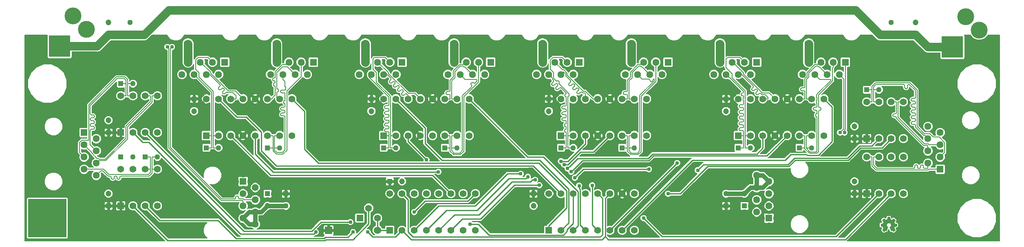
<source format=gbl>
%TF.GenerationSoftware,KiCad,Pcbnew,(5.0.0-rc2-83-gda392728d)*%
%TF.CreationDate,2018-06-05T23:32:54-04:00*%
%TF.ProjectId,I&O_Epander,49264F5F4570616E6465722E6B696361,1.0.2*%
%TF.SameCoordinates,Original*%
%TF.FileFunction,Copper,L2,Bot,Signal*%
%TF.FilePolarity,Positive*%
%FSLAX46Y46*%
G04 Gerber Fmt 4.6, Leading zero omitted, Abs format (unit mm)*
G04 Created by KiCad (PCBNEW (5.0.0-rc2-83-gda392728d)) date 06/05/18 23:32:54*
%MOMM*%
%LPD*%
G01*
G04 APERTURE LIST*
%TA.AperFunction,EtchedComponent*%
%ADD10C,0.002540*%
%TD*%
%TA.AperFunction,ComponentPad*%
%ADD11C,1.120000*%
%TD*%
%TA.AperFunction,ComponentPad*%
%ADD12R,1.120000X1.120000*%
%TD*%
%TA.AperFunction,ComponentPad*%
%ADD13C,1.400000*%
%TD*%
%TA.AperFunction,ComponentPad*%
%ADD14R,1.400000X1.400000*%
%TD*%
%TA.AperFunction,ComponentPad*%
%ADD15C,1.198880*%
%TD*%
%TA.AperFunction,ComponentPad*%
%ADD16R,1.120140X1.120140*%
%TD*%
%TA.AperFunction,ComponentPad*%
%ADD17C,1.410000*%
%TD*%
%TA.AperFunction,ComponentPad*%
%ADD18R,1.410000X1.410000*%
%TD*%
%TA.AperFunction,ComponentPad*%
%ADD19C,3.500000*%
%TD*%
%TA.AperFunction,ComponentPad*%
%ADD20R,4.500000X4.500000*%
%TD*%
%TA.AperFunction,ComponentPad*%
%ADD21C,1.440000*%
%TD*%
%TA.AperFunction,ComponentPad*%
%ADD22R,1.440000X1.440000*%
%TD*%
%TA.AperFunction,ComponentPad*%
%ADD23R,0.762000X0.762000*%
%TD*%
%TA.AperFunction,ComponentPad*%
%ADD24R,7.940000X7.940000*%
%TD*%
%TA.AperFunction,ComponentPad*%
%ADD25R,1.530000X1.530000*%
%TD*%
%TA.AperFunction,ComponentPad*%
%ADD26C,1.530000*%
%TD*%
%TA.AperFunction,ComponentPad*%
%ADD27R,1.107440X1.107440*%
%TD*%
%TA.AperFunction,ComponentPad*%
%ADD28C,1.107440*%
%TD*%
%TA.AperFunction,ViaPad*%
%ADD29C,0.787400*%
%TD*%
%TA.AperFunction,ViaPad*%
%ADD30C,1.778000*%
%TD*%
%TA.AperFunction,Conductor*%
%ADD31C,0.889000*%
%TD*%
%TA.AperFunction,Conductor*%
%ADD32C,0.254000*%
%TD*%
%TA.AperFunction,Conductor*%
%ADD33C,1.778000*%
%TD*%
%TA.AperFunction,Conductor*%
%ADD34C,0.152400*%
%TD*%
G04 APERTURE END LIST*
D10*
%TO.C,G\002A\002A\002A*%
G36*
X218942920Y-137388600D02*
X218925140Y-137378440D01*
X218887040Y-137355580D01*
X218831160Y-137317480D01*
X218765120Y-137274300D01*
X218699080Y-137228580D01*
X218643200Y-137193020D01*
X218605100Y-137167620D01*
X218589860Y-137160000D01*
X218582240Y-137162540D01*
X218549220Y-137177780D01*
X218506040Y-137200640D01*
X218478100Y-137215880D01*
X218437460Y-137233660D01*
X218414600Y-137236200D01*
X218412060Y-137231120D01*
X218396820Y-137200640D01*
X218373960Y-137144760D01*
X218340940Y-137073640D01*
X218305380Y-136987280D01*
X218267280Y-136895840D01*
X218226640Y-136804400D01*
X218191080Y-136715500D01*
X218158060Y-136634220D01*
X218132660Y-136568180D01*
X218114880Y-136525000D01*
X218107260Y-136504680D01*
X218109800Y-136499600D01*
X218130120Y-136479280D01*
X218168220Y-136453880D01*
X218246960Y-136387840D01*
X218325700Y-136291320D01*
X218371420Y-136182100D01*
X218389200Y-136057640D01*
X218373960Y-135943340D01*
X218330780Y-135836660D01*
X218254580Y-135737600D01*
X218160600Y-135663940D01*
X218053920Y-135618220D01*
X217932000Y-135602980D01*
X217817700Y-135615680D01*
X217705940Y-135661400D01*
X217606880Y-135735060D01*
X217563700Y-135783320D01*
X217507820Y-135882380D01*
X217474800Y-135989060D01*
X217472260Y-136017000D01*
X217477340Y-136133840D01*
X217510360Y-136245600D01*
X217573860Y-136344660D01*
X217657680Y-136428480D01*
X217670380Y-136436100D01*
X217708480Y-136466580D01*
X217736420Y-136486900D01*
X217756740Y-136502140D01*
X217606880Y-136862820D01*
X217584020Y-136918700D01*
X217543380Y-137017760D01*
X217507820Y-137101580D01*
X217477340Y-137170160D01*
X217457020Y-137215880D01*
X217449400Y-137233660D01*
X217434160Y-137236200D01*
X217408760Y-137226040D01*
X217357960Y-137203180D01*
X217324940Y-137185400D01*
X217286840Y-137167620D01*
X217269060Y-137160000D01*
X217253820Y-137167620D01*
X217218260Y-137190480D01*
X217164920Y-137226040D01*
X217098880Y-137271760D01*
X217037920Y-137312400D01*
X216982040Y-137350500D01*
X216941400Y-137375900D01*
X216921080Y-137386060D01*
X216918540Y-137386060D01*
X216900760Y-137375900D01*
X216867740Y-137350500D01*
X216819480Y-137304780D01*
X216750900Y-137236200D01*
X216740740Y-137223500D01*
X216682320Y-137167620D01*
X216636600Y-137119360D01*
X216606120Y-137083800D01*
X216593420Y-137068560D01*
X216603580Y-137048240D01*
X216631520Y-137007600D01*
X216667080Y-136949180D01*
X216712800Y-136883140D01*
X216832180Y-136710420D01*
X216766140Y-136547860D01*
X216745820Y-136497060D01*
X216720420Y-136436100D01*
X216702640Y-136392920D01*
X216692480Y-136375140D01*
X216674700Y-136367520D01*
X216631520Y-136357360D01*
X216565480Y-136344660D01*
X216489280Y-136329420D01*
X216415620Y-136316720D01*
X216349580Y-136304020D01*
X216301320Y-136293860D01*
X216278460Y-136291320D01*
X216273380Y-136286240D01*
X216268300Y-136276080D01*
X216265760Y-136253220D01*
X216265760Y-136212580D01*
X216263220Y-136149080D01*
X216263220Y-136057640D01*
X216263220Y-136047480D01*
X216265760Y-135961120D01*
X216265760Y-135890000D01*
X216268300Y-135846820D01*
X216270840Y-135829040D01*
X216293700Y-135823960D01*
X216339420Y-135813800D01*
X216405460Y-135801100D01*
X216484200Y-135785860D01*
X216489280Y-135783320D01*
X216568020Y-135768080D01*
X216636600Y-135755380D01*
X216682320Y-135745220D01*
X216700100Y-135737600D01*
X216705180Y-135732520D01*
X216720420Y-135702040D01*
X216743280Y-135653780D01*
X216771220Y-135592820D01*
X216796620Y-135531860D01*
X216816940Y-135475980D01*
X216832180Y-135432800D01*
X216837260Y-135415020D01*
X216824560Y-135394700D01*
X216799160Y-135354060D01*
X216761060Y-135298180D01*
X216712800Y-135229600D01*
X216710260Y-135224520D01*
X216664540Y-135158480D01*
X216628980Y-135102600D01*
X216603580Y-135061960D01*
X216593420Y-135044180D01*
X216595960Y-135041640D01*
X216608660Y-135023860D01*
X216644220Y-134985760D01*
X216692480Y-134934960D01*
X216750900Y-134874000D01*
X216768680Y-134856220D01*
X216834720Y-134792720D01*
X216880440Y-134752080D01*
X216908380Y-134729220D01*
X216921080Y-134724140D01*
X216941400Y-134736840D01*
X216984580Y-134764780D01*
X217040460Y-134802880D01*
X217109040Y-134848600D01*
X217114120Y-134853680D01*
X217180160Y-134899400D01*
X217236040Y-134934960D01*
X217274140Y-134962900D01*
X217291920Y-134973060D01*
X217294460Y-134973060D01*
X217322400Y-134965440D01*
X217370660Y-134947660D01*
X217429080Y-134924800D01*
X217490040Y-134899400D01*
X217545920Y-134876540D01*
X217589100Y-134858760D01*
X217606880Y-134846060D01*
X217609420Y-134846060D01*
X217614500Y-134820660D01*
X217627200Y-134772400D01*
X217642440Y-134703820D01*
X217657680Y-134620000D01*
X217660220Y-134607300D01*
X217675460Y-134528560D01*
X217688160Y-134462520D01*
X217695780Y-134416800D01*
X217700860Y-134399020D01*
X217713560Y-134396480D01*
X217751660Y-134393940D01*
X217810080Y-134391400D01*
X217881200Y-134391400D01*
X217957400Y-134391400D01*
X218031060Y-134393940D01*
X218092020Y-134393940D01*
X218137740Y-134399020D01*
X218158060Y-134401560D01*
X218158060Y-134404100D01*
X218165680Y-134426960D01*
X218175840Y-134477760D01*
X218188540Y-134546340D01*
X218206320Y-134627620D01*
X218208860Y-134642860D01*
X218224100Y-134721600D01*
X218236800Y-134787640D01*
X218246960Y-134833360D01*
X218252040Y-134851140D01*
X218257120Y-134853680D01*
X218290140Y-134868920D01*
X218343480Y-134889240D01*
X218409520Y-134917180D01*
X218561920Y-134978140D01*
X218749880Y-134851140D01*
X218767660Y-134838440D01*
X218833700Y-134792720D01*
X218889580Y-134754620D01*
X218927680Y-134731760D01*
X218945460Y-134721600D01*
X218965780Y-134739380D01*
X219001340Y-134772400D01*
X219052140Y-134823200D01*
X219110560Y-134881620D01*
X219156280Y-134924800D01*
X219207080Y-134978140D01*
X219240100Y-135013700D01*
X219257880Y-135036560D01*
X219262960Y-135049260D01*
X219262960Y-135059420D01*
X219250260Y-135077200D01*
X219222320Y-135120380D01*
X219184220Y-135176260D01*
X219138500Y-135242300D01*
X219100400Y-135298180D01*
X219059760Y-135361680D01*
X219034360Y-135404860D01*
X219024200Y-135427720D01*
X219026740Y-135437880D01*
X219039440Y-135473440D01*
X219062300Y-135529320D01*
X219090240Y-135595360D01*
X219156280Y-135742680D01*
X219252800Y-135763000D01*
X219311220Y-135773160D01*
X219395040Y-135788400D01*
X219473780Y-135803640D01*
X219595700Y-135829040D01*
X219600780Y-136278620D01*
X219580460Y-136286240D01*
X219562680Y-136291320D01*
X219516960Y-136301480D01*
X219453460Y-136314180D01*
X219374720Y-136329420D01*
X219311220Y-136342120D01*
X219245180Y-136354820D01*
X219196920Y-136362440D01*
X219176600Y-136367520D01*
X219171520Y-136375140D01*
X219153740Y-136405620D01*
X219130880Y-136456420D01*
X219105480Y-136517380D01*
X219077540Y-136580880D01*
X219054680Y-136639300D01*
X219039440Y-136685020D01*
X219031820Y-136707880D01*
X219041980Y-136725660D01*
X219067380Y-136763760D01*
X219102940Y-136819640D01*
X219148660Y-136885680D01*
X219191840Y-136949180D01*
X219229940Y-137007600D01*
X219255340Y-137045700D01*
X219268040Y-137066020D01*
X219262960Y-137078720D01*
X219235020Y-137109200D01*
X219186760Y-137160000D01*
X219113100Y-137233660D01*
X219100400Y-137243820D01*
X219041980Y-137302240D01*
X218993720Y-137347960D01*
X218958160Y-137378440D01*
X218942920Y-137388600D01*
X218942920Y-137388600D01*
G37*
X218942920Y-137388600D02*
X218925140Y-137378440D01*
X218887040Y-137355580D01*
X218831160Y-137317480D01*
X218765120Y-137274300D01*
X218699080Y-137228580D01*
X218643200Y-137193020D01*
X218605100Y-137167620D01*
X218589860Y-137160000D01*
X218582240Y-137162540D01*
X218549220Y-137177780D01*
X218506040Y-137200640D01*
X218478100Y-137215880D01*
X218437460Y-137233660D01*
X218414600Y-137236200D01*
X218412060Y-137231120D01*
X218396820Y-137200640D01*
X218373960Y-137144760D01*
X218340940Y-137073640D01*
X218305380Y-136987280D01*
X218267280Y-136895840D01*
X218226640Y-136804400D01*
X218191080Y-136715500D01*
X218158060Y-136634220D01*
X218132660Y-136568180D01*
X218114880Y-136525000D01*
X218107260Y-136504680D01*
X218109800Y-136499600D01*
X218130120Y-136479280D01*
X218168220Y-136453880D01*
X218246960Y-136387840D01*
X218325700Y-136291320D01*
X218371420Y-136182100D01*
X218389200Y-136057640D01*
X218373960Y-135943340D01*
X218330780Y-135836660D01*
X218254580Y-135737600D01*
X218160600Y-135663940D01*
X218053920Y-135618220D01*
X217932000Y-135602980D01*
X217817700Y-135615680D01*
X217705940Y-135661400D01*
X217606880Y-135735060D01*
X217563700Y-135783320D01*
X217507820Y-135882380D01*
X217474800Y-135989060D01*
X217472260Y-136017000D01*
X217477340Y-136133840D01*
X217510360Y-136245600D01*
X217573860Y-136344660D01*
X217657680Y-136428480D01*
X217670380Y-136436100D01*
X217708480Y-136466580D01*
X217736420Y-136486900D01*
X217756740Y-136502140D01*
X217606880Y-136862820D01*
X217584020Y-136918700D01*
X217543380Y-137017760D01*
X217507820Y-137101580D01*
X217477340Y-137170160D01*
X217457020Y-137215880D01*
X217449400Y-137233660D01*
X217434160Y-137236200D01*
X217408760Y-137226040D01*
X217357960Y-137203180D01*
X217324940Y-137185400D01*
X217286840Y-137167620D01*
X217269060Y-137160000D01*
X217253820Y-137167620D01*
X217218260Y-137190480D01*
X217164920Y-137226040D01*
X217098880Y-137271760D01*
X217037920Y-137312400D01*
X216982040Y-137350500D01*
X216941400Y-137375900D01*
X216921080Y-137386060D01*
X216918540Y-137386060D01*
X216900760Y-137375900D01*
X216867740Y-137350500D01*
X216819480Y-137304780D01*
X216750900Y-137236200D01*
X216740740Y-137223500D01*
X216682320Y-137167620D01*
X216636600Y-137119360D01*
X216606120Y-137083800D01*
X216593420Y-137068560D01*
X216603580Y-137048240D01*
X216631520Y-137007600D01*
X216667080Y-136949180D01*
X216712800Y-136883140D01*
X216832180Y-136710420D01*
X216766140Y-136547860D01*
X216745820Y-136497060D01*
X216720420Y-136436100D01*
X216702640Y-136392920D01*
X216692480Y-136375140D01*
X216674700Y-136367520D01*
X216631520Y-136357360D01*
X216565480Y-136344660D01*
X216489280Y-136329420D01*
X216415620Y-136316720D01*
X216349580Y-136304020D01*
X216301320Y-136293860D01*
X216278460Y-136291320D01*
X216273380Y-136286240D01*
X216268300Y-136276080D01*
X216265760Y-136253220D01*
X216265760Y-136212580D01*
X216263220Y-136149080D01*
X216263220Y-136057640D01*
X216263220Y-136047480D01*
X216265760Y-135961120D01*
X216265760Y-135890000D01*
X216268300Y-135846820D01*
X216270840Y-135829040D01*
X216293700Y-135823960D01*
X216339420Y-135813800D01*
X216405460Y-135801100D01*
X216484200Y-135785860D01*
X216489280Y-135783320D01*
X216568020Y-135768080D01*
X216636600Y-135755380D01*
X216682320Y-135745220D01*
X216700100Y-135737600D01*
X216705180Y-135732520D01*
X216720420Y-135702040D01*
X216743280Y-135653780D01*
X216771220Y-135592820D01*
X216796620Y-135531860D01*
X216816940Y-135475980D01*
X216832180Y-135432800D01*
X216837260Y-135415020D01*
X216824560Y-135394700D01*
X216799160Y-135354060D01*
X216761060Y-135298180D01*
X216712800Y-135229600D01*
X216710260Y-135224520D01*
X216664540Y-135158480D01*
X216628980Y-135102600D01*
X216603580Y-135061960D01*
X216593420Y-135044180D01*
X216595960Y-135041640D01*
X216608660Y-135023860D01*
X216644220Y-134985760D01*
X216692480Y-134934960D01*
X216750900Y-134874000D01*
X216768680Y-134856220D01*
X216834720Y-134792720D01*
X216880440Y-134752080D01*
X216908380Y-134729220D01*
X216921080Y-134724140D01*
X216941400Y-134736840D01*
X216984580Y-134764780D01*
X217040460Y-134802880D01*
X217109040Y-134848600D01*
X217114120Y-134853680D01*
X217180160Y-134899400D01*
X217236040Y-134934960D01*
X217274140Y-134962900D01*
X217291920Y-134973060D01*
X217294460Y-134973060D01*
X217322400Y-134965440D01*
X217370660Y-134947660D01*
X217429080Y-134924800D01*
X217490040Y-134899400D01*
X217545920Y-134876540D01*
X217589100Y-134858760D01*
X217606880Y-134846060D01*
X217609420Y-134846060D01*
X217614500Y-134820660D01*
X217627200Y-134772400D01*
X217642440Y-134703820D01*
X217657680Y-134620000D01*
X217660220Y-134607300D01*
X217675460Y-134528560D01*
X217688160Y-134462520D01*
X217695780Y-134416800D01*
X217700860Y-134399020D01*
X217713560Y-134396480D01*
X217751660Y-134393940D01*
X217810080Y-134391400D01*
X217881200Y-134391400D01*
X217957400Y-134391400D01*
X218031060Y-134393940D01*
X218092020Y-134393940D01*
X218137740Y-134399020D01*
X218158060Y-134401560D01*
X218158060Y-134404100D01*
X218165680Y-134426960D01*
X218175840Y-134477760D01*
X218188540Y-134546340D01*
X218206320Y-134627620D01*
X218208860Y-134642860D01*
X218224100Y-134721600D01*
X218236800Y-134787640D01*
X218246960Y-134833360D01*
X218252040Y-134851140D01*
X218257120Y-134853680D01*
X218290140Y-134868920D01*
X218343480Y-134889240D01*
X218409520Y-134917180D01*
X218561920Y-134978140D01*
X218749880Y-134851140D01*
X218767660Y-134838440D01*
X218833700Y-134792720D01*
X218889580Y-134754620D01*
X218927680Y-134731760D01*
X218945460Y-134721600D01*
X218965780Y-134739380D01*
X219001340Y-134772400D01*
X219052140Y-134823200D01*
X219110560Y-134881620D01*
X219156280Y-134924800D01*
X219207080Y-134978140D01*
X219240100Y-135013700D01*
X219257880Y-135036560D01*
X219262960Y-135049260D01*
X219262960Y-135059420D01*
X219250260Y-135077200D01*
X219222320Y-135120380D01*
X219184220Y-135176260D01*
X219138500Y-135242300D01*
X219100400Y-135298180D01*
X219059760Y-135361680D01*
X219034360Y-135404860D01*
X219024200Y-135427720D01*
X219026740Y-135437880D01*
X219039440Y-135473440D01*
X219062300Y-135529320D01*
X219090240Y-135595360D01*
X219156280Y-135742680D01*
X219252800Y-135763000D01*
X219311220Y-135773160D01*
X219395040Y-135788400D01*
X219473780Y-135803640D01*
X219595700Y-135829040D01*
X219600780Y-136278620D01*
X219580460Y-136286240D01*
X219562680Y-136291320D01*
X219516960Y-136301480D01*
X219453460Y-136314180D01*
X219374720Y-136329420D01*
X219311220Y-136342120D01*
X219245180Y-136354820D01*
X219196920Y-136362440D01*
X219176600Y-136367520D01*
X219171520Y-136375140D01*
X219153740Y-136405620D01*
X219130880Y-136456420D01*
X219105480Y-136517380D01*
X219077540Y-136580880D01*
X219054680Y-136639300D01*
X219039440Y-136685020D01*
X219031820Y-136707880D01*
X219041980Y-136725660D01*
X219067380Y-136763760D01*
X219102940Y-136819640D01*
X219148660Y-136885680D01*
X219191840Y-136949180D01*
X219229940Y-137007600D01*
X219255340Y-137045700D01*
X219268040Y-137066020D01*
X219262960Y-137078720D01*
X219235020Y-137109200D01*
X219186760Y-137160000D01*
X219113100Y-137233660D01*
X219100400Y-137243820D01*
X219041980Y-137302240D01*
X218993720Y-137347960D01*
X218958160Y-137378440D01*
X218942920Y-137388600D01*
%TD*%
D11*
%TO.P,C11,2*%
%TO.N,GND*%
X60325000Y-93980000D03*
D12*
%TO.P,C11,1*%
%TO.N,+5V(2)*%
X60325000Y-96520000D03*
%TD*%
D13*
%TO.P,U6,16*%
%TO.N,+5V(1)*%
X186690000Y-109855000D03*
%TO.P,U6,15*%
%TO.N,/Out7*%
X189230000Y-109855000D03*
%TO.P,U6,14*%
%TO.N,/Out7+*%
X191770000Y-109855000D03*
%TO.P,U6,13*%
%TO.N,/Out7-*%
X194310000Y-109855000D03*
%TO.P,U6,12*%
%TO.N,+5V(1)*%
X196850000Y-109855000D03*
%TO.P,U6,11*%
%TO.N,/Out8-*%
X199390000Y-109855000D03*
%TO.P,U6,10*%
%TO.N,/Out8+*%
X201930000Y-109855000D03*
%TO.P,U6,9*%
%TO.N,/Out8*%
X204470000Y-109855000D03*
%TO.P,U6,8*%
%TO.N,GND*%
X204470000Y-117475000D03*
%TO.P,U6,7*%
%TO.N,/In8-*%
X201930000Y-117475000D03*
%TO.P,U6,6*%
%TO.N,/In8+*%
X199390000Y-117475000D03*
%TO.P,U6,5*%
%TO.N,/In8*%
X196850000Y-117475000D03*
%TO.P,U6,4*%
%TO.N,+5V(1)*%
X194310000Y-117475000D03*
%TO.P,U6,3*%
%TO.N,/In7*%
X191770000Y-117475000D03*
%TO.P,U6,2*%
%TO.N,/In7+*%
X189230000Y-117475000D03*
D14*
%TO.P,U6,1*%
%TO.N,/In7-*%
X186690000Y-117475000D03*
%TD*%
D13*
%TO.P,U5,16*%
%TO.N,+5V(1)*%
X149860000Y-109855000D03*
%TO.P,U5,15*%
%TO.N,/Out5*%
X152400000Y-109855000D03*
%TO.P,U5,14*%
%TO.N,/Out5+*%
X154940000Y-109855000D03*
%TO.P,U5,13*%
%TO.N,/Out5-*%
X157480000Y-109855000D03*
%TO.P,U5,12*%
%TO.N,+5V(1)*%
X160020000Y-109855000D03*
%TO.P,U5,11*%
%TO.N,/Out6-*%
X162560000Y-109855000D03*
%TO.P,U5,10*%
%TO.N,/Out6+*%
X165100000Y-109855000D03*
%TO.P,U5,9*%
%TO.N,/Out6*%
X167640000Y-109855000D03*
%TO.P,U5,8*%
%TO.N,GND*%
X167640000Y-117475000D03*
%TO.P,U5,7*%
%TO.N,/In6-*%
X165100000Y-117475000D03*
%TO.P,U5,6*%
%TO.N,/In6+*%
X162560000Y-117475000D03*
%TO.P,U5,5*%
%TO.N,/In6*%
X160020000Y-117475000D03*
%TO.P,U5,4*%
%TO.N,+5V(1)*%
X157480000Y-117475000D03*
%TO.P,U5,3*%
%TO.N,/In5*%
X154940000Y-117475000D03*
%TO.P,U5,2*%
%TO.N,/In5+*%
X152400000Y-117475000D03*
D14*
%TO.P,U5,1*%
%TO.N,/In5-*%
X149860000Y-117475000D03*
%TD*%
D13*
%TO.P,U4,16*%
%TO.N,+5V(1)*%
X113030000Y-109855000D03*
%TO.P,U4,15*%
%TO.N,/Out3*%
X115570000Y-109855000D03*
%TO.P,U4,14*%
%TO.N,/Out3+*%
X118110000Y-109855000D03*
%TO.P,U4,13*%
%TO.N,/Out3-*%
X120650000Y-109855000D03*
%TO.P,U4,12*%
%TO.N,+5V(1)*%
X123190000Y-109855000D03*
%TO.P,U4,11*%
%TO.N,/Out4-*%
X125730000Y-109855000D03*
%TO.P,U4,10*%
%TO.N,/Out4+*%
X128270000Y-109855000D03*
%TO.P,U4,9*%
%TO.N,/Out4*%
X130810000Y-109855000D03*
%TO.P,U4,8*%
%TO.N,GND*%
X130810000Y-117475000D03*
%TO.P,U4,7*%
%TO.N,/In4-*%
X128270000Y-117475000D03*
%TO.P,U4,6*%
%TO.N,/In4+*%
X125730000Y-117475000D03*
%TO.P,U4,5*%
%TO.N,/In4*%
X123190000Y-117475000D03*
%TO.P,U4,4*%
%TO.N,+5V(1)*%
X120650000Y-117475000D03*
%TO.P,U4,3*%
%TO.N,/In3*%
X118110000Y-117475000D03*
%TO.P,U4,2*%
%TO.N,/In3+*%
X115570000Y-117475000D03*
D14*
%TO.P,U4,1*%
%TO.N,/In3-*%
X113030000Y-117475000D03*
%TD*%
D13*
%TO.P,U3,16*%
%TO.N,+5V(1)*%
X76200000Y-109855000D03*
%TO.P,U3,15*%
%TO.N,/Out1*%
X78740000Y-109855000D03*
%TO.P,U3,14*%
%TO.N,/Out1+*%
X81280000Y-109855000D03*
%TO.P,U3,13*%
%TO.N,/Out1-*%
X83820000Y-109855000D03*
%TO.P,U3,12*%
%TO.N,+5V(1)*%
X86360000Y-109855000D03*
%TO.P,U3,11*%
%TO.N,/Out2-*%
X88900000Y-109855000D03*
%TO.P,U3,10*%
%TO.N,/Out2+*%
X91440000Y-109855000D03*
%TO.P,U3,9*%
%TO.N,/Out2*%
X93980000Y-109855000D03*
%TO.P,U3,8*%
%TO.N,GND*%
X93980000Y-117475000D03*
%TO.P,U3,7*%
%TO.N,/In2-*%
X91440000Y-117475000D03*
%TO.P,U3,6*%
%TO.N,/In2+*%
X88900000Y-117475000D03*
%TO.P,U3,5*%
%TO.N,/In2*%
X86360000Y-117475000D03*
%TO.P,U3,4*%
%TO.N,+5V(1)*%
X83820000Y-117475000D03*
%TO.P,U3,3*%
%TO.N,/In1*%
X81280000Y-117475000D03*
%TO.P,U3,2*%
%TO.N,/In1+*%
X78740000Y-117475000D03*
D14*
%TO.P,U3,1*%
%TO.N,/In1-*%
X76200000Y-117475000D03*
%TD*%
D13*
%TO.P,U2,16*%
%TO.N,+5V(1)*%
X114300000Y-129540000D03*
%TO.P,U2,15*%
%TO.N,/~SS*%
X116840000Y-129540000D03*
%TO.P,U2,14*%
%TO.N,/In4*%
X119380000Y-129540000D03*
%TO.P,U2,13*%
%TO.N,/In3*%
X121920000Y-129540000D03*
%TO.P,U2,12*%
%TO.N,/In2*%
X124460000Y-129540000D03*
%TO.P,U2,11*%
%TO.N,/In1*%
X127000000Y-129540000D03*
%TO.P,U2,10*%
%TO.N,/MISO'*%
X129540000Y-129540000D03*
%TO.P,U2,9*%
%TO.N,/MISO*%
X132080000Y-129540000D03*
%TO.P,U2,8*%
%TO.N,GND*%
X132080000Y-137160000D03*
%TO.P,U2,7*%
%TO.N,N/C*%
X129540000Y-137160000D03*
%TO.P,U2,6*%
%TO.N,/In8*%
X127000000Y-137160000D03*
%TO.P,U2,5*%
%TO.N,/In7*%
X124460000Y-137160000D03*
%TO.P,U2,4*%
%TO.N,/In6*%
X121920000Y-137160000D03*
%TO.P,U2,3*%
%TO.N,/In5*%
X119380000Y-137160000D03*
%TO.P,U2,2*%
%TO.N,/SCK*%
X116840000Y-137160000D03*
D14*
%TO.P,U2,1*%
%TO.N,/SS*%
X114300000Y-137160000D03*
%TD*%
D13*
%TO.P,U1,16*%
%TO.N,+5V(1)*%
X147320000Y-129540000D03*
%TO.P,U1,15*%
%TO.N,/Out1*%
X149860000Y-129540000D03*
%TO.P,U1,14*%
%TO.N,/MOSI*%
X152400000Y-129540000D03*
%TO.P,U1,13*%
%TO.N,GND*%
X154940000Y-129540000D03*
%TO.P,U1,12*%
%TO.N,/~SS*%
X157480000Y-129540000D03*
%TO.P,U1,11*%
%TO.N,/SCK*%
X160020000Y-129540000D03*
%TO.P,U1,10*%
%TO.N,+5V(1)*%
X162560000Y-129540000D03*
%TO.P,U1,9*%
%TO.N,/MOSI'*%
X165100000Y-129540000D03*
%TO.P,U1,8*%
%TO.N,GND*%
X165100000Y-137160000D03*
%TO.P,U1,7*%
%TO.N,/Out8*%
X162560000Y-137160000D03*
%TO.P,U1,6*%
%TO.N,/Out7*%
X160020000Y-137160000D03*
%TO.P,U1,5*%
%TO.N,/Out6*%
X157480000Y-137160000D03*
%TO.P,U1,4*%
%TO.N,/Out5*%
X154940000Y-137160000D03*
%TO.P,U1,3*%
%TO.N,/Out4*%
X152400000Y-137160000D03*
%TO.P,U1,2*%
%TO.N,/Out3*%
X149860000Y-137160000D03*
D14*
%TO.P,U1,1*%
%TO.N,/Out2*%
X147320000Y-137160000D03*
%TD*%
D13*
%TO.P,U10,8*%
%TO.N,/MISO'+*%
X213360000Y-110490000D03*
%TO.P,U10,7*%
%TO.N,/MISO'-*%
X215900000Y-110490000D03*
%TO.P,U10,6*%
%TO.N,/MOSI'+*%
X218440000Y-110490000D03*
%TO.P,U10,5*%
%TO.N,/MOSI'-*%
X220980000Y-110490000D03*
%TO.P,U10,4*%
%TO.N,GND*%
X220980000Y-118110000D03*
%TO.P,U10,3*%
%TO.N,/MOSI'*%
X218440000Y-118110000D03*
%TO.P,U10,2*%
%TO.N,/MISO'*%
X215900000Y-118110000D03*
D14*
%TO.P,U10,1*%
%TO.N,+5V(1)*%
X213360000Y-118110000D03*
%TD*%
D13*
%TO.P,U9,8*%
%TO.N,/~SS'+*%
X213360000Y-121920000D03*
%TO.P,U9,7*%
%TO.N,/~SS'-*%
X215900000Y-121920000D03*
%TO.P,U9,6*%
%TO.N,/SCK'+*%
X218440000Y-121920000D03*
%TO.P,U9,5*%
%TO.N,/SCK'-*%
X220980000Y-121920000D03*
%TO.P,U9,4*%
%TO.N,GND*%
X220980000Y-129540000D03*
%TO.P,U9,3*%
%TO.N,/SCK*%
X218440000Y-129540000D03*
%TO.P,U9,2*%
%TO.N,/~SS*%
X215900000Y-129540000D03*
D14*
%TO.P,U9,1*%
%TO.N,+5V(1)*%
X213360000Y-129540000D03*
%TD*%
D13*
%TO.P,U8,8*%
%TO.N,/MOSI+*%
X58420000Y-109220000D03*
%TO.P,U8,7*%
%TO.N,/MOSI-*%
X60960000Y-109220000D03*
%TO.P,U8,6*%
%TO.N,/MISO+*%
X63500000Y-109220000D03*
%TO.P,U8,5*%
%TO.N,/MISO-*%
X66040000Y-109220000D03*
%TO.P,U8,4*%
%TO.N,GND*%
X66040000Y-116840000D03*
%TO.P,U8,3*%
%TO.N,/MISO*%
X63500000Y-116840000D03*
%TO.P,U8,2*%
%TO.N,/MOSI*%
X60960000Y-116840000D03*
D14*
%TO.P,U8,1*%
%TO.N,+5V(1)*%
X58420000Y-116840000D03*
%TD*%
D13*
%TO.P,U7,8*%
%TO.N,/~SS+*%
X58420000Y-124460000D03*
%TO.P,U7,7*%
%TO.N,/~SS-*%
X60960000Y-124460000D03*
%TO.P,U7,6*%
%TO.N,/SCK+*%
X63500000Y-124460000D03*
%TO.P,U7,5*%
%TO.N,/SCK-*%
X66040000Y-124460000D03*
%TO.P,U7,4*%
%TO.N,GND*%
X66040000Y-132080000D03*
%TO.P,U7,3*%
%TO.N,/SCK*%
X63500000Y-132080000D03*
%TO.P,U7,2*%
%TO.N,/~SS*%
X60960000Y-132080000D03*
D14*
%TO.P,U7,1*%
%TO.N,+5V(1)*%
X58420000Y-132080000D03*
%TD*%
D15*
%TO.P,C17,2*%
%TO.N,GND*%
X187960000Y-129540000D03*
D16*
%TO.P,C17,1*%
%TO.N,+5V(1)*%
X187960000Y-132080000D03*
%TD*%
D15*
%TO.P,C15,2*%
%TO.N,GND*%
X223520000Y-93980000D03*
D16*
%TO.P,C15,1*%
%TO.N,+5V(2)*%
X223520000Y-96520000D03*
%TD*%
D15*
%TO.P,C14,2*%
%TO.N,GND*%
X88900000Y-132080000D03*
D16*
%TO.P,C14,1*%
%TO.N,+5V(1)*%
X88900000Y-129540000D03*
%TD*%
D15*
%TO.P,C12,2*%
%TO.N,GND*%
X55880000Y-93980000D03*
D16*
%TO.P,C12,1*%
%TO.N,+5V(2)*%
X55880000Y-96520000D03*
%TD*%
D15*
%TO.P,C10,2*%
%TO.N,GND*%
X210820000Y-115570000D03*
D16*
%TO.P,C10,1*%
%TO.N,+5V(1)*%
X210820000Y-118110000D03*
%TD*%
D15*
%TO.P,C9,2*%
%TO.N,GND*%
X210820000Y-127000000D03*
D16*
%TO.P,C9,1*%
%TO.N,+5V(1)*%
X210820000Y-129540000D03*
%TD*%
D15*
%TO.P,C8,2*%
%TO.N,GND*%
X55880000Y-114300000D03*
D16*
%TO.P,C8,1*%
%TO.N,+5V(1)*%
X55880000Y-116840000D03*
%TD*%
D15*
%TO.P,C7,2*%
%TO.N,GND*%
X55880000Y-129540000D03*
D16*
%TO.P,C7,1*%
%TO.N,+5V(1)*%
X55880000Y-132080000D03*
%TD*%
D15*
%TO.P,C6,2*%
%TO.N,GND*%
X184150000Y-112395000D03*
D16*
%TO.P,C6,1*%
%TO.N,+5V(1)*%
X184150000Y-109855000D03*
%TD*%
D15*
%TO.P,C5,2*%
%TO.N,GND*%
X147320000Y-112395000D03*
D16*
%TO.P,C5,1*%
%TO.N,+5V(1)*%
X147320000Y-109855000D03*
%TD*%
D15*
%TO.P,C4,2*%
%TO.N,GND*%
X110490000Y-112395000D03*
D16*
%TO.P,C4,1*%
%TO.N,+5V(1)*%
X110490000Y-109855000D03*
%TD*%
D15*
%TO.P,C3,2*%
%TO.N,GND*%
X73660000Y-112395000D03*
D16*
%TO.P,C3,1*%
%TO.N,+5V(1)*%
X73660000Y-109855000D03*
%TD*%
D15*
%TO.P,C2,2*%
%TO.N,GND*%
X116840000Y-127000000D03*
D16*
%TO.P,C2,1*%
%TO.N,+5V(1)*%
X114300000Y-127000000D03*
%TD*%
D15*
%TO.P,C1,2*%
%TO.N,GND*%
X144145000Y-132080000D03*
D16*
%TO.P,C1,1*%
%TO.N,+5V(1)*%
X144145000Y-129540000D03*
%TD*%
D11*
%TO.P,C18,2*%
%TO.N,GND*%
X184150000Y-129540000D03*
D12*
%TO.P,C18,1*%
%TO.N,+5V(1)*%
X184150000Y-132080000D03*
%TD*%
D11*
%TO.P,C16,2*%
%TO.N,GND*%
X218440000Y-93980000D03*
D12*
%TO.P,C16,1*%
%TO.N,+5V(2)*%
X218440000Y-96520000D03*
%TD*%
D11*
%TO.P,C13,2*%
%TO.N,GND*%
X92710000Y-132080000D03*
D12*
%TO.P,C13,1*%
%TO.N,+5V(1)*%
X92710000Y-129540000D03*
%TD*%
D17*
%TO.P,Q1,3*%
%TO.N,/SS*%
X111760000Y-134620000D03*
%TO.P,Q1,2*%
%TO.N,/~SS*%
X109918500Y-132549750D03*
D18*
%TO.P,Q1,1*%
%TO.N,GND*%
X108077000Y-134620000D03*
%TD*%
D19*
%TO.P,J12,3*%
%TO.N,GND*%
X233940000Y-92760000D03*
%TO.P,J12,2*%
X236740000Y-95560000D03*
D20*
%TO.P,J12,1*%
%TO.N,+5V(2)*%
X231140000Y-99060000D03*
%TD*%
D19*
%TO.P,J9,3*%
%TO.N,GND*%
X48520000Y-92580000D03*
%TO.P,J9,2*%
X51320000Y-95380000D03*
D20*
%TO.P,J9,1*%
%TO.N,+5V(2)*%
X45720000Y-98880000D03*
%TD*%
D21*
%TO.P,J3,8*%
%TO.N,GND*%
X107950000Y-104775000D03*
%TO.P,J3,7*%
%TO.N,+5V(2)*%
X109220000Y-102235000D03*
%TO.P,J3,6*%
%TO.N,/In3-*%
X110490000Y-104775000D03*
%TO.P,J3,5*%
%TO.N,/Out3-*%
X111760000Y-102235000D03*
%TO.P,J3,4*%
%TO.N,/Out3+*%
X113030000Y-104775000D03*
%TO.P,J3,3*%
%TO.N,/In3+*%
X114300000Y-102235000D03*
%TO.P,J3,2*%
%TO.N,/~IR_Osc-*%
X115570000Y-104775000D03*
D22*
%TO.P,J3,1*%
%TO.N,/~IR_Osc+*%
X116840000Y-102235000D03*
%TD*%
D21*
%TO.P,J8,8*%
%TO.N,GND*%
X200025000Y-104775000D03*
%TO.P,J8,7*%
%TO.N,+5V(2)*%
X201295000Y-102235000D03*
%TO.P,J8,6*%
%TO.N,/In8-*%
X202565000Y-104775000D03*
%TO.P,J8,5*%
%TO.N,/Out8-*%
X203835000Y-102235000D03*
%TO.P,J8,4*%
%TO.N,/Out8+*%
X205105000Y-104775000D03*
%TO.P,J8,3*%
%TO.N,/In8+*%
X206375000Y-102235000D03*
%TO.P,J8,2*%
%TO.N,/~IR_Osc-*%
X207645000Y-104775000D03*
D22*
%TO.P,J8,1*%
%TO.N,/~IR_Osc+*%
X208915000Y-102235000D03*
%TD*%
D21*
%TO.P,J14,8*%
%TO.N,/SCK'-*%
X226060000Y-115570000D03*
%TO.P,J14,7*%
%TO.N,/SCK'+*%
X228600000Y-116840000D03*
%TO.P,J14,6*%
%TO.N,/MISO'-*%
X226060000Y-118110000D03*
%TO.P,J14,5*%
%TO.N,/MOSI'-*%
X228600000Y-119380000D03*
%TO.P,J14,4*%
%TO.N,/MOSI'+*%
X226060000Y-120650000D03*
%TO.P,J14,3*%
%TO.N,/MISO'+*%
X228600000Y-121920000D03*
%TO.P,J14,2*%
%TO.N,/~SS'-*%
X226060000Y-123190000D03*
D22*
%TO.P,J14,1*%
%TO.N,/~SS'+*%
X228600000Y-124460000D03*
%TD*%
D21*
%TO.P,J13,8*%
%TO.N,GND*%
X190500000Y-125730000D03*
%TO.P,J13,7*%
X193040000Y-127000000D03*
%TO.P,J13,6*%
X190500000Y-128270000D03*
%TO.P,J13,5*%
%TO.N,/~IR_Osc-*%
X193040000Y-129540000D03*
%TO.P,J13,4*%
%TO.N,/~IR_Osc+*%
X190500000Y-130810000D03*
%TO.P,J13,3*%
%TO.N,+5V(1)*%
X193040000Y-132080000D03*
%TO.P,J13,2*%
X190500000Y-133350000D03*
D22*
%TO.P,J13,1*%
X193040000Y-134620000D03*
%TD*%
D21*
%TO.P,J11,8*%
%TO.N,/SCK-*%
X53340000Y-125730000D03*
%TO.P,J11,7*%
%TO.N,/SCK+*%
X50800000Y-124460000D03*
%TO.P,J11,6*%
%TO.N,/MISO-*%
X53340000Y-123190000D03*
%TO.P,J11,5*%
%TO.N,/MOSI-*%
X50800000Y-121920000D03*
%TO.P,J11,4*%
%TO.N,/MOSI+*%
X53340000Y-120650000D03*
%TO.P,J11,3*%
%TO.N,/MISO+*%
X50800000Y-119380000D03*
%TO.P,J11,2*%
%TO.N,/~SS-*%
X53340000Y-118110000D03*
D22*
%TO.P,J11,1*%
%TO.N,/~SS+*%
X50800000Y-116840000D03*
%TD*%
D21*
%TO.P,J10,8*%
%TO.N,GND*%
X86360000Y-135890000D03*
%TO.P,J10,7*%
X83820000Y-134620000D03*
%TO.P,J10,6*%
X86360000Y-133350000D03*
%TO.P,J10,5*%
%TO.N,/~IR_Osc-*%
X83820000Y-132080000D03*
%TO.P,J10,4*%
%TO.N,/~IR_Osc+*%
X86360000Y-130810000D03*
%TO.P,J10,3*%
%TO.N,+5V(1)*%
X83820000Y-129540000D03*
%TO.P,J10,2*%
X86360000Y-128270000D03*
D22*
%TO.P,J10,1*%
X83820000Y-127000000D03*
%TD*%
D21*
%TO.P,J7,8*%
%TO.N,GND*%
X181610000Y-104775000D03*
%TO.P,J7,7*%
%TO.N,+5V(2)*%
X182880000Y-102235000D03*
%TO.P,J7,6*%
%TO.N,/In7-*%
X184150000Y-104775000D03*
%TO.P,J7,5*%
%TO.N,/Out7-*%
X185420000Y-102235000D03*
%TO.P,J7,4*%
%TO.N,/Out7+*%
X186690000Y-104775000D03*
%TO.P,J7,3*%
%TO.N,/In7+*%
X187960000Y-102235000D03*
%TO.P,J7,2*%
%TO.N,/~IR_Osc-*%
X189230000Y-104775000D03*
D22*
%TO.P,J7,1*%
%TO.N,/~IR_Osc+*%
X190500000Y-102235000D03*
%TD*%
D21*
%TO.P,J6,8*%
%TO.N,GND*%
X163195000Y-104775000D03*
%TO.P,J6,7*%
%TO.N,+5V(2)*%
X164465000Y-102235000D03*
%TO.P,J6,6*%
%TO.N,/In6-*%
X165735000Y-104775000D03*
%TO.P,J6,5*%
%TO.N,/Out6-*%
X167005000Y-102235000D03*
%TO.P,J6,4*%
%TO.N,/Out6+*%
X168275000Y-104775000D03*
%TO.P,J6,3*%
%TO.N,/In6+*%
X169545000Y-102235000D03*
%TO.P,J6,2*%
%TO.N,/~IR_Osc-*%
X170815000Y-104775000D03*
D22*
%TO.P,J6,1*%
%TO.N,/~IR_Osc+*%
X172085000Y-102235000D03*
%TD*%
D21*
%TO.P,J5,8*%
%TO.N,GND*%
X144780000Y-104775000D03*
%TO.P,J5,7*%
%TO.N,+5V(2)*%
X146050000Y-102235000D03*
%TO.P,J5,6*%
%TO.N,/In5-*%
X147320000Y-104775000D03*
%TO.P,J5,5*%
%TO.N,/Out5-*%
X148590000Y-102235000D03*
%TO.P,J5,4*%
%TO.N,/Out5+*%
X149860000Y-104775000D03*
%TO.P,J5,3*%
%TO.N,/In5+*%
X151130000Y-102235000D03*
%TO.P,J5,2*%
%TO.N,/~IR_Osc-*%
X152400000Y-104775000D03*
D22*
%TO.P,J5,1*%
%TO.N,/~IR_Osc+*%
X153670000Y-102235000D03*
%TD*%
D21*
%TO.P,J4,8*%
%TO.N,GND*%
X126365000Y-104775000D03*
%TO.P,J4,7*%
%TO.N,+5V(2)*%
X127635000Y-102235000D03*
%TO.P,J4,6*%
%TO.N,/In4-*%
X128905000Y-104775000D03*
%TO.P,J4,5*%
%TO.N,/Out4-*%
X130175000Y-102235000D03*
%TO.P,J4,4*%
%TO.N,/Out4+*%
X131445000Y-104775000D03*
%TO.P,J4,3*%
%TO.N,/In4+*%
X132715000Y-102235000D03*
%TO.P,J4,2*%
%TO.N,/~IR_Osc-*%
X133985000Y-104775000D03*
D22*
%TO.P,J4,1*%
%TO.N,/~IR_Osc+*%
X135255000Y-102235000D03*
%TD*%
D21*
%TO.P,J2,8*%
%TO.N,GND*%
X89535000Y-104775000D03*
%TO.P,J2,7*%
%TO.N,+5V(2)*%
X90805000Y-102235000D03*
%TO.P,J2,6*%
%TO.N,/In2-*%
X92075000Y-104775000D03*
%TO.P,J2,5*%
%TO.N,/Out2-*%
X93345000Y-102235000D03*
%TO.P,J2,4*%
%TO.N,/Out2+*%
X94615000Y-104775000D03*
%TO.P,J2,3*%
%TO.N,/In2+*%
X95885000Y-102235000D03*
%TO.P,J2,2*%
%TO.N,/~IR_Osc-*%
X97155000Y-104775000D03*
D22*
%TO.P,J2,1*%
%TO.N,/~IR_Osc+*%
X98425000Y-102235000D03*
%TD*%
D21*
%TO.P,J1,8*%
%TO.N,GND*%
X71120000Y-104775000D03*
%TO.P,J1,7*%
%TO.N,+5V(2)*%
X72390000Y-102235000D03*
%TO.P,J1,6*%
%TO.N,/In1-*%
X73660000Y-104775000D03*
%TO.P,J1,5*%
%TO.N,/Out1-*%
X74930000Y-102235000D03*
%TO.P,J1,4*%
%TO.N,/Out1+*%
X76200000Y-104775000D03*
%TO.P,J1,3*%
%TO.N,/In1+*%
X77470000Y-102235000D03*
%TO.P,J1,2*%
%TO.N,/~IR_Osc-*%
X78740000Y-104775000D03*
D22*
%TO.P,J1,1*%
%TO.N,/~IR_Osc+*%
X80010000Y-102235000D03*
%TD*%
D23*
%TO.P,MH1,0*%
%TO.N,GND*%
X39624000Y-138176000D03*
X39624000Y-134620000D03*
X39624000Y-131064000D03*
X43180000Y-131064000D03*
X46736000Y-131064000D03*
X46736000Y-134620000D03*
X46736000Y-138176000D03*
X43180000Y-138176000D03*
D24*
X43180000Y-134620000D03*
%TD*%
D25*
%TO.P,R1,1*%
%TO.N,+5V(1)*%
X101600000Y-137160000D03*
D26*
%TO.P,R1,2*%
%TO.N,/SS*%
X111760000Y-137160000D03*
%TD*%
D27*
%TO.P,R2,1*%
%TO.N,/~SS+*%
X58420000Y-121920000D03*
D28*
%TO.P,R2,2*%
%TO.N,/~SS-*%
X60960000Y-121920000D03*
%TD*%
D27*
%TO.P,R3,1*%
%TO.N,/MOSI+*%
X58420000Y-106680000D03*
D28*
%TO.P,R3,2*%
%TO.N,/MOSI-*%
X60960000Y-106680000D03*
%TD*%
D27*
%TO.P,R4,1*%
%TO.N,/SCK+*%
X63500000Y-121920000D03*
D28*
%TO.P,R4,2*%
%TO.N,/SCK-*%
X66040000Y-121920000D03*
%TD*%
D27*
%TO.P,R5,1*%
%TO.N,/MISO'+*%
X213360000Y-107950000D03*
D28*
%TO.P,R5,2*%
%TO.N,/MISO'-*%
X215900000Y-107950000D03*
%TD*%
D27*
%TO.P,R6,1*%
%TO.N,/In1-*%
X76200000Y-120015000D03*
D28*
%TO.P,R6,2*%
%TO.N,/In1+*%
X78740000Y-120015000D03*
%TD*%
D27*
%TO.P,R7,1*%
%TO.N,/In2+*%
X88900000Y-120015000D03*
D28*
%TO.P,R7,2*%
%TO.N,/In2-*%
X91440000Y-120015000D03*
%TD*%
D27*
%TO.P,R8,1*%
%TO.N,/In3-*%
X113030000Y-120015000D03*
D28*
%TO.P,R8,2*%
%TO.N,/In3+*%
X115570000Y-120015000D03*
%TD*%
D27*
%TO.P,R9,1*%
%TO.N,/In4+*%
X125730000Y-120015000D03*
D28*
%TO.P,R9,2*%
%TO.N,/In4-*%
X128270000Y-120015000D03*
%TD*%
D27*
%TO.P,R10,1*%
%TO.N,/In5-*%
X149860000Y-120015000D03*
D28*
%TO.P,R10,2*%
%TO.N,/In5+*%
X152400000Y-120015000D03*
%TD*%
D27*
%TO.P,R11,1*%
%TO.N,/In6+*%
X162560000Y-120015000D03*
D28*
%TO.P,R11,2*%
%TO.N,/In6-*%
X165100000Y-120015000D03*
%TD*%
D27*
%TO.P,R12,1*%
%TO.N,/In7-*%
X186690000Y-120015000D03*
D28*
%TO.P,R12,2*%
%TO.N,/In7+*%
X189230000Y-120015000D03*
%TD*%
D27*
%TO.P,R13,1*%
%TO.N,/In8+*%
X199390000Y-120015000D03*
D28*
%TO.P,R13,2*%
%TO.N,/In8-*%
X201930000Y-120015000D03*
%TD*%
D29*
%TO.N,/In2*%
X124393988Y-125009815D03*
%TO.N,/In3*%
X121920000Y-122516890D03*
%TO.N,/Out5*%
X153618687Y-127882218D03*
%TO.N,/In5*%
X149839361Y-122802398D03*
X141494929Y-125414252D03*
%TO.N,/Out6*%
X156330521Y-127825193D03*
%TO.N,/In6*%
X142968440Y-126043239D03*
X150507838Y-123513183D03*
%TO.N,/Out7*%
X173984363Y-123200975D03*
%TO.N,/In7*%
X151201699Y-124300124D03*
X144469094Y-126658832D03*
%TO.N,/In8*%
X145363108Y-127786355D03*
X151972781Y-124998186D03*
%TO.N,/~SS*%
X167005000Y-134620000D03*
%TO.N,/MOSI*%
X130947235Y-135859171D03*
X98921536Y-137531291D03*
%TO.N,/MISO*%
X106121376Y-135442489D03*
X119380000Y-133350000D03*
%TO.N,/SCK*%
X109721196Y-137531291D03*
X106680000Y-137531291D03*
D30*
%TO.N,+5V(2)*%
X201930000Y-91440000D03*
X201295000Y-98425000D03*
X183515000Y-91440000D03*
X182880000Y-98425000D03*
X165100000Y-91440000D03*
X164465000Y-98425000D03*
X146685000Y-91440000D03*
X146050000Y-98425000D03*
X128270000Y-91440000D03*
X127635000Y-98425000D03*
X109855000Y-91440000D03*
X109220000Y-98425000D03*
X91440000Y-91440000D03*
X90805000Y-98425000D03*
X73025000Y-91440000D03*
X72390000Y-98425000D03*
D29*
%TO.N,/~IR_Osc+*%
X208749900Y-116840000D03*
X69049900Y-99060000D03*
%TO.N,/~IR_Osc-*%
X207810100Y-116840000D03*
X68110100Y-99060000D03*
%TO.N,/MOSI'*%
X172085000Y-129540000D03*
%TO.N,/MISO'*%
X152741494Y-126225875D03*
X178256295Y-124678184D03*
X168108113Y-124463320D03*
%TD*%
D31*
%TO.N,GND*%
X88900000Y-132080000D02*
X92710000Y-132080000D01*
X86360000Y-133350000D02*
X87630000Y-133350000D01*
X87630000Y-133350000D02*
X88900000Y-132080000D01*
X86360000Y-135890000D02*
X86360000Y-133350000D01*
X83820000Y-134620000D02*
X85090000Y-135890000D01*
X85090000Y-135890000D02*
X86360000Y-135890000D01*
X83820000Y-134620000D02*
X85090000Y-133350000D01*
X85090000Y-133350000D02*
X86360000Y-133350000D01*
X187960000Y-129540000D02*
X184150000Y-129540000D01*
X193040000Y-127000000D02*
X191770000Y-128270000D01*
X191770000Y-128270000D02*
X190500000Y-128270000D01*
X190500000Y-128270000D02*
X189230000Y-128270000D01*
X189230000Y-128270000D02*
X187960000Y-129540000D01*
X190500000Y-125730000D02*
X190500000Y-128270000D01*
X193040000Y-127000000D02*
X191770000Y-125730000D01*
X191770000Y-125730000D02*
X190500000Y-125730000D01*
D32*
%TO.N,/Out1*%
X78740000Y-109855000D02*
X82523077Y-113638077D01*
X149160001Y-128840001D02*
X149860000Y-129540000D01*
X82523077Y-113638077D02*
X84498625Y-113638077D01*
X142977802Y-123749815D02*
X144069815Y-123749815D01*
X87629200Y-116768652D02*
X87629200Y-120649200D01*
X90762525Y-123782525D02*
X142945092Y-123782525D01*
X142945092Y-123782525D02*
X142977802Y-123749815D01*
X84498625Y-113638077D02*
X87629200Y-116768652D01*
X87629200Y-120649200D02*
X90762525Y-123782525D01*
X144069815Y-123749815D02*
X149160001Y-128840001D01*
%TO.N,/In1*%
X89535000Y-125730000D02*
X123190000Y-125730000D01*
X123190000Y-125730000D02*
X127000000Y-129540000D01*
X81280000Y-117475000D02*
X89535000Y-125730000D01*
%TO.N,/Out2*%
X93980000Y-109855000D02*
X96560014Y-112435014D01*
X96560014Y-112435014D02*
X96560014Y-120280584D01*
X99469430Y-123190000D02*
X145266512Y-123190000D01*
X96560014Y-120280584D02*
X99469430Y-123190000D01*
X145266512Y-123190000D02*
X151014188Y-128937676D01*
X151014188Y-128937676D02*
X151014188Y-132511812D01*
X151014188Y-132511812D02*
X147320000Y-136206000D01*
X147320000Y-136206000D02*
X147320000Y-137160000D01*
%TO.N,/In2*%
X86360000Y-117475000D02*
X86360000Y-121296671D01*
X86360000Y-121296671D02*
X90073144Y-125009815D01*
X90073144Y-125009815D02*
X123837213Y-125009815D01*
X123837213Y-125009815D02*
X124393988Y-125009815D01*
%TO.N,/Out3*%
X121629401Y-115914401D02*
X115570000Y-109855000D01*
X151420599Y-135599401D02*
X149860000Y-137160000D01*
X125095000Y-122555000D02*
X145415000Y-122555000D01*
X151420599Y-128560599D02*
X151420599Y-135599401D01*
X121629401Y-119089401D02*
X125095000Y-122555000D01*
X121629401Y-115914401D02*
X121629401Y-119089401D01*
X145415000Y-122555000D02*
X151420599Y-128560599D01*
%TO.N,/In3*%
X121526301Y-122123191D02*
X121920000Y-122516890D01*
X118110000Y-117475000D02*
X118110000Y-118706890D01*
X118110000Y-118706890D02*
X121526301Y-122123191D01*
%TO.N,/Out4*%
X130810000Y-109855000D02*
X142875000Y-121920000D01*
X142875000Y-121920000D02*
X146229514Y-121920000D01*
X146229514Y-121920000D02*
X153379401Y-129069887D01*
X153379401Y-129069887D02*
X153379401Y-136180599D01*
X153379401Y-136180599D02*
X153099999Y-136460001D01*
X153099999Y-136460001D02*
X152400000Y-137160000D01*
%TO.N,/Out5*%
X153618687Y-128438993D02*
X153618687Y-127882218D01*
X153796097Y-128616403D02*
X153618687Y-128438993D01*
X153796097Y-136016097D02*
X153796097Y-128616403D01*
X154940000Y-137160000D02*
X153796097Y-136016097D01*
%TO.N,/In5*%
X150396136Y-122802398D02*
X149839361Y-122802398D01*
X151321189Y-122802398D02*
X150396136Y-122802398D01*
X154940000Y-119183587D02*
X151321189Y-122802398D01*
X154940000Y-117475000D02*
X154940000Y-119183587D01*
X140938154Y-125414252D02*
X141494929Y-125414252D01*
X138745748Y-125414252D02*
X140938154Y-125414252D01*
X132080000Y-132080000D02*
X138745748Y-125414252D01*
X119380000Y-137160000D02*
X124460000Y-132080000D01*
X124460000Y-132080000D02*
X132080000Y-132080000D01*
%TO.N,/Out6*%
X157480000Y-137160000D02*
X156350842Y-136030842D01*
X156350842Y-136030842D02*
X156350842Y-127847032D01*
X156350842Y-127847032D02*
X156329003Y-127825193D01*
X156329003Y-127825193D02*
X156330521Y-127825193D01*
%TO.N,/In6*%
X142574741Y-126436938D02*
X142968440Y-126043239D01*
X138993062Y-126436938D02*
X142574741Y-126436938D01*
X126065877Y-133014123D02*
X132415877Y-133014123D01*
X132415877Y-133014123D02*
X138993062Y-126436938D01*
X121920000Y-137160000D02*
X126065877Y-133014123D01*
X151307324Y-123513183D02*
X151064613Y-123513183D01*
X153941918Y-120878589D02*
X151307324Y-123513183D01*
X156616411Y-120878589D02*
X153941918Y-120878589D01*
X160020000Y-117475000D02*
X156616411Y-120878589D01*
X151064613Y-123513183D02*
X150507838Y-123513183D01*
%TO.N,/Out7*%
X173979025Y-123200975D02*
X173984363Y-123200975D01*
X160020000Y-137160000D02*
X173979025Y-123200975D01*
%TO.N,/In7*%
X153273996Y-122227827D02*
X151595398Y-123906425D01*
X167966994Y-122227827D02*
X153273996Y-122227827D01*
X168909821Y-121285000D02*
X167966994Y-122227827D01*
X190529786Y-121285000D02*
X168909821Y-121285000D01*
X191770000Y-120044786D02*
X190529786Y-121285000D01*
X191770000Y-117475000D02*
X191770000Y-120044786D01*
X151595398Y-123906425D02*
X151201699Y-124300124D01*
X124460000Y-137160000D02*
X127703789Y-133916211D01*
X127703789Y-133916211D02*
X132783789Y-133916211D01*
X132783789Y-133916211D02*
X139653539Y-127046461D01*
X139653539Y-127046461D02*
X143524690Y-127046461D01*
X143912319Y-126658832D02*
X144469094Y-126658832D01*
X143524690Y-127046461D02*
X143912319Y-126658832D01*
%TO.N,/Out8*%
X197576374Y-121421028D02*
X196427798Y-122569604D01*
X163259999Y-136460001D02*
X162560000Y-137160000D01*
X200902719Y-121421028D02*
X197576374Y-121421028D01*
X201020702Y-121539011D02*
X200902719Y-121421028D01*
X177150396Y-122569604D02*
X163259999Y-136460001D01*
X203310598Y-121539011D02*
X201020702Y-121539011D01*
X206115303Y-118734306D02*
X203310598Y-121539011D01*
X206115303Y-111500303D02*
X206115303Y-118734306D01*
X196427798Y-122569604D02*
X177150396Y-122569604D01*
X204470000Y-109855000D02*
X206115303Y-111500303D01*
%TO.N,/In8*%
X144806333Y-127786355D02*
X145363108Y-127786355D01*
X133151700Y-134818300D02*
X140183645Y-127786355D01*
X140183645Y-127786355D02*
X144806333Y-127786355D01*
X129341700Y-134818300D02*
X133151700Y-134818300D01*
X127000000Y-137160000D02*
X129341700Y-134818300D01*
X152366480Y-124604487D02*
X151972781Y-124998186D01*
X169078160Y-121691411D02*
X168135334Y-122634238D01*
X196850000Y-117475000D02*
X192633589Y-121691411D01*
X192633589Y-121691411D02*
X169078160Y-121691411D01*
X154336729Y-122634238D02*
X152366480Y-124604487D01*
X168135334Y-122634238D02*
X154336729Y-122634238D01*
%TO.N,/~SS*%
X116840000Y-129540000D02*
X118071899Y-130771899D01*
X118071899Y-130771899D02*
X118071899Y-137532284D01*
X118071899Y-137532284D02*
X119085427Y-138545812D01*
X119085427Y-138545812D02*
X157999188Y-138545812D01*
X157999188Y-138545812D02*
X158459401Y-138085599D01*
X158179999Y-130239999D02*
X157480000Y-129540000D01*
X158459401Y-138085599D02*
X158459401Y-130519401D01*
X158459401Y-130519401D02*
X158179999Y-130239999D01*
X68122822Y-139242822D02*
X61488319Y-132608319D01*
X98582338Y-139242822D02*
X68122822Y-139242822D01*
X100803201Y-139273742D02*
X98613258Y-139273742D01*
X109918500Y-135826500D02*
X106680000Y-139065000D01*
X106680000Y-139065000D02*
X101011943Y-139065000D01*
X61488319Y-132608319D02*
X60960000Y-132080000D01*
X98613258Y-139273742D02*
X98582338Y-139242822D01*
X109918500Y-132549750D02*
X109918500Y-135826500D01*
X101011943Y-139065000D02*
X100803201Y-139273742D01*
X184150000Y-138430000D02*
X170815000Y-138430000D01*
X170815000Y-138430000D02*
X167005000Y-134620000D01*
X207010000Y-138430000D02*
X184150000Y-138430000D01*
X215900000Y-129540000D02*
X207010000Y-138430000D01*
%TO.N,/MOSI*%
X60960000Y-116840000D02*
X62971786Y-118851786D01*
X62971786Y-118851786D02*
X64241786Y-118851786D01*
X64241786Y-118851786D02*
X83314990Y-137924990D01*
X83314990Y-137924990D02*
X98527837Y-137924990D01*
X98527837Y-137924990D02*
X98921536Y-137531291D01*
X131504010Y-135859171D02*
X130947235Y-135859171D01*
X132684171Y-135859171D02*
X131504010Y-135859171D01*
X134964401Y-138139401D02*
X132684171Y-135859171D01*
X150330113Y-138139401D02*
X134964401Y-138139401D01*
X151130000Y-137339514D02*
X150330113Y-138139401D01*
X151130000Y-136980486D02*
X151130000Y-137339514D01*
X152400000Y-135710486D02*
X151130000Y-136980486D01*
X152400000Y-129540000D02*
X152400000Y-135710486D01*
%TO.N,/MISO*%
X132080000Y-129540000D02*
X130531489Y-131088511D01*
X130531489Y-131088511D02*
X121641489Y-131088511D01*
X121641489Y-131088511D02*
X119380000Y-133350000D01*
X98115236Y-137341399D02*
X100014146Y-135442489D01*
X105564601Y-135442489D02*
X106121376Y-135442489D01*
X63500000Y-116840000D02*
X84001399Y-137341399D01*
X84001399Y-137341399D02*
X98115236Y-137341399D01*
X100014146Y-135442489D02*
X105564601Y-135442489D01*
%TO.N,/SCK*%
X100891380Y-138610812D02*
X105600479Y-138610812D01*
X116840000Y-137160000D02*
X115471448Y-138528552D01*
X110114895Y-137924990D02*
X109721196Y-137531291D01*
X105600479Y-138610812D02*
X106286301Y-137924990D01*
X63500000Y-132080000D02*
X66502507Y-135082507D01*
X78646727Y-135082507D02*
X82400631Y-138836411D01*
X66502507Y-135082507D02*
X78646727Y-135082507D01*
X115471448Y-138528552D02*
X110718457Y-138528552D01*
X82400631Y-138836411D02*
X100665781Y-138836411D01*
X110718457Y-138528552D02*
X110114895Y-137924990D01*
X106286301Y-137924990D02*
X106680000Y-137531291D01*
X100665781Y-138836411D02*
X100891380Y-138610812D01*
X208915000Y-139065000D02*
X159700545Y-139065000D01*
X159700545Y-139065000D02*
X159040599Y-138405054D01*
X218440000Y-129540000D02*
X208915000Y-139065000D01*
X116840000Y-137160000D02*
X118745000Y-139065000D01*
X159040599Y-130519401D02*
X159320001Y-130239999D01*
X118745000Y-139065000D02*
X158380653Y-139065000D01*
X158380653Y-139065000D02*
X159040599Y-138405054D01*
X159040599Y-138405054D02*
X159040599Y-130519401D01*
X159320001Y-130239999D02*
X160020000Y-129540000D01*
D33*
%TO.N,+5V(2)*%
X60325000Y-96520000D02*
X63298000Y-96520000D01*
X55880000Y-96520000D02*
X60325000Y-96520000D01*
X68378000Y-91440000D02*
X73025000Y-91440000D01*
X63298000Y-96520000D02*
X68378000Y-91440000D01*
X60960000Y-96520000D02*
X63298000Y-96520000D01*
X55880000Y-96520000D02*
X60960000Y-96520000D01*
X183515000Y-91440000D02*
X201930000Y-91440000D01*
X201930000Y-91440000D02*
X211022000Y-91440000D01*
X201295000Y-102235000D02*
X201295000Y-98425000D01*
X165100000Y-91440000D02*
X183515000Y-91440000D01*
X182880000Y-102235000D02*
X182880000Y-98425000D01*
X146685000Y-91440000D02*
X165100000Y-91440000D01*
X164465000Y-102235000D02*
X164465000Y-98425000D01*
X128270000Y-91440000D02*
X146685000Y-91440000D01*
X146050000Y-102235000D02*
X146050000Y-98425000D01*
X109855000Y-91440000D02*
X128270000Y-91440000D01*
X127635000Y-102235000D02*
X127635000Y-98425000D01*
X91440000Y-91440000D02*
X109855000Y-91440000D01*
X109220000Y-102235000D02*
X109220000Y-98425000D01*
X73025000Y-91440000D02*
X91440000Y-91440000D01*
X90805000Y-102235000D02*
X90805000Y-98425000D01*
X72390000Y-102235000D02*
X72390000Y-98425000D01*
X231140000Y-99060000D02*
X226060000Y-99060000D01*
X226060000Y-99060000D02*
X223520000Y-96520000D01*
X218440000Y-96520000D02*
X223520000Y-96520000D01*
X211022000Y-91440000D02*
X216102000Y-96520000D01*
X216102000Y-96520000D02*
X218440000Y-96520000D01*
X45720000Y-98880000D02*
X53520000Y-98880000D01*
X53520000Y-98880000D02*
X55880000Y-96520000D01*
D34*
%TO.N,/~IR_Osc+*%
X208749900Y-116840000D02*
X208749900Y-116331252D01*
X208749900Y-116331252D02*
X208915000Y-116166152D01*
X208915000Y-116166152D02*
X208915000Y-105740200D01*
X208915000Y-105740200D02*
X208915000Y-102235000D01*
X86360000Y-130810000D02*
X84035526Y-130810000D01*
X82997953Y-130592149D02*
X82950450Y-130544646D01*
X84035526Y-130810000D02*
X83883126Y-130657600D01*
X83883126Y-130657600D02*
X83185000Y-130657600D01*
X82877478Y-130247315D02*
X82855290Y-130183906D01*
X82172046Y-130592149D02*
X82115165Y-130627890D01*
X83185000Y-130657600D02*
X83118243Y-130650078D01*
X82855290Y-130183906D02*
X82819549Y-130127025D01*
X83118243Y-130650078D02*
X83054834Y-130627890D01*
X82885000Y-130357600D02*
X82885000Y-130314072D01*
X82350450Y-130127025D02*
X82314709Y-130183906D01*
X83054834Y-130627890D02*
X82997953Y-130592149D01*
X82914709Y-130487765D02*
X82892521Y-130424356D01*
X82950450Y-130544646D02*
X82914709Y-130487765D01*
X82892521Y-130424356D02*
X82885000Y-130357600D01*
X82292521Y-130247315D02*
X82285000Y-130314072D01*
X82518243Y-130021593D02*
X82454834Y-130043781D01*
X82051756Y-130650078D02*
X81985000Y-130657600D01*
X82885000Y-130314072D02*
X82877478Y-130247315D01*
X68732399Y-119951873D02*
X68732399Y-99377501D01*
X82819549Y-130127025D02*
X82772046Y-130079522D01*
X82314709Y-130183906D02*
X82292521Y-130247315D01*
X82772046Y-130079522D02*
X82715165Y-130043781D01*
X82585000Y-130014072D02*
X82518243Y-130021593D01*
X82715165Y-130043781D02*
X82651756Y-130021593D01*
X82651756Y-130021593D02*
X82585000Y-130014072D01*
X82454834Y-130043781D02*
X82397953Y-130079522D01*
X82397953Y-130079522D02*
X82350450Y-130127025D01*
X82285000Y-130357600D02*
X82277478Y-130424356D01*
X82285000Y-130314072D02*
X82285000Y-130357600D01*
X82277478Y-130424356D02*
X82255290Y-130487765D01*
X82255290Y-130487765D02*
X82219549Y-130544646D01*
X82219549Y-130544646D02*
X82172046Y-130592149D01*
X82115165Y-130627890D02*
X82051756Y-130650078D01*
X81985000Y-130657600D02*
X79438126Y-130657600D01*
X79438126Y-130657600D02*
X68732399Y-119951873D01*
X68732399Y-99377501D02*
X69049900Y-99060000D01*
%TO.N,/~IR_Osc-*%
X207645000Y-104775000D02*
X208610201Y-105740201D01*
X208610201Y-105740201D02*
X208610201Y-116039899D01*
X208610201Y-116039899D02*
X207810100Y-116840000D01*
X83820000Y-132080000D02*
X83820000Y-131025526D01*
X83820000Y-131025526D02*
X83756874Y-130962400D01*
X83756874Y-130962400D02*
X79311874Y-130962400D01*
X79311874Y-130962400D02*
X68427601Y-120078127D01*
X68427601Y-120078127D02*
X68427601Y-99377501D01*
X68427601Y-99377501D02*
X68110100Y-99060000D01*
%TO.N,/In1+*%
X77622400Y-108306334D02*
X77622400Y-117475000D01*
X77622400Y-117475000D02*
X77622400Y-120015000D01*
X78740000Y-117475000D02*
X77622400Y-117475000D01*
X78740000Y-120015000D02*
X77622400Y-120015000D01*
X74632797Y-105316731D02*
X77622400Y-108306334D01*
X74632797Y-104343867D02*
X74632797Y-105316731D01*
X76499359Y-101264359D02*
X77470000Y-102235000D01*
X74632797Y-104343867D02*
X73969656Y-103680726D01*
X73969656Y-103680726D02*
X73969656Y-101791414D01*
X73969656Y-101791414D02*
X74496711Y-101264359D01*
X74496711Y-101264359D02*
X76499359Y-101264359D01*
%TO.N,/Out1+*%
X81280000Y-109855000D02*
X82397600Y-109855000D01*
X78976074Y-107965265D02*
X78910581Y-107950317D01*
X80497675Y-108460205D02*
X80430495Y-108460204D01*
X78979159Y-106849128D02*
X76905031Y-104775000D01*
X78755647Y-107826761D02*
X78726499Y-107766234D01*
X82397600Y-109855000D02*
X82397600Y-109220000D01*
X82397600Y-109220000D02*
X81723786Y-108546186D01*
X80070325Y-108727812D02*
X80017802Y-108769697D01*
X81723786Y-108546186D02*
X80676217Y-108546186D01*
X79050192Y-106962176D02*
X79021044Y-106901650D01*
X80676217Y-108546186D02*
X80623695Y-108504301D01*
X80623695Y-108504301D02*
X80563168Y-108475153D01*
X79065140Y-107027669D02*
X79050192Y-106962176D01*
X79827687Y-108121920D02*
X79869572Y-108069397D01*
X79827688Y-107697657D02*
X79775166Y-107655772D01*
X80563168Y-108475153D02*
X80497675Y-108460205D01*
X80430495Y-108460204D02*
X80365002Y-108475154D01*
X79698584Y-108769698D02*
X79646061Y-108727812D01*
X79169273Y-107921168D02*
X79108747Y-107950316D01*
X79646062Y-108303548D02*
X79827687Y-108121920D01*
X78910581Y-107950317D02*
X78850055Y-107921169D01*
X80365002Y-108475154D02*
X80304475Y-108504300D01*
X80304475Y-108504300D02*
X80251953Y-108546187D01*
X79575028Y-108614763D02*
X79560080Y-108549270D01*
X79891783Y-108813795D02*
X79824603Y-108813794D01*
X79560079Y-108482090D02*
X79575029Y-108416597D01*
X80251953Y-108546187D02*
X80070325Y-108727812D01*
X79560080Y-108549270D02*
X79560079Y-108482090D01*
X80017802Y-108769697D02*
X79957276Y-108798845D01*
X79581966Y-107611675D02*
X79516473Y-107626625D01*
X79898721Y-107810705D02*
X79869573Y-107750179D01*
X79604176Y-108675290D02*
X79575028Y-108614763D01*
X79957276Y-108798845D02*
X79891783Y-108813795D01*
X79824603Y-108813794D02*
X79759110Y-108798846D01*
X78755646Y-107507541D02*
X78797533Y-107455019D01*
X78797532Y-107879283D02*
X78755647Y-107826761D01*
X79913669Y-107876198D02*
X79898721Y-107810705D01*
X79759110Y-108798846D02*
X79698584Y-108769698D01*
X79646061Y-108727812D02*
X79604176Y-108675290D01*
X79065141Y-107094849D02*
X79065140Y-107027669D01*
X79575029Y-108416597D02*
X79604175Y-108356070D01*
X79869572Y-108069397D02*
X79898720Y-108008871D01*
X79913670Y-107943378D02*
X79913669Y-107876198D01*
X79604175Y-108356070D02*
X79646062Y-108303548D01*
X79898720Y-108008871D02*
X79913670Y-107943378D01*
X79714639Y-107626624D02*
X79649146Y-107611676D01*
X79869573Y-107750179D02*
X79827688Y-107697657D01*
X79775166Y-107655772D02*
X79714639Y-107626624D01*
X79649146Y-107611676D02*
X79581966Y-107611675D01*
X79021043Y-107220868D02*
X79050191Y-107160342D01*
X79516473Y-107626625D02*
X79455946Y-107655771D01*
X79455946Y-107655771D02*
X79403424Y-107697658D01*
X79403424Y-107697658D02*
X79221796Y-107879283D01*
X79221796Y-107879283D02*
X79169273Y-107921168D01*
X79108747Y-107950316D02*
X79043254Y-107965266D01*
X79043254Y-107965266D02*
X78976074Y-107965265D01*
X78850055Y-107921169D02*
X78797532Y-107879283D01*
X78979158Y-107273391D02*
X79021043Y-107220868D01*
X78726499Y-107766234D02*
X78711551Y-107700741D01*
X78711551Y-107700741D02*
X78711550Y-107633561D01*
X78711550Y-107633561D02*
X78726500Y-107568068D01*
X78726500Y-107568068D02*
X78755646Y-107507541D01*
X78797533Y-107455019D02*
X78979158Y-107273391D01*
X79050191Y-107160342D02*
X79065141Y-107094849D01*
X79021044Y-106901650D02*
X78979159Y-106849128D01*
X76905031Y-104775000D02*
X76200000Y-104775000D01*
%TO.N,/Out1-*%
X74930000Y-102235000D02*
X75025680Y-102235000D01*
X80787527Y-108226430D02*
X82191430Y-108226430D01*
X75025680Y-102235000D02*
X77132362Y-104341682D01*
X77132362Y-104341682D02*
X77132362Y-104571265D01*
X77132362Y-104571265D02*
X80787527Y-108226430D01*
X82191430Y-108226430D02*
X83120001Y-109155001D01*
X83120001Y-109155001D02*
X83820000Y-109855000D01*
%TO.N,/In1-*%
X77317600Y-108432600D02*
X77317600Y-117475000D01*
X77317600Y-117475000D02*
X77317600Y-120015000D01*
X76200000Y-117475000D02*
X77317600Y-117475000D01*
X76200000Y-120015000D02*
X77317600Y-120015000D01*
X73660000Y-104775000D02*
X77317600Y-108432600D01*
%TO.N,/In2+*%
X90035773Y-120645817D02*
X90035773Y-120015000D01*
X90035773Y-120015000D02*
X90035773Y-117475000D01*
X88900000Y-120015000D02*
X90035773Y-120015000D01*
X95885000Y-102235000D02*
X95885000Y-105209913D01*
X92124488Y-121320807D02*
X90710763Y-121320807D01*
X95885000Y-105209913D02*
X92906256Y-108188657D01*
X92906256Y-108188657D02*
X92906256Y-120539039D01*
X92906256Y-120539039D02*
X92124488Y-121320807D01*
X90710763Y-121320807D02*
X90035773Y-120645817D01*
X90035773Y-117475000D02*
X88900000Y-117475000D01*
%TO.N,/Out2+*%
X91440000Y-109855000D02*
X90794770Y-109855000D01*
X90896658Y-108422845D02*
X90934699Y-108409534D01*
X91136902Y-108303133D02*
X91150213Y-108265092D01*
X90794770Y-109855000D02*
X90794770Y-108585000D01*
X90794770Y-108585000D02*
X90799282Y-108544951D01*
X90896658Y-107787198D02*
X90862533Y-107765756D01*
X90799282Y-108544951D02*
X90812593Y-108506910D01*
X90862533Y-107765756D02*
X90834035Y-107737258D01*
X91014796Y-108400509D02*
X91052837Y-108387198D01*
X91115460Y-108337258D02*
X91136902Y-108303133D01*
X90812593Y-108506910D02*
X90834035Y-108472785D01*
X91052837Y-108387198D02*
X91086962Y-108365756D01*
X90794770Y-107625044D02*
X90794770Y-104365770D01*
X90834035Y-108472785D02*
X90862533Y-108444287D01*
X90862533Y-108444287D02*
X90896658Y-108422845D01*
X91086962Y-108365756D02*
X91115460Y-108337258D01*
X90934699Y-108409534D02*
X91014796Y-108400509D01*
X91150213Y-108265092D02*
X91154726Y-108225044D01*
X91154726Y-108225044D02*
X91154726Y-107985000D01*
X91154726Y-107985000D02*
X91150213Y-107944951D01*
X91150213Y-107944951D02*
X91136902Y-107906910D01*
X91136902Y-107906910D02*
X91115460Y-107872785D01*
X91115460Y-107872785D02*
X91086962Y-107844287D01*
X91014796Y-107809534D02*
X90934699Y-107800509D01*
X91086962Y-107844287D02*
X91052837Y-107822845D01*
X91976939Y-103183601D02*
X93023601Y-103183601D01*
X91052837Y-107822845D02*
X91014796Y-107809534D01*
X90794770Y-104365770D02*
X91976939Y-103183601D01*
X90934699Y-107800509D02*
X90896658Y-107787198D01*
X90834035Y-107737258D02*
X90812593Y-107703133D01*
X90812593Y-107703133D02*
X90799282Y-107665092D01*
X90799282Y-107665092D02*
X90794770Y-107625044D01*
X93023601Y-103183601D02*
X94615000Y-104775000D01*
%TO.N,/Out2-*%
X88900000Y-109855000D02*
X89712298Y-109855000D01*
X90483601Y-109083697D02*
X90483601Y-107315000D01*
X90159904Y-106601733D02*
X90188669Y-106572968D01*
X89712298Y-109855000D02*
X90483601Y-109083697D01*
X90120270Y-106951670D02*
X90120270Y-106715000D01*
X90483601Y-107315000D02*
X90479047Y-107274575D01*
X90223114Y-107115344D02*
X90188669Y-107093701D01*
X90479047Y-107274575D02*
X90465611Y-107236178D01*
X90443968Y-107201733D02*
X90415203Y-107172968D01*
X90038144Y-105595797D02*
X90077729Y-105556212D01*
X90465611Y-107236178D02*
X90443968Y-107201733D01*
X90159904Y-107064936D02*
X90138261Y-107030491D01*
X90124825Y-106992094D02*
X90120270Y-106951670D01*
X90415203Y-107172968D02*
X90380758Y-107151325D01*
X90380758Y-107151325D02*
X90342361Y-107137889D01*
X90458844Y-105360140D02*
X90477333Y-105307300D01*
X90342361Y-107137889D02*
X90261511Y-107128780D01*
X90177971Y-106095401D02*
X90125131Y-106076912D01*
X90483601Y-104245873D02*
X92011873Y-102717601D01*
X90120270Y-106715000D02*
X90124825Y-106674575D01*
X90261511Y-107128780D02*
X90223114Y-107115344D01*
X90477333Y-105307300D02*
X90483601Y-105251670D01*
X90261511Y-106537889D02*
X90342361Y-106528780D01*
X90188669Y-107093701D02*
X90159904Y-107064936D01*
X90138261Y-107030491D02*
X90124825Y-106992094D01*
X90479047Y-106392094D02*
X90483601Y-106351670D01*
X90380758Y-106515344D02*
X90415203Y-106493701D01*
X90124825Y-106674575D02*
X90138261Y-106636178D01*
X90138261Y-106636178D02*
X90159904Y-106601733D01*
X90223114Y-106551325D02*
X90261511Y-106537889D01*
X90188669Y-106572968D02*
X90223114Y-106551325D01*
X90342361Y-106528780D02*
X90380758Y-106515344D01*
X90465611Y-106430491D02*
X90479047Y-106392094D01*
X90415203Y-106493701D02*
X90443968Y-106464936D01*
X90443968Y-106464936D02*
X90465611Y-106430491D01*
X90483601Y-106351670D02*
X90477333Y-106296039D01*
X90389474Y-106156212D02*
X90342072Y-106126427D01*
X90342072Y-105476912D02*
X90389474Y-105447127D01*
X90477333Y-106296039D02*
X90458844Y-106243199D01*
X90458844Y-106243199D02*
X90429059Y-106195797D01*
X90429059Y-106195797D02*
X90389474Y-106156212D01*
X90342072Y-106126427D02*
X90289232Y-106107938D01*
X90008359Y-105960140D02*
X89989870Y-105907300D01*
X90289232Y-106107938D02*
X90177971Y-106095401D01*
X90008359Y-105643199D02*
X90038144Y-105595797D01*
X90125131Y-106076912D02*
X90077729Y-106047127D01*
X90483601Y-105251670D02*
X90483601Y-104245873D01*
X90077729Y-106047127D02*
X90038144Y-106007542D01*
X90038144Y-106007542D02*
X90008359Y-105960140D01*
X89989870Y-105907300D02*
X89983601Y-105851670D01*
X89983601Y-105851670D02*
X89983601Y-105751670D01*
X89983601Y-105751670D02*
X89989870Y-105696039D01*
X89989870Y-105696039D02*
X90008359Y-105643199D01*
X90077729Y-105556212D02*
X90125131Y-105526427D01*
X90125131Y-105526427D02*
X90177971Y-105507938D01*
X90177971Y-105507938D02*
X90289232Y-105495401D01*
X90289232Y-105495401D02*
X90342072Y-105476912D01*
X92862399Y-102717601D02*
X93345000Y-102235000D01*
X90389474Y-105447127D02*
X90429059Y-105407542D01*
X90429059Y-105407542D02*
X90458844Y-105360140D01*
X92011873Y-102717601D02*
X92862399Y-102717601D01*
%TO.N,/In2-*%
X90358268Y-117475000D02*
X90358268Y-120015000D01*
X90358268Y-120015000D02*
X90358268Y-120537246D01*
X91440000Y-120015000D02*
X90358268Y-120015000D01*
X92444646Y-108655450D02*
X92387765Y-108619709D01*
X92444646Y-113455450D02*
X92387765Y-113419709D01*
X91856913Y-108582478D02*
X91793504Y-108560290D01*
X91631191Y-113156756D02*
X91623670Y-113090000D01*
X91923670Y-112190000D02*
X91856913Y-112182478D01*
X92646692Y-107946174D02*
X92652649Y-107936694D01*
X91440000Y-117475000D02*
X90358268Y-117475000D01*
X92656347Y-107926126D02*
X92657600Y-107915000D01*
X92652649Y-107936694D02*
X92656347Y-107926126D01*
X90358268Y-120537246D02*
X90837018Y-121015996D01*
X92257600Y-112190000D02*
X91923670Y-112190000D01*
X90837018Y-121015996D02*
X91998233Y-121015996D01*
X91653379Y-111759834D02*
X91689120Y-111702953D01*
X92354038Y-110246023D02*
X92384044Y-110235524D01*
X91653379Y-113220165D02*
X91631191Y-113156756D01*
X91793504Y-112819709D02*
X91856913Y-112797521D01*
X92447225Y-110228405D02*
X92477231Y-110217906D01*
X92492149Y-112302953D02*
X92444646Y-112255450D01*
X91793504Y-112160290D02*
X91736623Y-112124549D01*
X92324356Y-112782478D02*
X92387765Y-112760290D01*
X91631191Y-111956756D02*
X91623670Y-111890000D01*
X91623670Y-111890000D02*
X91631191Y-111823243D01*
X91998233Y-121015996D02*
X92557600Y-120456629D01*
X91923670Y-112790000D02*
X92257600Y-112790000D01*
X92557600Y-120456629D02*
X92557600Y-113690000D01*
X92387765Y-113419709D02*
X92324356Y-113397521D01*
X92387765Y-112760290D02*
X92444646Y-112724549D01*
X92557600Y-113690000D02*
X92550078Y-113623243D01*
X92277229Y-110342339D02*
X92287728Y-110312333D01*
X91689120Y-113277046D02*
X91653379Y-113220165D01*
X92324356Y-108597521D02*
X92257600Y-108590000D01*
X91736623Y-111655450D02*
X91793504Y-111619709D01*
X91923670Y-113390000D02*
X91856913Y-113382478D01*
X91793504Y-111619709D02*
X91856913Y-111597521D01*
X92304642Y-110778513D02*
X92287728Y-110751596D01*
X91689120Y-112077046D02*
X91653379Y-112020165D01*
X91736623Y-112855450D02*
X91793504Y-112819709D01*
X92550078Y-113623243D02*
X92527890Y-113559834D01*
X91736623Y-108055450D02*
X91793504Y-108019709D01*
X91856913Y-112797521D02*
X91923670Y-112790000D01*
X92492149Y-112677046D02*
X92527890Y-112620165D01*
X91689120Y-111702953D02*
X91736623Y-111655450D01*
X92387765Y-111560290D02*
X92444646Y-111524549D01*
X92492149Y-111477046D02*
X92527890Y-111420165D01*
X92257600Y-112790000D02*
X92324356Y-112782478D01*
X91856913Y-113382478D02*
X91793504Y-113360290D01*
X92527890Y-111420165D02*
X92550078Y-111356756D01*
X92527890Y-113559834D02*
X92492149Y-113502953D01*
X92492149Y-113502953D02*
X92444646Y-113455450D01*
X92638775Y-107954091D02*
X92646692Y-107946174D01*
X92557600Y-107965000D02*
X92607600Y-107965000D01*
X91923670Y-111590000D02*
X92257600Y-111590000D01*
X91623670Y-113090000D02*
X91631191Y-113023243D01*
X92324356Y-113397521D02*
X92257600Y-113390000D01*
X92550078Y-111356756D02*
X92557600Y-111290000D01*
X92554040Y-110121590D02*
X92557600Y-110090000D01*
X92257600Y-111590000D02*
X92324356Y-111582478D01*
X92607600Y-107965000D02*
X92618727Y-107963746D01*
X92257600Y-113390000D02*
X91923670Y-113390000D01*
X91793504Y-113360290D02*
X91736623Y-113324549D01*
X92384044Y-110235524D02*
X92447225Y-110228405D01*
X92324356Y-112197521D02*
X92257600Y-112190000D01*
X91736623Y-113324549D02*
X91689120Y-113277046D01*
X92557600Y-110973930D02*
X92554040Y-110942339D01*
X91631191Y-113023243D02*
X91653379Y-112959834D01*
X92354038Y-110817906D02*
X92327121Y-110800992D01*
X92550078Y-112556756D02*
X92557600Y-112490000D01*
X91653379Y-112959834D02*
X91689120Y-112902953D01*
X91689120Y-112902953D02*
X91736623Y-112855450D01*
X92526627Y-110178513D02*
X92543541Y-110151596D01*
X92444646Y-112724549D02*
X92492149Y-112677046D01*
X92527890Y-112620165D02*
X92550078Y-112556756D01*
X92557600Y-112490000D02*
X92550078Y-112423243D01*
X92550078Y-112423243D02*
X92527890Y-112359834D01*
X92557600Y-107315000D02*
X92557600Y-106275833D01*
X92527890Y-112359834D02*
X92492149Y-112302953D01*
X92444646Y-112255450D02*
X92387765Y-112219709D01*
X92492149Y-108702953D02*
X92444646Y-108655450D01*
X92387765Y-112219709D02*
X92324356Y-112197521D01*
X91856913Y-112182478D02*
X91793504Y-112160290D01*
X91736623Y-112124549D02*
X91689120Y-112077046D01*
X91653379Y-112020165D02*
X91631191Y-111956756D01*
X91856913Y-107997521D02*
X91923670Y-107990000D01*
X91631191Y-108356756D02*
X91623670Y-108290000D01*
X91631191Y-111823243D02*
X91653379Y-111759834D01*
X92327121Y-110800992D02*
X92304642Y-110778513D01*
X91856913Y-111597521D02*
X91923670Y-111590000D01*
X92557600Y-108830765D02*
X92550078Y-108823243D01*
X91623670Y-108290000D02*
X91631191Y-108223243D01*
X91653379Y-108159834D02*
X91689120Y-108102953D01*
X92324356Y-111582478D02*
X92387765Y-111560290D01*
X92444646Y-111524549D02*
X92492149Y-111477046D01*
X92557600Y-111290000D02*
X92557600Y-110973930D01*
X92554040Y-110942339D02*
X92543541Y-110912333D01*
X92550078Y-108823243D02*
X92527890Y-108759834D01*
X92646692Y-107383825D02*
X92638775Y-107375908D01*
X92543541Y-110912333D02*
X92526627Y-110885416D01*
X92526627Y-110885416D02*
X92504148Y-110862937D01*
X92504148Y-110862937D02*
X92477231Y-110846023D01*
X92273670Y-110690000D02*
X92273670Y-110373930D01*
X92477231Y-110846023D02*
X92447225Y-110835524D01*
X92447225Y-110835524D02*
X92384044Y-110828405D01*
X92384044Y-110828405D02*
X92354038Y-110817906D01*
X92287728Y-110751596D02*
X92277229Y-110721590D01*
X92277229Y-110721590D02*
X92273670Y-110690000D01*
X92477231Y-110217906D02*
X92504148Y-110200992D01*
X92273670Y-110373930D02*
X92277229Y-110342339D01*
X91689120Y-108102953D02*
X91736623Y-108055450D01*
X92287728Y-110312333D02*
X92304642Y-110285416D01*
X92304642Y-110285416D02*
X92327121Y-110262937D01*
X92327121Y-110262937D02*
X92354038Y-110246023D01*
X92504148Y-110200992D02*
X92526627Y-110178513D01*
X92543541Y-110151596D02*
X92554040Y-110121590D01*
X92557600Y-110090000D02*
X92557600Y-108830765D01*
X92527890Y-108759834D02*
X92492149Y-108702953D01*
X92387765Y-108619709D02*
X92324356Y-108597521D01*
X92257600Y-108590000D02*
X91923670Y-108590000D01*
X91923670Y-108590000D02*
X91856913Y-108582478D01*
X91793504Y-108560290D02*
X91736623Y-108524549D01*
X91736623Y-108524549D02*
X91689120Y-108477046D01*
X91689120Y-108477046D02*
X91653379Y-108420165D01*
X92557600Y-107990000D02*
X92557600Y-107965000D01*
X91653379Y-108420165D02*
X91631191Y-108356756D01*
X91631191Y-108223243D02*
X91653379Y-108159834D01*
X92558854Y-107326126D02*
X92557600Y-107315000D01*
X91793504Y-108019709D02*
X91856913Y-107997521D01*
X91923670Y-107990000D02*
X92557600Y-107990000D01*
X92618727Y-107963746D02*
X92629295Y-107960048D01*
X92629295Y-107960048D02*
X92638775Y-107954091D01*
X92657600Y-107915000D02*
X92657600Y-107415000D01*
X92657600Y-107415000D02*
X92656347Y-107403873D01*
X92656347Y-107403873D02*
X92652649Y-107393305D01*
X92652649Y-107393305D02*
X92646692Y-107383825D01*
X92638775Y-107375908D02*
X92629295Y-107369951D01*
X92629295Y-107369951D02*
X92618727Y-107366253D01*
X92618727Y-107366253D02*
X92596474Y-107363746D01*
X92596474Y-107363746D02*
X92585906Y-107360048D01*
X92585906Y-107360048D02*
X92576426Y-107354091D01*
X92576426Y-107354091D02*
X92568509Y-107346174D01*
X92568509Y-107346174D02*
X92562552Y-107336694D01*
X92562552Y-107336694D02*
X92558854Y-107326126D01*
X92557600Y-106275833D02*
X92075000Y-105793233D01*
X92075000Y-105793233D02*
X92075000Y-104775000D01*
%TO.N,/In3+*%
X114452399Y-117475000D02*
X114452399Y-120015000D01*
X114452399Y-120015000D02*
X115570000Y-120015000D01*
X114452399Y-109336335D02*
X114452399Y-117475000D01*
X115570000Y-117475000D02*
X114452399Y-117475000D01*
X114300000Y-102235000D02*
X113351399Y-101286399D01*
X113351399Y-101286399D02*
X111057601Y-101286399D01*
X111057601Y-101286399D02*
X110811399Y-101532601D01*
X110811399Y-101532601D02*
X110811399Y-103692469D01*
X110811399Y-103692469D02*
X111517647Y-104398717D01*
X111517647Y-104398717D02*
X111517647Y-106401583D01*
X111517647Y-106401583D02*
X114452399Y-109336335D01*
%TO.N,/Out3+*%
X118110000Y-109855000D02*
X118104606Y-109849606D01*
X117431736Y-108878828D02*
X117269002Y-109041559D01*
X115910228Y-108014488D02*
X115910227Y-107947308D01*
X118104606Y-109849606D02*
X118104606Y-109127433D01*
X116048732Y-108234915D02*
X115996209Y-108193030D01*
X116894422Y-107959265D02*
X116828929Y-107944317D01*
X117269002Y-109041559D02*
X117216481Y-109083445D01*
X118104606Y-109127433D02*
X117856000Y-108878827D01*
X117856000Y-108878827D02*
X117803478Y-108836942D01*
X117803478Y-108836942D02*
X117742951Y-108807794D01*
X116773706Y-108730344D02*
X116802852Y-108669817D01*
X114299151Y-106495972D02*
X114257266Y-106443450D01*
X117742951Y-108807794D02*
X117677458Y-108792846D01*
X113052173Y-104775000D02*
X113030000Y-104775000D01*
X116307426Y-108264064D02*
X116241932Y-108279012D01*
X115381446Y-106644456D02*
X115396394Y-106578962D01*
X117093452Y-108276020D02*
X117093451Y-108208840D01*
X115381445Y-106446288D02*
X115352297Y-106385762D01*
X115925177Y-107881815D02*
X115954323Y-107821288D01*
X117023281Y-109127540D02*
X116957787Y-109112592D01*
X117155955Y-109112593D02*
X117090461Y-109127541D01*
X115076648Y-107033286D02*
X115105794Y-106972759D01*
X116158942Y-107181769D02*
X116106420Y-107139884D01*
X117610278Y-108792845D02*
X117544785Y-108807795D01*
X116828929Y-107944317D02*
X116761749Y-107944316D01*
X117677458Y-108792846D02*
X117610278Y-108792845D01*
X115734678Y-107181770D02*
X115571944Y-107344501D01*
X116109258Y-108264063D02*
X116048732Y-108234915D01*
X117544785Y-108807795D02*
X117484258Y-108836941D01*
X115925176Y-108079981D02*
X115910228Y-108014488D01*
X116957787Y-109112592D02*
X116897261Y-109083444D01*
X117484258Y-108836941D02*
X117431736Y-108878828D01*
X116844738Y-109041559D02*
X116802853Y-108989037D01*
X117216481Y-109083445D02*
X117155955Y-109112593D01*
X114461883Y-105908974D02*
X114503769Y-105856453D01*
X117007471Y-108030298D02*
X116954949Y-107988413D01*
X117090461Y-109127541D02*
X117023281Y-109127540D01*
X117078504Y-108341514D02*
X117093452Y-108276020D01*
X114503768Y-105537233D02*
X114461884Y-105484711D01*
X116897261Y-109083444D02*
X116844738Y-109041559D01*
X116229974Y-107294817D02*
X116200826Y-107234291D01*
X115996209Y-108193030D02*
X115954324Y-108140508D01*
X114412200Y-106567005D02*
X114351674Y-106537857D01*
X115996210Y-107768766D02*
X116158941Y-107606032D01*
X116802853Y-108989037D02*
X116773705Y-108928510D01*
X116773705Y-108928510D02*
X116758757Y-108863017D01*
X116758757Y-108863017D02*
X116758756Y-108795837D01*
X115260729Y-107415534D02*
X115200203Y-107386386D01*
X114547864Y-105663253D02*
X114532916Y-105597759D01*
X116758756Y-108795837D02*
X116773706Y-108730344D01*
X114477694Y-106581953D02*
X114412200Y-106567005D01*
X116583207Y-108030299D02*
X116420473Y-108193030D01*
X115954323Y-107821288D02*
X115996210Y-107768766D01*
X116241932Y-108279012D02*
X116174752Y-108279011D01*
X116244923Y-107427491D02*
X116244922Y-107360311D01*
X116802852Y-108669817D02*
X116844739Y-108617295D01*
X116244922Y-107360311D02*
X116229974Y-107294817D01*
X117049356Y-108402040D02*
X117078504Y-108341514D01*
X116844739Y-108617295D02*
X117007470Y-108454561D01*
X114547865Y-105730433D02*
X114547864Y-105663253D01*
X117007470Y-108454561D02*
X117049356Y-108402040D01*
X115913220Y-107095787D02*
X115847727Y-107110737D01*
X115061699Y-107165959D02*
X115061698Y-107098779D01*
X117093451Y-108208840D02*
X117078503Y-108143346D01*
X114723415Y-106495972D02*
X114670894Y-106537858D01*
X117078503Y-108143346D02*
X117049355Y-108082820D01*
X117049355Y-108082820D02*
X117007471Y-108030298D01*
X115105794Y-106972759D02*
X115147681Y-106920237D01*
X115147681Y-106920237D02*
X115310412Y-106757503D01*
X116954949Y-107988413D02*
X116894422Y-107959265D01*
X116761749Y-107944316D02*
X116696256Y-107959266D01*
X116200826Y-107234291D02*
X116158942Y-107181769D01*
X116696256Y-107959266D02*
X116635729Y-107988412D01*
X116635729Y-107988412D02*
X116583207Y-108030299D01*
X116420473Y-108193030D02*
X116367952Y-108234916D01*
X114351674Y-106537857D02*
X114299151Y-106495972D01*
X116367952Y-108234916D02*
X116307426Y-108264064D01*
X116174752Y-108279011D02*
X116109258Y-108264063D01*
X116158941Y-107606032D02*
X116200827Y-107553511D01*
X116045893Y-107110736D02*
X115980400Y-107095788D01*
X115954324Y-108140508D02*
X115925176Y-108079981D01*
X115910227Y-107947308D02*
X115925177Y-107881815D01*
X115396393Y-106511782D02*
X115381445Y-106446288D01*
X116200827Y-107553511D02*
X116229975Y-107492985D01*
X116229975Y-107492985D02*
X116244923Y-107427491D01*
X114670894Y-106537858D02*
X114610368Y-106567006D01*
X116106420Y-107139884D02*
X116045893Y-107110736D01*
X115980400Y-107095788D02*
X115913220Y-107095787D01*
X115847727Y-107110737D02*
X115787200Y-107139883D01*
X115787200Y-107139883D02*
X115734678Y-107181770D01*
X115571944Y-107344501D02*
X115519423Y-107386387D01*
X114228118Y-106382923D02*
X114213170Y-106317430D01*
X115519423Y-107386387D02*
X115458897Y-107415535D01*
X115458897Y-107415535D02*
X115393403Y-107430483D01*
X115393403Y-107430483D02*
X115326223Y-107430482D01*
X115326223Y-107430482D02*
X115260729Y-107415534D01*
X115200203Y-107386386D02*
X115147680Y-107344501D01*
X115147680Y-107344501D02*
X115105795Y-107291979D01*
X115105795Y-107291979D02*
X115076647Y-107231452D01*
X115076647Y-107231452D02*
X115061699Y-107165959D01*
X115061698Y-107098779D02*
X115076648Y-107033286D01*
X114228119Y-106184757D02*
X114257265Y-106124230D01*
X115310412Y-106757503D02*
X115352298Y-106704982D01*
X115352298Y-106704982D02*
X115381446Y-106644456D01*
X115396394Y-106578962D02*
X115396393Y-106511782D01*
X115352297Y-106385762D02*
X115310413Y-106333240D01*
X115310413Y-106333240D02*
X115257891Y-106291355D01*
X115257891Y-106291355D02*
X115197364Y-106262207D01*
X114213169Y-106250250D02*
X114228119Y-106184757D01*
X114299152Y-106071708D02*
X114461883Y-105908974D01*
X115197364Y-106262207D02*
X115131871Y-106247259D01*
X113752173Y-104775000D02*
X113052173Y-104775000D01*
X115131871Y-106247259D02*
X115064691Y-106247258D01*
X115064691Y-106247258D02*
X114999198Y-106262208D01*
X114257265Y-106124230D02*
X114299152Y-106071708D01*
X114999198Y-106262208D02*
X114938671Y-106291354D01*
X114938671Y-106291354D02*
X114886149Y-106333241D01*
X114886149Y-106333241D02*
X114723415Y-106495972D01*
X114610368Y-106567006D02*
X114544874Y-106581954D01*
X114213170Y-106317430D02*
X114213169Y-106250250D01*
X114544874Y-106581954D02*
X114477694Y-106581953D01*
X114257266Y-106443450D02*
X114228118Y-106382923D01*
X114503769Y-105856453D02*
X114532917Y-105795927D01*
X114532917Y-105795927D02*
X114547865Y-105730433D01*
X114532916Y-105597759D02*
X114503768Y-105537233D01*
X114461884Y-105484711D02*
X113752173Y-104775000D01*
%TO.N,/Out3-*%
X111760000Y-102235000D02*
X111858334Y-102235000D01*
X111858334Y-102235000D02*
X114010624Y-104387290D01*
X114010624Y-104387290D02*
X114010624Y-104602385D01*
X118150127Y-108741888D02*
X119536888Y-108741888D01*
X114010624Y-104602385D02*
X118150127Y-108741888D01*
X119950001Y-109155001D02*
X120650000Y-109855000D01*
X119536888Y-108741888D02*
X119950001Y-109155001D01*
%TO.N,/In3-*%
X113030000Y-120015000D02*
X114147588Y-120015000D01*
X114147588Y-120015000D02*
X114147588Y-117475000D01*
X114147588Y-117475000D02*
X114147588Y-116967000D01*
X113030000Y-117475000D02*
X114147588Y-117475000D01*
X113847588Y-116667000D02*
X113508352Y-116667000D01*
X113441596Y-116659478D02*
X113378187Y-116637290D01*
X114140067Y-115833756D02*
X114147588Y-115767000D01*
X113238062Y-115297165D02*
X113215874Y-115233756D01*
X113215874Y-116433756D02*
X113208352Y-116367000D01*
X113238062Y-113836834D02*
X113273803Y-113779953D01*
X113321306Y-114932450D02*
X113378187Y-114896709D01*
X114082138Y-116779953D02*
X114034635Y-116732450D01*
X113914345Y-116059478D02*
X113977754Y-116037290D01*
X114117879Y-113236834D02*
X114082138Y-113179953D01*
X113238062Y-114097165D02*
X113215874Y-114033756D01*
X113215874Y-115100243D02*
X113238062Y-115036834D01*
X114147588Y-116967000D02*
X114140067Y-116900243D01*
X114034635Y-111201549D02*
X114082138Y-111154046D01*
X114034635Y-116001549D02*
X114082138Y-115954046D01*
X113914345Y-113074521D02*
X113847588Y-113067000D01*
X114140067Y-116900243D02*
X114117879Y-116836834D01*
X110490000Y-105793233D02*
X109980883Y-105284117D01*
X114117879Y-116836834D02*
X114082138Y-116779953D01*
X113508352Y-116667000D02*
X113441596Y-116659478D01*
X113238062Y-116497165D02*
X113215874Y-116433756D01*
X113273803Y-116554046D02*
X113238062Y-116497165D01*
X113208352Y-115167000D02*
X113215874Y-115100243D01*
X113215874Y-114033756D02*
X113208352Y-113967000D01*
X114034635Y-116732450D02*
X113977754Y-116696709D01*
X113378187Y-115437290D02*
X113321306Y-115401549D01*
X113977754Y-116696709D02*
X113914345Y-116674521D01*
X113847588Y-114867000D02*
X113914345Y-114859478D01*
X113208352Y-113967000D02*
X113215874Y-113900243D01*
X113321306Y-112532450D02*
X113378187Y-112496709D01*
X114140067Y-114500243D02*
X114117879Y-114436834D01*
X113914345Y-116674521D02*
X113847588Y-116667000D01*
X113977754Y-112437290D02*
X114034635Y-112401549D01*
X114082138Y-112354046D02*
X114117879Y-112297165D01*
X113914345Y-114859478D02*
X113977754Y-114837290D01*
X114117879Y-113497165D02*
X114140067Y-113433756D01*
X113273803Y-116179953D02*
X113321306Y-116132450D01*
X113378187Y-116637290D02*
X113321306Y-116601549D01*
X113215874Y-112700243D02*
X113238062Y-112636834D01*
X113321306Y-116601549D02*
X113273803Y-116554046D01*
X113208352Y-116367000D02*
X113215874Y-116300243D01*
X113977754Y-116037290D02*
X114034635Y-116001549D01*
X113321306Y-113001549D02*
X113273803Y-112954046D01*
X113215874Y-116300243D02*
X113238062Y-116236834D01*
X113508352Y-116067000D02*
X113847588Y-116067000D01*
X113238062Y-116236834D02*
X113273803Y-116179953D01*
X113378187Y-113696709D02*
X113441596Y-113674521D01*
X114034635Y-114801549D02*
X114082138Y-114754046D01*
X113378187Y-116096709D02*
X113441596Y-116074521D01*
X113441596Y-115459478D02*
X113378187Y-115437290D01*
X113321306Y-116132450D02*
X113378187Y-116096709D01*
X113321306Y-114201549D02*
X113273803Y-114154046D01*
X113441596Y-116074521D02*
X113508352Y-116067000D01*
X113847588Y-116067000D02*
X113914345Y-116059478D01*
X113914345Y-115474521D02*
X113847588Y-115467000D01*
X114147588Y-113367000D02*
X114140067Y-113300243D01*
X114082138Y-115954046D02*
X114117879Y-115897165D01*
X114117879Y-115636834D02*
X114082138Y-115579953D01*
X113273803Y-112954046D02*
X113238062Y-112897165D01*
X114117879Y-115897165D02*
X114140067Y-115833756D01*
X114034635Y-113601549D02*
X114082138Y-113554046D01*
X114147588Y-115767000D02*
X114140067Y-115700243D01*
X114140067Y-114633756D02*
X114147588Y-114567000D01*
X114140067Y-115700243D02*
X114117879Y-115636834D01*
X113441596Y-112474521D02*
X113508352Y-112467000D01*
X114140067Y-113433756D02*
X114147588Y-113367000D01*
X114140067Y-113300243D02*
X114117879Y-113236834D01*
X114082138Y-113554046D02*
X114117879Y-113497165D01*
X114082138Y-115579953D02*
X114034635Y-115532450D01*
X114034635Y-115532450D02*
X113977754Y-115496709D01*
X114034635Y-112401549D02*
X114082138Y-112354046D01*
X113977754Y-115496709D02*
X113914345Y-115474521D01*
X114034635Y-111932450D02*
X113977754Y-111896709D01*
X114117879Y-114436834D02*
X114082138Y-114379953D01*
X113847588Y-115467000D02*
X113508352Y-115467000D01*
X113321306Y-111801549D02*
X113273803Y-111754046D01*
X113508352Y-114867000D02*
X113847588Y-114867000D01*
X113508352Y-111867000D02*
X113441596Y-111859478D01*
X113508352Y-115467000D02*
X113441596Y-115459478D01*
X113321306Y-115401549D02*
X113273803Y-115354046D01*
X113273803Y-115354046D02*
X113238062Y-115297165D01*
X113215874Y-115233756D02*
X113208352Y-115167000D01*
X113238062Y-115036834D02*
X113273803Y-114979953D01*
X113273803Y-114979953D02*
X113321306Y-114932450D01*
X113847588Y-113067000D02*
X113508352Y-113067000D01*
X113378187Y-114896709D02*
X113441596Y-114874521D01*
X113441596Y-114874521D02*
X113508352Y-114867000D01*
X113273803Y-111379953D02*
X113321306Y-111332450D01*
X114147588Y-114567000D02*
X114140067Y-114500243D01*
X113977754Y-114837290D02*
X114034635Y-114801549D01*
X114082138Y-113179953D02*
X114034635Y-113132450D01*
X114082138Y-114754046D02*
X114117879Y-114697165D01*
X113238062Y-112636834D02*
X113273803Y-112579953D01*
X114117879Y-114697165D02*
X114140067Y-114633756D01*
X114082138Y-114379953D02*
X114034635Y-114332450D01*
X113914345Y-114274521D02*
X113847588Y-114267000D01*
X114034635Y-114332450D02*
X113977754Y-114296709D01*
X113977754Y-114296709D02*
X113914345Y-114274521D01*
X113847588Y-114267000D02*
X113508352Y-114267000D01*
X113273803Y-113779953D02*
X113321306Y-113732450D01*
X113508352Y-114267000D02*
X113441596Y-114259478D01*
X113208352Y-112767000D02*
X113215874Y-112700243D01*
X113441596Y-114259478D02*
X113378187Y-114237290D01*
X113378187Y-114237290D02*
X113321306Y-114201549D01*
X113508352Y-113067000D02*
X113441596Y-113059478D01*
X113273803Y-114154046D02*
X113238062Y-114097165D01*
X113215874Y-113900243D02*
X113238062Y-113836834D01*
X113321306Y-113732450D02*
X113378187Y-113696709D01*
X113441596Y-113674521D02*
X113508352Y-113667000D01*
X113508352Y-113667000D02*
X113847588Y-113667000D01*
X113847588Y-113667000D02*
X113914345Y-113659478D01*
X113914345Y-113659478D02*
X113977754Y-113637290D01*
X113977754Y-113637290D02*
X114034635Y-113601549D01*
X114034635Y-113132450D02*
X113977754Y-113096709D01*
X114140067Y-112100243D02*
X114117879Y-112036834D01*
X113977754Y-113096709D02*
X113914345Y-113074521D01*
X113321306Y-111332450D02*
X113378187Y-111296709D01*
X113508352Y-111267000D02*
X113847588Y-111267000D01*
X113441596Y-113059478D02*
X113378187Y-113037290D01*
X113378187Y-113037290D02*
X113321306Y-113001549D01*
X113215874Y-112833756D02*
X113208352Y-112767000D01*
X113238062Y-112897165D02*
X113215874Y-112833756D01*
X113273803Y-112579953D02*
X113321306Y-112532450D01*
X113378187Y-112496709D02*
X113441596Y-112474521D01*
X113508352Y-112467000D02*
X113847588Y-112467000D01*
X113847588Y-112467000D02*
X113914345Y-112459478D01*
X113914345Y-112459478D02*
X113977754Y-112437290D01*
X114117879Y-112297165D02*
X114140067Y-112233756D01*
X114140067Y-112233756D02*
X114147588Y-112167000D01*
X114147588Y-112167000D02*
X114140067Y-112100243D01*
X114117879Y-112036834D02*
X114082138Y-111979953D01*
X114082138Y-111979953D02*
X114034635Y-111932450D01*
X113977754Y-111896709D02*
X113914345Y-111874521D01*
X113914345Y-111874521D02*
X113847588Y-111867000D01*
X113847588Y-111867000D02*
X113508352Y-111867000D01*
X113441596Y-111859478D02*
X113378187Y-111837290D01*
X113378187Y-111837290D02*
X113321306Y-111801549D01*
X113273803Y-111754046D02*
X113238062Y-111697165D01*
X113238062Y-111697165D02*
X113215874Y-111633756D01*
X114147588Y-109462590D02*
X110490000Y-105805002D01*
X113215874Y-111633756D02*
X113208352Y-111567000D01*
X113208352Y-111567000D02*
X113215874Y-111500243D01*
X113215874Y-111500243D02*
X113238062Y-111436834D01*
X113238062Y-111436834D02*
X113273803Y-111379953D01*
X113378187Y-111296709D02*
X113441596Y-111274521D01*
X113441596Y-111274521D02*
X113508352Y-111267000D01*
X113847588Y-111267000D02*
X113914345Y-111259478D01*
X114117879Y-111097165D02*
X114140067Y-111033756D01*
X113914345Y-111259478D02*
X113977754Y-111237290D01*
X113977754Y-111237290D02*
X114034635Y-111201549D01*
X114082138Y-111154046D02*
X114117879Y-111097165D01*
X114140067Y-111033756D02*
X114147588Y-110967000D01*
X114147588Y-110967000D02*
X114147588Y-109462590D01*
X110490000Y-105805002D02*
X110490000Y-105793233D01*
X109980883Y-105284117D02*
X110490000Y-104775000D01*
%TO.N,/In4+*%
X132715000Y-102235000D02*
X132715000Y-106321200D01*
X132715000Y-106321200D02*
X129692411Y-109343789D01*
X129692411Y-109343789D02*
X129692411Y-120713130D01*
X129692411Y-120713130D02*
X128968130Y-121437411D01*
X128968130Y-121437411D02*
X127571870Y-121437411D01*
X126847600Y-120713141D02*
X126847600Y-120015000D01*
X127571870Y-121437411D02*
X126847600Y-120713141D01*
X125730000Y-120015000D02*
X126847600Y-120015000D01*
X126847600Y-120015000D02*
X126847600Y-117475000D01*
X125730000Y-117475000D02*
X126847600Y-117475000D01*
%TO.N,/Out4+*%
X128270000Y-109855000D02*
X127152400Y-109855000D01*
X127152400Y-106108126D02*
X127152400Y-109855000D01*
X127787400Y-105473126D02*
X127152400Y-106108126D01*
X127787400Y-104203126D02*
X127787400Y-105473126D01*
X128968127Y-103022399D02*
X127787400Y-104203126D01*
X131445000Y-104775000D02*
X129853601Y-103183601D01*
X129853601Y-103183601D02*
X129719671Y-103183601D01*
X129719671Y-103183601D02*
X129558469Y-103022399D01*
X129558469Y-103022399D02*
X128968127Y-103022399D01*
%TO.N,/Out4-*%
X126008021Y-108432953D02*
X126055524Y-108385450D01*
X126677766Y-108290290D02*
X126734647Y-108254549D01*
X125730000Y-109855000D02*
X126847600Y-109855000D01*
X126847600Y-109220000D02*
X126840079Y-109153243D01*
X126055524Y-108854549D02*
X126008021Y-108807046D01*
X126847600Y-109855000D02*
X126847600Y-109220000D01*
X126840079Y-109153243D02*
X126817891Y-109089834D01*
X126817891Y-109089834D02*
X126782150Y-109032953D01*
X126782150Y-109032953D02*
X126734647Y-108985450D01*
X126614357Y-108927521D02*
X126547600Y-108920000D01*
X126614357Y-108312478D02*
X126677766Y-108290290D01*
X126734647Y-108985450D02*
X126677766Y-108949709D01*
X126677766Y-108949709D02*
X126614357Y-108927521D01*
X126547600Y-108920000D02*
X126242570Y-108920000D01*
X126242570Y-108920000D02*
X126175814Y-108912478D01*
X125972280Y-108489834D02*
X126008021Y-108432953D01*
X126175814Y-108912478D02*
X126112405Y-108890290D01*
X126112405Y-108890290D02*
X126055524Y-108854549D01*
X126008021Y-108807046D02*
X125972280Y-108750165D01*
X125972280Y-108750165D02*
X125950092Y-108686756D01*
X125950092Y-108686756D02*
X125942570Y-108620000D01*
X126817891Y-108150165D02*
X126840079Y-108086756D01*
X125942570Y-108620000D02*
X125950092Y-108553243D01*
X125950092Y-108553243D02*
X125972280Y-108489834D01*
X126055524Y-108385450D02*
X126112405Y-108349709D01*
X126734647Y-108254549D02*
X126782150Y-108207046D01*
X126112405Y-108349709D02*
X126175814Y-108327521D01*
X126782150Y-108207046D02*
X126817891Y-108150165D01*
X126840079Y-108086756D02*
X126847600Y-108020000D01*
X126175814Y-108327521D02*
X126242570Y-108320000D01*
X126242570Y-108320000D02*
X126547600Y-108320000D01*
X126547600Y-108320000D02*
X126614357Y-108312478D01*
X126847600Y-108020000D02*
X126847600Y-105981874D01*
X126847600Y-105981874D02*
X127482600Y-105346874D01*
X127482600Y-105346874D02*
X127482600Y-104076874D01*
X127482600Y-104076874D02*
X128841873Y-102717601D01*
X128841873Y-102717601D02*
X129692399Y-102717601D01*
X129692399Y-102717601D02*
X130175000Y-102235000D01*
%TO.N,/In4-*%
X131147135Y-106624879D02*
X131132186Y-106690373D01*
X131317452Y-107195119D02*
X131302503Y-107260613D01*
X131147135Y-106823046D02*
X131176282Y-106883572D01*
X128905000Y-104775000D02*
X129917329Y-105787329D01*
X129917329Y-105787329D02*
X132279952Y-105787329D01*
X132279952Y-105787329D02*
X132404807Y-105912184D01*
X131901457Y-106611115D02*
X131834278Y-106611115D01*
X131125407Y-107479727D02*
X129387600Y-109217534D01*
X131655735Y-106525134D02*
X131642432Y-106511831D01*
X132404807Y-105912184D02*
X132404807Y-106200327D01*
X131176282Y-106564353D02*
X131147135Y-106624879D01*
X131834278Y-106611115D02*
X131768784Y-106596166D01*
X131132186Y-106757552D02*
X131147135Y-106823046D01*
X131218168Y-106511831D02*
X131176282Y-106564353D01*
X132404807Y-106200327D02*
X132080000Y-106525134D01*
X132080000Y-106525134D02*
X132027477Y-106567019D01*
X132027477Y-106567019D02*
X131966951Y-106596166D01*
X131273356Y-107001920D02*
X131302503Y-107062446D01*
X131966951Y-106596166D02*
X131901457Y-106611115D01*
X129387600Y-120586874D02*
X128841874Y-121132600D01*
X131642432Y-106511831D02*
X131589909Y-106469945D01*
X131231470Y-106949397D02*
X131273356Y-107001920D01*
X131768784Y-106596166D02*
X131708258Y-106567019D01*
X131708258Y-106567019D02*
X131655735Y-106525134D01*
X131463889Y-106425849D02*
X131396710Y-106425849D01*
X131317452Y-107127940D02*
X131317452Y-107195119D01*
X131589909Y-106469945D02*
X131529383Y-106440798D01*
X131529383Y-106440798D02*
X131463889Y-106425849D01*
X131270690Y-106469945D02*
X131218168Y-106511831D01*
X131396710Y-106425849D02*
X131331216Y-106440798D01*
X131331216Y-106440798D02*
X131270690Y-106469945D01*
X131132186Y-106690373D02*
X131132186Y-106757552D01*
X127698126Y-121132600D02*
X127152400Y-120586874D01*
X131176282Y-106883572D02*
X131218168Y-106936095D01*
X131273356Y-107321139D02*
X131231471Y-107373662D01*
X131218168Y-106936095D02*
X131231470Y-106949397D01*
X128841874Y-121132600D02*
X127698126Y-121132600D01*
X131302503Y-107062446D02*
X131317452Y-107127940D01*
X131302503Y-107260613D02*
X131273356Y-107321139D01*
X131231471Y-107373662D02*
X131125407Y-107479727D01*
X129387600Y-109217534D02*
X129387600Y-120586874D01*
X127152400Y-120586874D02*
X127152400Y-120015000D01*
X127152400Y-120015000D02*
X127152400Y-117475000D01*
X128270000Y-120015000D02*
X127152400Y-120015000D01*
X128270000Y-117475000D02*
X127152400Y-117475000D01*
%TO.N,/In5+*%
X151282412Y-109410465D02*
X151282412Y-117475000D01*
X151282412Y-117475000D02*
X151282412Y-120015000D01*
X152400000Y-117475000D02*
X151282412Y-117475000D01*
X151130000Y-102235000D02*
X150114000Y-101219000D01*
X148871576Y-106105451D02*
X148903358Y-106120757D01*
X148336000Y-104387070D02*
X148336000Y-105575460D01*
X149528341Y-106344300D02*
X149536192Y-106378690D01*
X151458820Y-108669785D02*
X151489319Y-108680457D01*
X148903358Y-106120757D02*
X148937749Y-106128606D01*
X148937749Y-106128606D02*
X148973025Y-106128606D01*
X150114000Y-101219000D02*
X148202070Y-101219000D01*
X149039198Y-106105451D02*
X149066780Y-106083457D01*
X149195808Y-106038307D02*
X149230199Y-106046155D01*
X148202070Y-101219000D02*
X147641399Y-101779671D01*
X149066780Y-106083457D02*
X149066779Y-106083455D01*
X147641399Y-101779671D02*
X147641399Y-103692469D01*
X151571007Y-108810465D02*
X151571007Y-109121871D01*
X147641399Y-103692469D02*
X148336000Y-104387070D01*
X148843999Y-106083458D02*
X148871576Y-106105451D01*
X148336000Y-105575460D02*
X148843999Y-106083458D01*
X149094359Y-106061461D02*
X149126141Y-106046155D01*
X149066779Y-106083455D02*
X149094359Y-106061461D01*
X149528341Y-106448358D02*
X149513037Y-106480139D01*
X149491042Y-106730500D02*
X151282412Y-108521871D01*
X148973025Y-106128606D02*
X149007416Y-106120757D01*
X151336742Y-108634686D02*
X151364101Y-108651878D01*
X149007416Y-106120757D02*
X149039198Y-106105451D01*
X151539526Y-108720497D02*
X151556718Y-108747856D01*
X149126141Y-106046155D02*
X149160532Y-106038306D01*
X151571007Y-109121871D02*
X151567390Y-109153980D01*
X151336742Y-109297649D02*
X151313894Y-109320497D01*
X151364101Y-108651878D02*
X151394600Y-108662550D01*
X149160532Y-106038306D02*
X149195808Y-106038307D01*
X149230199Y-106046155D02*
X149261981Y-106061461D01*
X149469047Y-106535300D02*
X149453741Y-106567082D01*
X149261981Y-106061461D02*
X149289561Y-106083456D01*
X149289561Y-106083456D02*
X149491043Y-106284937D01*
X151296702Y-109347856D02*
X151286030Y-109378355D01*
X149536192Y-106413966D02*
X149528341Y-106448358D01*
X149445892Y-106601473D02*
X149445892Y-106636749D01*
X149491043Y-106284937D02*
X149513035Y-106312518D01*
X149513035Y-106312518D02*
X149528341Y-106344300D01*
X149536192Y-106378690D02*
X149536192Y-106413966D01*
X149513037Y-106480139D02*
X149469047Y-106535300D01*
X151394600Y-109269785D02*
X151364101Y-109280457D01*
X151364101Y-109280457D02*
X151336742Y-109297649D01*
X149453741Y-106567082D02*
X149445892Y-106601473D01*
X151567390Y-109153980D02*
X151556718Y-109184479D01*
X149445892Y-106636749D02*
X149453741Y-106671140D01*
X151394600Y-108662550D02*
X151458820Y-108669785D01*
X149453741Y-106671140D02*
X149469047Y-106702922D01*
X149469047Y-106702922D02*
X149491042Y-106730500D01*
X151567390Y-108778355D02*
X151571007Y-108810465D01*
X151282412Y-108521871D02*
X151286030Y-108553980D01*
X151516678Y-109234686D02*
X151489319Y-109251878D01*
X151286030Y-108553980D02*
X151296702Y-108584479D01*
X151296702Y-108584479D02*
X151313894Y-108611838D01*
X151313894Y-108611838D02*
X151336742Y-108634686D01*
X151489319Y-108680457D02*
X151516678Y-108697649D01*
X151516678Y-108697649D02*
X151539526Y-108720497D01*
X151556718Y-108747856D02*
X151567390Y-108778355D01*
X151556718Y-109184479D02*
X151539526Y-109211838D01*
X151539526Y-109211838D02*
X151516678Y-109234686D01*
X151489319Y-109251878D02*
X151458820Y-109262550D01*
X151458820Y-109262550D02*
X151394600Y-109269785D01*
X151313894Y-109320497D02*
X151296702Y-109347856D01*
X151286030Y-109378355D02*
X151282412Y-109410465D01*
X151282412Y-120015000D02*
X152400000Y-120015000D01*
%TO.N,/Out5+*%
X153880736Y-108514970D02*
X153672318Y-108723385D01*
X153456470Y-108090703D02*
X153498356Y-108038182D01*
X152678974Y-106930959D02*
X152649826Y-106870433D01*
X154252478Y-108473084D02*
X154191951Y-108443936D01*
X152607941Y-107242174D02*
X152649827Y-107189653D01*
X153559271Y-108794419D02*
X153493777Y-108809367D01*
X154940000Y-109855000D02*
X154940000Y-108743905D01*
X153993785Y-108443937D02*
X153933258Y-108473083D01*
X153542452Y-107912162D02*
X153542451Y-107844982D01*
X154776470Y-108580375D02*
X154370406Y-108580375D01*
X153456471Y-107666440D02*
X153403949Y-107624555D01*
X154305000Y-108514969D02*
X154252478Y-108473084D01*
X154940000Y-108743905D02*
X154776470Y-108580375D01*
X154370406Y-108580375D02*
X154305000Y-108514969D01*
X152328493Y-107563641D02*
X152357639Y-107503114D01*
X154059278Y-108428987D02*
X153993785Y-108443937D01*
X154191951Y-108443936D02*
X154126458Y-108428988D01*
X153426597Y-108809366D02*
X153361103Y-108794418D01*
X154126458Y-108428988D02*
X154059278Y-108428987D01*
X153361103Y-108794418D02*
X153300577Y-108765270D01*
X152357640Y-107822334D02*
X152328492Y-107761807D01*
X152578068Y-107960837D02*
X152512574Y-107945889D01*
X153933258Y-108473083D02*
X153880736Y-108514970D01*
X153248054Y-108723385D02*
X153206169Y-108670863D01*
X153672318Y-108723385D02*
X153619797Y-108765271D01*
X152357639Y-107503114D02*
X152399526Y-107450592D01*
X153619797Y-108765271D02*
X153559271Y-108794419D01*
X153493777Y-108809367D02*
X153426597Y-108809366D01*
X153162073Y-108544843D02*
X153162072Y-108477663D01*
X152362220Y-106731929D02*
X152296727Y-106746879D01*
X153300577Y-108765270D02*
X153248054Y-108723385D01*
X152512574Y-107945889D02*
X152452048Y-107916741D01*
X153177021Y-108610336D02*
X153162073Y-108544843D01*
X152649826Y-106870433D02*
X152607942Y-106817911D01*
X153206169Y-108670863D02*
X153177021Y-108610336D01*
X153162072Y-108477663D02*
X153177022Y-108412170D01*
X152399525Y-107874856D02*
X152357640Y-107822334D01*
X153177022Y-108412170D02*
X153206168Y-108351643D01*
X153206168Y-108351643D02*
X153248055Y-108299121D01*
X153248055Y-108299121D02*
X153456470Y-108090703D01*
X153498356Y-108038182D02*
X153527504Y-107977656D01*
X153527504Y-107977656D02*
X153542452Y-107912162D01*
X153542451Y-107844982D02*
X153527503Y-107779488D01*
X151796719Y-107112309D02*
X151729539Y-107112308D01*
X152710742Y-107945890D02*
X152645248Y-107960838D01*
X153527503Y-107779488D02*
X153498355Y-107718962D01*
X150815628Y-105025597D02*
X150815628Y-104676154D01*
X153498355Y-107718962D02*
X153456471Y-107666440D01*
X151759412Y-106393645D02*
X151801298Y-106341124D01*
X153403949Y-107624555D02*
X153343422Y-107595407D01*
X151922739Y-107068213D02*
X151862213Y-107097361D01*
X153343422Y-107595407D02*
X153277929Y-107580459D01*
X153277929Y-107580459D02*
X153210749Y-107580458D01*
X152313543Y-107629134D02*
X152328493Y-107563641D01*
X151729539Y-107112308D02*
X151664045Y-107097360D01*
X153210749Y-107580458D02*
X153145256Y-107595408D01*
X153145256Y-107595408D02*
X153084729Y-107624554D01*
X153084729Y-107624554D02*
X153032207Y-107666441D01*
X152678975Y-107129127D02*
X152693923Y-107063633D01*
X153032207Y-107666441D02*
X152823789Y-107874856D01*
X152823789Y-107874856D02*
X152771268Y-107916742D01*
X152771268Y-107916742D02*
X152710742Y-107945890D01*
X152645248Y-107960838D02*
X152578068Y-107960837D01*
X152452048Y-107916741D02*
X152399525Y-107874856D01*
X152328492Y-107761807D02*
X152313544Y-107696314D01*
X150431873Y-104292399D02*
X150342601Y-104292399D01*
X152313544Y-107696314D02*
X152313543Y-107629134D01*
X151550996Y-107026327D02*
X151509111Y-106973805D01*
X152399526Y-107450592D02*
X152607941Y-107242174D01*
X152649827Y-107189653D02*
X152678975Y-107129127D01*
X152693923Y-107063633D02*
X152693922Y-106996453D01*
X152693922Y-106996453D02*
X152678974Y-106930959D01*
X152607942Y-106817911D02*
X152555420Y-106776026D01*
X152555420Y-106776026D02*
X152494893Y-106746878D01*
X152494893Y-106746878D02*
X152429400Y-106731930D01*
X152429400Y-106731930D02*
X152362220Y-106731929D01*
X151479963Y-106913278D02*
X151465015Y-106847785D01*
X151759413Y-105969382D02*
X150815628Y-105025597D01*
X152296727Y-106746879D02*
X152236200Y-106776025D01*
X152236200Y-106776025D02*
X152183678Y-106817912D01*
X151465014Y-106780605D02*
X151479964Y-106715112D01*
X152183678Y-106817912D02*
X151975260Y-107026327D01*
X151975260Y-107026327D02*
X151922739Y-107068213D01*
X151509110Y-106654585D02*
X151550997Y-106602063D01*
X151830445Y-106082430D02*
X151801297Y-106021904D01*
X151862213Y-107097361D02*
X151796719Y-107112309D01*
X151550997Y-106602063D02*
X151759412Y-106393645D01*
X151845394Y-106215104D02*
X151845393Y-106147924D01*
X151664045Y-107097360D02*
X151603519Y-107068212D01*
X151801298Y-106341124D02*
X151830446Y-106280598D01*
X151603519Y-107068212D02*
X151550996Y-107026327D01*
X151845393Y-106147924D02*
X151830445Y-106082430D01*
X151509111Y-106973805D02*
X151479963Y-106913278D01*
X151465015Y-106847785D02*
X151465014Y-106780605D01*
X151479964Y-106715112D02*
X151509110Y-106654585D01*
X151830446Y-106280598D02*
X151845394Y-106215104D01*
X151801297Y-106021904D02*
X151759413Y-105969382D01*
X150815628Y-104676154D02*
X150431873Y-104292399D01*
X150342601Y-104292399D02*
X149860000Y-104775000D01*
%TO.N,/Out5-*%
X148590000Y-102235000D02*
X150181399Y-103826399D01*
X150181399Y-103826399D02*
X150396940Y-103826399D01*
X150396940Y-103826399D02*
X151128783Y-104558242D01*
X151128783Y-104558242D02*
X151128783Y-104907686D01*
X151128783Y-104907686D02*
X154470918Y-108249821D01*
X154470918Y-108249821D02*
X154884872Y-108249821D01*
X154884872Y-108249821D02*
X156490051Y-109855000D01*
X156490051Y-109855000D02*
X157480000Y-109855000D01*
%TO.N,/In5-*%
X150977601Y-116957374D02*
X150977601Y-117475000D01*
X150977601Y-117475000D02*
X150977601Y-120015000D01*
X149860000Y-117475000D02*
X150977601Y-117475000D01*
X147320000Y-104775000D02*
X148031190Y-105486190D01*
X148772585Y-107673948D02*
X148787533Y-107739442D01*
X150275060Y-111355648D02*
X150211651Y-111377836D01*
X150729200Y-116159281D02*
X150686254Y-116174308D01*
X150745617Y-109359844D02*
X150772710Y-109376868D01*
X148031190Y-105486190D02*
X148031190Y-105701716D01*
X150912150Y-114461080D02*
X150947891Y-114517961D01*
X150049338Y-111581370D02*
X150041817Y-111648127D01*
X150947891Y-113578292D02*
X150912150Y-113635173D01*
X150686254Y-116174308D02*
X150647728Y-116198516D01*
X148333455Y-106163721D02*
X148318506Y-106229215D01*
X150947891Y-113317961D02*
X150970079Y-113381370D01*
X148188580Y-107089944D02*
X148255759Y-107089944D01*
X150864647Y-113213577D02*
X150912150Y-113261080D01*
X150107267Y-111461080D02*
X150071526Y-111517961D01*
X148031190Y-105701716D02*
X148247474Y-105918000D01*
X150677601Y-112548127D02*
X150341817Y-112548127D01*
X150211651Y-113118417D02*
X150275060Y-113140605D01*
X148010038Y-106579699D02*
X147968153Y-106632221D01*
X150107267Y-113035173D02*
X150154770Y-113082676D01*
X150963450Y-109471912D02*
X150974018Y-109502114D01*
X148247474Y-105918000D02*
X148289359Y-105970522D01*
X150869262Y-115618323D02*
X150905547Y-115641123D01*
X147968153Y-106632221D02*
X147939005Y-106692747D01*
X148289359Y-105970522D02*
X148318506Y-106031048D01*
X148318506Y-106031048D02*
X148333455Y-106096542D01*
X150599655Y-115148159D02*
X150594857Y-115190744D01*
X150594857Y-115190744D02*
X150594857Y-115408000D01*
X149169781Y-107923523D02*
X149230307Y-107894376D01*
X150744357Y-111340605D02*
X150677601Y-111348127D01*
X150896707Y-109405169D02*
X150923800Y-109422193D01*
X148787533Y-107541275D02*
X148772585Y-107606769D01*
X148434302Y-107003963D02*
X148671737Y-106766527D01*
X148123086Y-107074995D02*
X148188580Y-107089944D01*
X148318506Y-106229215D02*
X148289359Y-106289741D01*
X148333455Y-106096542D02*
X148333455Y-106163721D01*
X148289359Y-106289741D02*
X148247474Y-106342264D01*
X150957479Y-116869214D02*
X150972506Y-116912160D01*
X150977601Y-120015000D02*
X149860000Y-120015000D01*
X150107267Y-111835173D02*
X150154770Y-111882676D01*
X150745617Y-108822193D02*
X150722991Y-108844819D01*
X150807766Y-113718417D02*
X150744357Y-113740605D01*
X150905547Y-114957620D02*
X150869262Y-114980420D01*
X148247474Y-106342264D02*
X148010038Y-106579699D01*
X150864647Y-112482676D02*
X150807766Y-112518417D01*
X150977601Y-108648127D02*
X150974018Y-108679923D01*
X148784785Y-106695494D02*
X148850279Y-106680546D01*
X150912150Y-112435173D02*
X150864647Y-112482676D01*
X150341817Y-112548127D02*
X150275060Y-112555648D01*
X148255759Y-107089944D02*
X148321253Y-107074995D01*
X148982952Y-106695494D02*
X149043478Y-106724642D01*
X147939005Y-106692747D02*
X147924057Y-106758241D01*
X149096002Y-106766528D02*
X149137887Y-106819050D01*
X150677601Y-113148127D02*
X150744357Y-113155648D01*
X150695399Y-109279923D02*
X150705967Y-109310125D01*
X148816681Y-107480749D02*
X148787533Y-107541275D01*
X150615556Y-116677685D02*
X150647728Y-116709857D01*
X147924057Y-106758241D02*
X147924057Y-106825420D01*
X150864647Y-112013577D02*
X150912150Y-112061080D01*
X148010038Y-107003963D02*
X148062560Y-107045848D01*
X147924057Y-106825420D02*
X147939005Y-106890914D01*
X150743644Y-115594573D02*
X150828813Y-115604170D01*
X147939005Y-106890914D02*
X147968153Y-106951440D01*
X150744357Y-112540605D02*
X150677601Y-112548127D01*
X150977601Y-114808000D02*
X150972802Y-114850584D01*
X148772585Y-107606769D02*
X148772585Y-107673948D01*
X150947891Y-112117961D02*
X150970079Y-112181370D01*
X150341817Y-111948127D02*
X150677601Y-111948127D01*
X147968153Y-106951440D02*
X148010038Y-107003963D01*
X148917458Y-106680546D02*
X148982952Y-106695494D01*
X149633313Y-107544022D02*
X149698807Y-107529074D01*
X148062560Y-107045848D02*
X148123086Y-107074995D01*
X150041817Y-114048127D02*
X150049338Y-114114883D01*
X148321253Y-107074995D02*
X148381779Y-107045848D01*
X150905547Y-115641123D02*
X150935849Y-115671425D01*
X150862573Y-116134065D02*
X150819627Y-116149092D01*
X148381779Y-107045848D02*
X148434302Y-107003963D01*
X150912150Y-111235173D02*
X150864647Y-111282676D01*
X148671737Y-106766527D02*
X148724259Y-106724642D01*
X149096002Y-107190792D02*
X148858566Y-107428227D01*
X149892006Y-107573170D02*
X149944530Y-107615056D01*
X150677601Y-114348127D02*
X150744357Y-114355648D01*
X148724259Y-106724642D02*
X148784785Y-106695494D01*
X149137887Y-107138269D02*
X149096002Y-107190792D01*
X150571227Y-116551000D02*
X150576321Y-116596213D01*
X149037108Y-107938472D02*
X149104287Y-107938472D01*
X148850279Y-106680546D02*
X148917458Y-106680546D01*
X150977601Y-111048127D02*
X150970079Y-111114883D01*
X150946426Y-108737218D02*
X150923800Y-108759844D01*
X150828813Y-114994573D02*
X150743644Y-115004170D01*
X149043478Y-106724642D02*
X149096002Y-106766528D01*
X149137887Y-106819050D02*
X149167034Y-106879576D01*
X149944530Y-107615056D02*
X150977601Y-108648127D01*
X149167034Y-106879576D02*
X149181983Y-106945070D01*
X149282830Y-107852491D02*
X149520265Y-107615055D01*
X149181983Y-106945070D02*
X149181983Y-107012249D01*
X149698807Y-107529074D02*
X149765986Y-107529074D01*
X150636608Y-115527318D02*
X150666910Y-115557620D01*
X149181983Y-107012249D02*
X149167034Y-107077743D01*
X149765986Y-107529074D02*
X149831480Y-107544022D01*
X149167034Y-107077743D02*
X149137887Y-107138269D01*
X148858566Y-107852491D02*
X148911088Y-107894376D01*
X150594857Y-115408000D02*
X150599655Y-115450584D01*
X148911088Y-107894376D02*
X148971614Y-107923523D01*
X148858566Y-107428227D02*
X148816681Y-107480749D01*
X148787533Y-107739442D02*
X148816681Y-107799968D01*
X150970079Y-113514883D02*
X150947891Y-113578292D01*
X150705967Y-108871912D02*
X150695399Y-108902114D01*
X150807766Y-113177836D02*
X150864647Y-113213577D01*
X150972506Y-115996213D02*
X150957479Y-116039159D01*
X148816681Y-107799968D02*
X148858566Y-107852491D01*
X150275060Y-114340605D02*
X150341817Y-114348127D01*
X150703195Y-115018323D02*
X150666910Y-115041123D01*
X149104287Y-107938472D02*
X149169781Y-107923523D01*
X150341817Y-114348127D02*
X150677601Y-114348127D01*
X148971614Y-107923523D02*
X149037108Y-107938472D01*
X150049338Y-111714883D02*
X150071526Y-111778292D01*
X149230307Y-107894376D02*
X149282830Y-107852491D01*
X150211651Y-113777836D02*
X150154770Y-113813577D01*
X149520265Y-107615055D02*
X149572787Y-107573170D01*
X150071526Y-114178292D02*
X150107267Y-114235173D01*
X150041817Y-111648127D02*
X150049338Y-111714883D01*
X149572787Y-107573170D02*
X149633313Y-107544022D01*
X150912150Y-113261080D02*
X150947891Y-113317961D01*
X150677601Y-111948127D02*
X150744357Y-111955648D01*
X150691817Y-108933911D02*
X150691817Y-109248127D01*
X149831480Y-107544022D02*
X149892006Y-107573170D01*
X150974018Y-108679923D02*
X150963450Y-108710125D01*
X150923800Y-108759844D02*
X150896707Y-108776868D01*
X150963450Y-108710125D02*
X150946426Y-108737218D01*
X150744357Y-113155648D02*
X150807766Y-113177836D01*
X150819627Y-116759281D02*
X150862573Y-116774308D01*
X150896707Y-108776868D02*
X150866505Y-108787436D01*
X150866505Y-108787436D02*
X150802912Y-108794601D01*
X150802912Y-108794601D02*
X150772710Y-108805169D01*
X150772710Y-108805169D02*
X150745617Y-108822193D01*
X150107267Y-112661080D02*
X150071526Y-112717961D01*
X150722991Y-108844819D02*
X150705967Y-108871912D01*
X150695399Y-108902114D02*
X150691817Y-108933911D01*
X150341817Y-111348127D02*
X150275060Y-111355648D01*
X150691817Y-109248127D02*
X150695399Y-109279923D01*
X150705967Y-109310125D02*
X150722991Y-109337218D01*
X150722991Y-109337218D02*
X150745617Y-109359844D01*
X150947891Y-111178292D02*
X150912150Y-111235173D01*
X150772710Y-109376868D02*
X150802912Y-109387436D01*
X150802912Y-109387436D02*
X150866505Y-109394601D01*
X150807766Y-111977836D02*
X150864647Y-112013577D01*
X150819627Y-116149092D02*
X150729200Y-116159281D01*
X150866505Y-109394601D02*
X150896707Y-109405169D01*
X150807766Y-112518417D02*
X150744357Y-112540605D01*
X150923800Y-109422193D02*
X150946426Y-109444819D01*
X150677601Y-113748127D02*
X150341817Y-113748127D01*
X150977601Y-114648127D02*
X150977601Y-114808000D01*
X150946426Y-109444819D02*
X150963450Y-109471912D01*
X150974018Y-109502114D02*
X150977601Y-109533911D01*
X150933271Y-116830688D02*
X150957479Y-116869214D01*
X150977601Y-109533911D02*
X150977601Y-111048127D01*
X150970079Y-111114883D02*
X150947891Y-111178292D01*
X150864647Y-111282676D02*
X150807766Y-111318417D01*
X150041817Y-112848127D02*
X150049338Y-112914883D01*
X150807766Y-111318417D02*
X150744357Y-111340605D01*
X150211651Y-111377836D02*
X150154770Y-111413577D01*
X150970079Y-114581370D02*
X150977601Y-114648127D01*
X150071526Y-111778292D02*
X150107267Y-111835173D01*
X150677601Y-111348127D02*
X150341817Y-111348127D01*
X150154770Y-111413577D02*
X150107267Y-111461080D01*
X150935849Y-115671425D02*
X150958649Y-115707710D01*
X150071526Y-111517961D02*
X150049338Y-111581370D01*
X150275060Y-111940605D02*
X150341817Y-111948127D01*
X150154770Y-111882676D02*
X150211651Y-111918417D01*
X150211651Y-111918417D02*
X150275060Y-111940605D01*
X150901099Y-116798516D02*
X150933271Y-116830688D01*
X150744357Y-111955648D02*
X150807766Y-111977836D01*
X150912150Y-112061080D02*
X150947891Y-112117961D01*
X150970079Y-112181370D02*
X150977601Y-112248127D01*
X150977601Y-112248127D02*
X150970079Y-112314883D01*
X150912150Y-113635173D02*
X150864647Y-113682676D01*
X150970079Y-112314883D02*
X150947891Y-112378292D01*
X150947891Y-112378292D02*
X150912150Y-112435173D01*
X150977601Y-113448127D02*
X150970079Y-113514883D01*
X150275060Y-112555648D02*
X150211651Y-112577836D01*
X150211651Y-112577836D02*
X150154770Y-112613577D01*
X150154770Y-112613577D02*
X150107267Y-112661080D01*
X150071526Y-112717961D02*
X150049338Y-112781370D01*
X150049338Y-112781370D02*
X150041817Y-112848127D01*
X150341817Y-113748127D02*
X150275060Y-113755648D01*
X150703195Y-115580420D02*
X150743644Y-115594573D01*
X150049338Y-112914883D02*
X150071526Y-112978292D01*
X150071526Y-112978292D02*
X150107267Y-113035173D01*
X150154770Y-113082676D02*
X150211651Y-113118417D01*
X150275060Y-113140605D02*
X150341817Y-113148127D01*
X150571227Y-116357374D02*
X150571227Y-116551000D01*
X150341817Y-113148127D02*
X150677601Y-113148127D01*
X150154770Y-113813577D02*
X150107267Y-113861080D01*
X150970079Y-113381370D02*
X150977601Y-113448127D01*
X150972506Y-116912160D02*
X150977601Y-116957374D01*
X150864647Y-113682676D02*
X150807766Y-113718417D01*
X150636608Y-115071425D02*
X150613808Y-115107710D01*
X150744357Y-113740605D02*
X150677601Y-113748127D01*
X150275060Y-113755648D02*
X150211651Y-113777836D01*
X150107267Y-113861080D02*
X150071526Y-113917961D01*
X150071526Y-113917961D02*
X150049338Y-113981370D01*
X150049338Y-113981370D02*
X150041817Y-114048127D01*
X150591348Y-116269214D02*
X150576321Y-116312160D01*
X150049338Y-114114883D02*
X150071526Y-114178292D01*
X150107267Y-114235173D02*
X150154770Y-114282676D01*
X150154770Y-114282676D02*
X150211651Y-114318417D01*
X150211651Y-114318417D02*
X150275060Y-114340605D01*
X150744357Y-114355648D02*
X150807766Y-114377836D01*
X150972802Y-114850584D02*
X150958649Y-114891033D01*
X150807766Y-114377836D02*
X150864647Y-114413577D01*
X150957479Y-116039159D02*
X150933271Y-116077685D01*
X150864647Y-114413577D02*
X150912150Y-114461080D01*
X150947891Y-114517961D02*
X150970079Y-114581370D01*
X150958649Y-114891033D02*
X150935849Y-114927318D01*
X150935849Y-114927318D02*
X150905547Y-114957620D01*
X150647728Y-116709857D02*
X150686254Y-116734065D01*
X150869262Y-114980420D02*
X150828813Y-114994573D01*
X150743644Y-115004170D02*
X150703195Y-115018323D01*
X150666910Y-115041123D02*
X150636608Y-115071425D01*
X150576321Y-116312160D02*
X150571227Y-116357374D01*
X150613808Y-115107710D02*
X150599655Y-115148159D01*
X150599655Y-115450584D02*
X150613808Y-115491033D01*
X150613808Y-115491033D02*
X150636608Y-115527318D01*
X150666910Y-115557620D02*
X150703195Y-115580420D01*
X150828813Y-115604170D02*
X150869262Y-115618323D01*
X150647728Y-116198516D02*
X150615556Y-116230688D01*
X150958649Y-115707710D02*
X150972802Y-115748159D01*
X150972802Y-115748159D02*
X150977601Y-115790744D01*
X150977601Y-115790744D02*
X150977601Y-115951000D01*
X150977601Y-115951000D02*
X150972506Y-115996213D01*
X150933271Y-116077685D02*
X150901099Y-116109857D01*
X150901099Y-116109857D02*
X150862573Y-116134065D01*
X150615556Y-116230688D02*
X150591348Y-116269214D01*
X150576321Y-116596213D02*
X150591348Y-116639159D01*
X150591348Y-116639159D02*
X150615556Y-116677685D01*
X150686254Y-116734065D02*
X150729200Y-116749092D01*
X150729200Y-116749092D02*
X150819627Y-116759281D01*
X150862573Y-116774308D02*
X150901099Y-116798516D01*
%TO.N,/In6+*%
X163677600Y-120713126D02*
X163677600Y-120015000D01*
X163677600Y-120015000D02*
X163677600Y-117475000D01*
X162560000Y-120015000D02*
X163677600Y-120015000D01*
X162560000Y-117475000D02*
X163677590Y-117475000D01*
X164401874Y-121437400D02*
X163677600Y-120713126D01*
X169545000Y-102235000D02*
X169545000Y-106260526D01*
X169545000Y-106260526D02*
X166522400Y-109283126D01*
X166522400Y-109283126D02*
X166522400Y-120776252D01*
X166522400Y-120776252D02*
X165861252Y-121437400D01*
X165861252Y-121437400D02*
X164401874Y-121437400D01*
%TO.N,/Out6+*%
X165100000Y-109855000D02*
X163982400Y-109855000D01*
X163982400Y-106108126D02*
X163982400Y-109855000D01*
X164617400Y-105473126D02*
X163982400Y-106108126D01*
X164617400Y-104407390D02*
X164617400Y-105473126D01*
X166002391Y-103022399D02*
X164617400Y-104407390D01*
X168275000Y-104775000D02*
X166683601Y-103183601D01*
X166683601Y-103183601D02*
X166549671Y-103183601D01*
X166549671Y-103183601D02*
X166388469Y-103022399D01*
X166388469Y-103022399D02*
X166002391Y-103022399D01*
%TO.N,/Out6-*%
X162560000Y-109855000D02*
X163677600Y-109855000D01*
X162885524Y-108854549D02*
X162838021Y-108807046D01*
X163677600Y-109855000D02*
X163677600Y-109220000D01*
X163677600Y-109220000D02*
X163670079Y-109153243D01*
X163005814Y-108912478D02*
X162942405Y-108890290D01*
X163670079Y-109153243D02*
X163647891Y-109089834D01*
X162942405Y-108890290D02*
X162885524Y-108854549D01*
X163647891Y-109089834D02*
X163612150Y-109032953D01*
X163612150Y-108207046D02*
X163647891Y-108150165D01*
X163612150Y-109032953D02*
X163564647Y-108985450D01*
X163507766Y-108949709D02*
X163444357Y-108927521D01*
X165876137Y-102717601D02*
X166522399Y-102717601D01*
X163564647Y-108985450D02*
X163507766Y-108949709D01*
X163444357Y-108927521D02*
X163377600Y-108920000D01*
X162772570Y-108620000D02*
X162780092Y-108553243D01*
X162838021Y-108807046D02*
X162802280Y-108750165D01*
X163377600Y-108920000D02*
X163072570Y-108920000D01*
X166522399Y-102717601D02*
X167005000Y-102235000D01*
X163377600Y-108320000D02*
X163444357Y-108312478D01*
X163072570Y-108920000D02*
X163005814Y-108912478D01*
X162802280Y-108750165D02*
X162780092Y-108686756D01*
X163444357Y-108312478D02*
X163507766Y-108290290D01*
X162780092Y-108686756D02*
X162772570Y-108620000D01*
X162780092Y-108553243D02*
X162802280Y-108489834D01*
X162942405Y-108349709D02*
X163005814Y-108327521D01*
X162802280Y-108489834D02*
X162838021Y-108432953D01*
X162885524Y-108385450D02*
X162942405Y-108349709D01*
X162838021Y-108432953D02*
X162885524Y-108385450D01*
X163005814Y-108327521D02*
X163072570Y-108320000D01*
X163072570Y-108320000D02*
X163377600Y-108320000D01*
X163507766Y-108290290D02*
X163564647Y-108254549D01*
X163564647Y-108254549D02*
X163612150Y-108207046D01*
X163647891Y-108150165D02*
X163670079Y-108086756D01*
X164312600Y-104281138D02*
X165876137Y-102717601D01*
X163670079Y-108086756D02*
X163677600Y-108020000D01*
X163677600Y-108020000D02*
X163677600Y-105981874D01*
X163677600Y-105981874D02*
X164312600Y-105346874D01*
X164312600Y-105346874D02*
X164312600Y-104281138D01*
%TO.N,/In6-*%
X169099620Y-105751899D02*
X169045441Y-105785942D01*
X163982400Y-120015000D02*
X163982400Y-120586874D01*
X163982400Y-120586874D02*
X164528126Y-121132600D01*
X165735000Y-121132600D02*
X166217600Y-120650000D01*
X168176089Y-105751899D02*
X168115693Y-105730766D01*
X164528126Y-121132600D02*
X165735000Y-121132600D01*
X168499620Y-106266797D02*
X168445441Y-106232754D01*
X168830268Y-106232754D02*
X168776089Y-106266797D01*
X166217600Y-120650000D02*
X166217600Y-109156874D01*
X166217600Y-109156874D02*
X169223601Y-106150873D01*
X168309557Y-105885367D02*
X168275514Y-105831188D01*
X169223601Y-106150873D02*
X169223601Y-105723601D01*
X169160016Y-105730766D02*
X169099620Y-105751899D01*
X168445441Y-106232754D02*
X168400195Y-106187508D01*
X169223601Y-105723601D02*
X169160016Y-105730766D01*
X168366152Y-106133329D02*
X168345019Y-106072933D01*
X168930690Y-106072933D02*
X168909557Y-106133329D01*
X168945019Y-105945763D02*
X168930690Y-106072933D01*
X168330690Y-105945763D02*
X168309557Y-105885367D01*
X169045441Y-105785942D02*
X169000195Y-105831188D01*
X168652109Y-106295094D02*
X168623601Y-106295094D01*
X169000195Y-105831188D02*
X168966152Y-105885367D01*
X168966152Y-105885367D02*
X168945019Y-105945763D01*
X168909557Y-106133329D02*
X168875514Y-106187508D01*
X168875514Y-106187508D02*
X168830268Y-106232754D01*
X168776089Y-106266797D02*
X168715693Y-106287930D01*
X168715693Y-106287930D02*
X168652109Y-106295094D01*
X168623601Y-106295094D02*
X168560016Y-106287930D01*
X168560016Y-106287930D02*
X168499620Y-106266797D01*
X168400195Y-106187508D02*
X168366152Y-106133329D01*
X168345019Y-106072933D02*
X168330690Y-105945763D01*
X168275514Y-105831188D02*
X168230268Y-105785942D01*
X168230268Y-105785942D02*
X168176089Y-105751899D01*
X168115693Y-105730766D02*
X168052109Y-105723601D01*
X168052109Y-105723601D02*
X166683601Y-105723601D01*
X166683601Y-105723601D02*
X165735000Y-104775000D01*
X163982400Y-120015000D02*
X163982400Y-117475000D01*
X165100000Y-120015000D02*
X163982400Y-120015000D01*
X165100000Y-117475000D02*
X163982410Y-117475000D01*
%TO.N,/In7+*%
X188112400Y-108168636D02*
X188112400Y-117475000D01*
X188112400Y-117475000D02*
X188112400Y-120015000D01*
X189230000Y-117475000D02*
X188112400Y-117475000D01*
X189230000Y-120015000D02*
X188112400Y-120015000D01*
X187960000Y-102235000D02*
X187011399Y-101286399D01*
X184150000Y-103371070D02*
X185420000Y-104641070D01*
X187011399Y-101286399D02*
X184463601Y-101286399D01*
X184463601Y-101286399D02*
X184150000Y-101600000D01*
X184150000Y-101600000D02*
X184150000Y-103371070D01*
X185420000Y-104641070D02*
X185420000Y-105476236D01*
X185420000Y-105476236D02*
X188112400Y-108168636D01*
%TO.N,/Out7+*%
X191770000Y-109855000D02*
X192887600Y-109855000D01*
X187172601Y-104552570D02*
X187172601Y-104292399D01*
X190487949Y-107878555D02*
X190427422Y-107849407D01*
X192887600Y-109855000D02*
X192887600Y-109537126D01*
X190418412Y-108466764D02*
X190540470Y-108344703D01*
X190596954Y-108977009D02*
X190531460Y-108962062D01*
X191017258Y-108727083D02*
X190964736Y-108768970D01*
X189941625Y-108084385D02*
X189881099Y-108113533D01*
X190376526Y-108838506D02*
X190347378Y-108777979D01*
X192887600Y-109537126D02*
X192283384Y-108932910D01*
X191336478Y-108727084D02*
X191275951Y-108697936D01*
X190229256Y-107849408D02*
X190168729Y-107878554D01*
X191143278Y-108682987D02*
X191077785Y-108697937D01*
X190376525Y-108519286D02*
X190418412Y-108466764D01*
X189748425Y-108128480D02*
X189682931Y-108113533D01*
X189622405Y-108084385D02*
X189569882Y-108042499D01*
X192283384Y-108932910D02*
X191552941Y-108932910D01*
X190626451Y-108166160D02*
X190626451Y-108098982D01*
X191552941Y-108932910D02*
X191389000Y-108768969D01*
X191389000Y-108768969D02*
X191336478Y-108727084D01*
X189682931Y-108113533D02*
X189622405Y-108084385D01*
X191275951Y-108697936D02*
X191210458Y-108682988D01*
X190168729Y-107878554D02*
X190116207Y-107920441D01*
X190664132Y-108977009D02*
X190596954Y-108977009D01*
X190531460Y-108962062D02*
X190470934Y-108932914D01*
X191210458Y-108682988D02*
X191143278Y-108682987D01*
X189483900Y-107796777D02*
X189498850Y-107731284D01*
X191077785Y-108697937D02*
X191017258Y-108727083D01*
X190964736Y-108768970D02*
X190842675Y-108891028D01*
X189569882Y-108042499D02*
X189527997Y-107989977D01*
X190842675Y-108891028D02*
X190790154Y-108932914D01*
X190790154Y-108932914D02*
X190729628Y-108962062D01*
X189569883Y-107618235D02*
X189691941Y-107496174D01*
X190540470Y-108344703D02*
X190582356Y-108292182D01*
X189762975Y-107383127D02*
X189777922Y-107317631D01*
X190729628Y-108962062D02*
X190664132Y-108977009D01*
X190332429Y-108645306D02*
X190347379Y-108579813D01*
X190470934Y-108932914D02*
X190418411Y-108891028D01*
X190294749Y-107834458D02*
X190229256Y-107849408D01*
X190418411Y-108891028D02*
X190376526Y-108838506D01*
X190347378Y-108777979D02*
X190332430Y-108712486D01*
X190332430Y-108712486D02*
X190332429Y-108645306D01*
X190361929Y-107834459D02*
X190294749Y-107834458D01*
X190347379Y-108579813D02*
X190376525Y-108519286D01*
X190582356Y-108292182D02*
X190611504Y-108231656D01*
X190611504Y-108231656D02*
X190626451Y-108166160D01*
X190626451Y-108098982D02*
X190611504Y-108033488D01*
X189498850Y-107731284D02*
X189527996Y-107670757D01*
X190611504Y-108033488D02*
X190582356Y-107972962D01*
X190582356Y-107972962D02*
X190540471Y-107920440D01*
X190540471Y-107920440D02*
X190487949Y-107878555D01*
X190427422Y-107849407D02*
X190361929Y-107834459D01*
X190116207Y-107920441D02*
X189994146Y-108042499D01*
X189994146Y-108042499D02*
X189941625Y-108084385D01*
X189881099Y-108113533D02*
X189815603Y-108128480D01*
X189815603Y-108128480D02*
X189748425Y-108128480D01*
X189483901Y-107863957D02*
X189483900Y-107796777D01*
X189527997Y-107989977D02*
X189498849Y-107929450D01*
X189498849Y-107929450D02*
X189483901Y-107863957D01*
X189527996Y-107670757D02*
X189569883Y-107618235D01*
X189691941Y-107496174D02*
X189733827Y-107443653D01*
X189733827Y-107443653D02*
X189762975Y-107383127D01*
X189777922Y-107250453D02*
X189762975Y-107184959D01*
X189777922Y-107317631D02*
X189777922Y-107250453D01*
X189762975Y-107184959D02*
X189733827Y-107124433D01*
X189733827Y-107124433D02*
X189691942Y-107071911D01*
X189691942Y-107071911D02*
X187172601Y-104552570D01*
X187172601Y-104292399D02*
X186690000Y-104775000D01*
%TO.N,/Out7-*%
X194310000Y-109855000D02*
X193082959Y-108627959D01*
X193082959Y-108627959D02*
X191679056Y-108627959D01*
X191679056Y-108627959D02*
X187769127Y-104718030D01*
X187769127Y-104718030D02*
X187769127Y-104438134D01*
X187769127Y-104438134D02*
X185565993Y-102235000D01*
X185565993Y-102235000D02*
X185420000Y-102235000D01*
%TO.N,/In7-*%
X184150000Y-104775000D02*
X184869999Y-105494999D01*
X187574356Y-111037366D02*
X187507600Y-111044888D01*
X187303742Y-108944888D02*
X187310058Y-109000947D01*
X187796270Y-110216368D02*
X187802457Y-110226214D01*
X187153742Y-113444888D02*
X187086985Y-113452409D01*
X187694646Y-112910338D02*
X187742149Y-112957841D01*
X187153742Y-111044888D02*
X187086985Y-111052409D01*
X187358704Y-108691670D02*
X187328690Y-108739438D01*
X187807600Y-110248746D02*
X187807600Y-110744888D01*
X187086985Y-112837366D02*
X187153742Y-112844888D01*
X187807600Y-113144888D02*
X187800078Y-113211644D01*
X184869999Y-105494999D02*
X185007711Y-105494999D01*
X186861263Y-111411644D02*
X186883451Y-111475053D01*
X185007711Y-105494999D02*
X187807600Y-108294888D01*
X187712746Y-108541854D02*
X187664978Y-108571868D01*
X187086985Y-113452409D02*
X187023576Y-113474597D01*
X186883451Y-114814722D02*
X186861263Y-114878131D01*
X187777890Y-115414722D02*
X187800078Y-115478131D01*
X187806298Y-109556443D02*
X187802457Y-109567419D01*
X187767226Y-110198118D02*
X187778202Y-110201959D01*
X187807600Y-108294888D02*
X187807600Y-108344888D01*
X187023576Y-112815178D02*
X187086985Y-112837366D01*
X187664978Y-108571868D02*
X187611730Y-108590500D01*
X187086985Y-112252409D02*
X187023576Y-112274597D01*
X187807600Y-108344888D02*
X187801283Y-108400947D01*
X187742149Y-114531934D02*
X187694646Y-114579437D01*
X187705043Y-109637190D02*
X187703742Y-109648746D01*
X187023576Y-112274597D02*
X186966695Y-112310338D01*
X187807600Y-111944888D02*
X187800078Y-112011644D01*
X187446363Y-109171868D02*
X187499611Y-109190500D01*
X187807600Y-109448746D02*
X187807600Y-109544888D01*
X187767226Y-109595515D02*
X187744115Y-109598118D01*
X186883451Y-111214722D02*
X186861263Y-111278131D01*
X187801283Y-108400947D02*
X187782651Y-108454195D01*
X187310058Y-108792686D02*
X187303742Y-108848746D01*
X186919192Y-113557841D02*
X186883451Y-113614722D01*
X187782651Y-108454195D02*
X187752637Y-108501963D01*
X187153742Y-116444888D02*
X187507600Y-116444888D01*
X187611730Y-108590500D02*
X187499611Y-108603133D01*
X187574356Y-115252409D02*
X187637765Y-115274597D01*
X187507600Y-111644888D02*
X187574356Y-111652409D01*
X187752637Y-108501963D02*
X187712746Y-108541854D01*
X186966695Y-111579437D02*
X187023576Y-111615178D01*
X187153742Y-115844888D02*
X187086985Y-115852409D01*
X186966695Y-112310338D02*
X186919192Y-112357841D01*
X187807600Y-110744888D02*
X187800078Y-110811644D01*
X186919192Y-116331934D02*
X186966695Y-116379437D01*
X187358704Y-109101963D02*
X187398595Y-109141854D01*
X187801283Y-109392686D02*
X187807600Y-109448746D01*
X186883451Y-111475053D02*
X186919192Y-111531934D01*
X187398595Y-108651779D02*
X187358704Y-108691670D01*
X187806298Y-110237190D02*
X187807600Y-110248746D01*
X186919192Y-112357841D02*
X186883451Y-112414722D01*
X187499611Y-108603133D02*
X187446363Y-108621765D01*
X187446363Y-108621765D02*
X187398595Y-108651779D01*
X187800078Y-113078131D02*
X187807600Y-113144888D01*
X187637765Y-111015178D02*
X187574356Y-111037366D01*
X187086985Y-116437366D02*
X187153742Y-116444888D01*
X187637765Y-112874597D02*
X187694646Y-112910338D01*
X187328690Y-108739438D02*
X187310058Y-108792686D01*
X187303742Y-108848746D02*
X187303742Y-108944888D01*
X186919192Y-115957841D02*
X186883451Y-116014722D01*
X187310058Y-109000947D02*
X187328690Y-109054195D01*
X187778202Y-109591674D02*
X187767226Y-109595515D01*
X187637765Y-116474597D02*
X187694646Y-116510338D01*
X186919192Y-111531934D02*
X186966695Y-111579437D01*
X187788048Y-110208146D02*
X187796270Y-110216368D01*
X187328690Y-109054195D02*
X187358704Y-109101963D01*
X187777890Y-113275053D02*
X187742149Y-113331934D01*
X187800078Y-112011644D02*
X187777890Y-112075053D01*
X187752637Y-109291670D02*
X187782651Y-109339438D01*
X187398595Y-109141854D02*
X187446363Y-109171868D01*
X186883451Y-112414722D02*
X186861263Y-112478131D01*
X187782651Y-109339438D02*
X187801283Y-109392686D01*
X187708884Y-110167419D02*
X187715071Y-110177265D01*
X187800078Y-111878131D02*
X187807600Y-111944888D01*
X187499611Y-109190500D02*
X187611730Y-109203133D01*
X187611730Y-109203133D02*
X187664978Y-109221765D01*
X186919192Y-112731934D02*
X186966695Y-112779437D01*
X186861263Y-111278131D02*
X186853742Y-111344888D01*
X187086985Y-115852409D02*
X187023576Y-115874597D01*
X187574356Y-116452409D02*
X187637765Y-116474597D01*
X187664978Y-109221765D02*
X187712746Y-109251779D01*
X187777890Y-115675053D02*
X187742149Y-115731934D01*
X187744115Y-109598118D02*
X187733139Y-109601959D01*
X187712746Y-109251779D02*
X187752637Y-109291670D01*
X187507600Y-112844888D02*
X187574356Y-112852409D01*
X187807600Y-109544888D02*
X187806298Y-109556443D01*
X187800078Y-115611644D02*
X187777890Y-115675053D01*
X187733139Y-109601959D02*
X187723293Y-109608146D01*
X186853742Y-111344888D02*
X186861263Y-111411644D01*
X187802457Y-109567419D02*
X187796270Y-109577265D01*
X187796270Y-109577265D02*
X187788048Y-109585487D01*
X187153742Y-114044888D02*
X187507600Y-114044888D01*
X187788048Y-109585487D02*
X187778202Y-109591674D01*
X187723293Y-109608146D02*
X187715071Y-109616368D01*
X186966695Y-111110338D02*
X186919192Y-111157841D01*
X186861263Y-113678131D02*
X186853742Y-113744888D01*
X186853742Y-116144888D02*
X186861263Y-116211644D01*
X187715071Y-109616368D02*
X187708884Y-109626214D01*
X187708884Y-109626214D02*
X187705043Y-109637190D01*
X187742149Y-116557841D02*
X187777890Y-116614722D01*
X187777890Y-110875053D02*
X187742149Y-110931934D01*
X187574356Y-112237366D02*
X187507600Y-112244888D01*
X187507600Y-111044888D02*
X187153742Y-111044888D01*
X187703742Y-109648746D02*
X187703742Y-110144888D01*
X187703742Y-110144888D02*
X187705043Y-110156443D01*
X187705043Y-110156443D02*
X187708884Y-110167419D01*
X187715071Y-110177265D02*
X187723293Y-110185487D01*
X187723293Y-110185487D02*
X187733139Y-110191674D01*
X187807600Y-116744888D02*
X187807600Y-117418848D01*
X187733139Y-110191674D02*
X187744115Y-110195515D01*
X187744115Y-110195515D02*
X187767226Y-110198118D01*
X187637765Y-114615178D02*
X187574356Y-114637366D01*
X187507600Y-115244888D02*
X187574356Y-115252409D01*
X187778202Y-110201959D02*
X187788048Y-110208146D01*
X187802457Y-110226214D02*
X187806298Y-110237190D01*
X187800078Y-110811644D02*
X187777890Y-110875053D01*
X187742149Y-110931934D02*
X187694646Y-110979437D01*
X187742149Y-115357841D02*
X187777890Y-115414722D01*
X187023576Y-111074597D02*
X186966695Y-111110338D01*
X186853742Y-112544888D02*
X186861263Y-112611644D01*
X187694646Y-110979437D02*
X187637765Y-111015178D01*
X187086985Y-111052409D02*
X187023576Y-111074597D01*
X186919192Y-111157841D02*
X186883451Y-111214722D01*
X187800078Y-116678131D02*
X187807600Y-116744888D01*
X187023576Y-111615178D02*
X187086985Y-111637366D01*
X187086985Y-111637366D02*
X187153742Y-111644888D01*
X187153742Y-111644888D02*
X187507600Y-111644888D01*
X187574356Y-111652409D02*
X187637765Y-111674597D01*
X187742149Y-114157841D02*
X187777890Y-114214722D01*
X187637765Y-111674597D02*
X187694646Y-111710338D01*
X187694646Y-111710338D02*
X187742149Y-111757841D01*
X187777890Y-111814722D02*
X187800078Y-111878131D01*
X187742149Y-111757841D02*
X187777890Y-111814722D01*
X187777890Y-112075053D02*
X187742149Y-112131934D01*
X187742149Y-112131934D02*
X187694646Y-112179437D01*
X187694646Y-112179437D02*
X187637765Y-112215178D01*
X187637765Y-112215178D02*
X187574356Y-112237366D01*
X187507600Y-112244888D02*
X187153742Y-112244888D01*
X187153742Y-112244888D02*
X187086985Y-112252409D01*
X186861263Y-112478131D02*
X186853742Y-112544888D01*
X187574356Y-115837366D02*
X187507600Y-115844888D01*
X186861263Y-112611644D02*
X186883451Y-112675053D01*
X186883451Y-112675053D02*
X186919192Y-112731934D01*
X186966695Y-112779437D02*
X187023576Y-112815178D01*
X187153742Y-112844888D02*
X187507600Y-112844888D01*
X187574356Y-112852409D02*
X187637765Y-112874597D01*
X187742149Y-112957841D02*
X187777890Y-113014722D01*
X187807600Y-117418848D02*
X187807600Y-117475000D01*
X187777890Y-113014722D02*
X187800078Y-113078131D01*
X187807600Y-115544888D02*
X187800078Y-115611644D01*
X187742149Y-113331934D02*
X187694646Y-113379437D01*
X187800078Y-113211644D02*
X187777890Y-113275053D01*
X187694646Y-113379437D02*
X187637765Y-113415178D01*
X187637765Y-113415178D02*
X187574356Y-113437366D01*
X187574356Y-113437366D02*
X187507600Y-113444888D01*
X187777890Y-114214722D02*
X187800078Y-114278131D01*
X187507600Y-113444888D02*
X187153742Y-113444888D01*
X187800078Y-114278131D02*
X187807600Y-114344888D01*
X187023576Y-113474597D02*
X186966695Y-113510338D01*
X186966695Y-113510338D02*
X186919192Y-113557841D01*
X186883451Y-113614722D02*
X186861263Y-113678131D01*
X187153742Y-115244888D02*
X187507600Y-115244888D01*
X186853742Y-113744888D02*
X186861263Y-113811644D01*
X186861263Y-113811644D02*
X186883451Y-113875053D01*
X186883451Y-113875053D02*
X186919192Y-113931934D01*
X186919192Y-113931934D02*
X186966695Y-113979437D01*
X186966695Y-113979437D02*
X187023576Y-114015178D01*
X187023576Y-114015178D02*
X187086985Y-114037366D01*
X187086985Y-114037366D02*
X187153742Y-114044888D01*
X187507600Y-114044888D02*
X187574356Y-114052409D01*
X187574356Y-114052409D02*
X187637765Y-114074597D01*
X187637765Y-114074597D02*
X187694646Y-114110338D01*
X187694646Y-114110338D02*
X187742149Y-114157841D01*
X187023576Y-114674597D02*
X186966695Y-114710338D01*
X187807600Y-114344888D02*
X187800078Y-114411644D01*
X187153742Y-114644888D02*
X187086985Y-114652409D01*
X187800078Y-114411644D02*
X187777890Y-114475053D01*
X187777890Y-114475053D02*
X187742149Y-114531934D01*
X187694646Y-114579437D02*
X187637765Y-114615178D01*
X187574356Y-114637366D02*
X187507600Y-114644888D01*
X187507600Y-114644888D02*
X187153742Y-114644888D01*
X187086985Y-114652409D02*
X187023576Y-114674597D01*
X186966695Y-114710338D02*
X186919192Y-114757841D01*
X187694646Y-115310338D02*
X187742149Y-115357841D01*
X186919192Y-114757841D02*
X186883451Y-114814722D01*
X186861263Y-114878131D02*
X186853742Y-114944888D01*
X186853742Y-114944888D02*
X186861263Y-115011644D01*
X186861263Y-115011644D02*
X186883451Y-115075053D01*
X186883451Y-115075053D02*
X186919192Y-115131934D01*
X186919192Y-115131934D02*
X186966695Y-115179437D01*
X186966695Y-115179437D02*
X187023576Y-115215178D01*
X187023576Y-115215178D02*
X187086985Y-115237366D01*
X187086985Y-115237366D02*
X187153742Y-115244888D01*
X187637765Y-115274597D02*
X187694646Y-115310338D01*
X187800078Y-115478131D02*
X187807600Y-115544888D01*
X187742149Y-115731934D02*
X187694646Y-115779437D01*
X187694646Y-115779437D02*
X187637765Y-115815178D01*
X187637765Y-115815178D02*
X187574356Y-115837366D01*
X187507600Y-115844888D02*
X187153742Y-115844888D01*
X187023576Y-115874597D02*
X186966695Y-115910338D01*
X186966695Y-115910338D02*
X186919192Y-115957841D01*
X186883451Y-116014722D02*
X186861263Y-116078131D01*
X186861263Y-116078131D02*
X186853742Y-116144888D01*
X186883451Y-116275053D02*
X186919192Y-116331934D01*
X186861263Y-116211644D02*
X186883451Y-116275053D01*
X186966695Y-116379437D02*
X187023576Y-116415178D01*
X187023576Y-116415178D02*
X187086985Y-116437366D01*
X187507600Y-116444888D02*
X187574356Y-116452409D01*
X187694646Y-116510338D02*
X187742149Y-116557841D01*
X187777890Y-116614722D02*
X187800078Y-116678131D01*
X186690000Y-117475000D02*
X187807600Y-117475000D01*
X187807600Y-117475000D02*
X187807600Y-120015000D01*
X186690000Y-120015000D02*
X187807600Y-120015000D01*
%TO.N,/In8+*%
X203798320Y-111746371D02*
X203815669Y-111795952D01*
X206375000Y-102235000D02*
X206375000Y-103253233D01*
X203440720Y-111562398D02*
X203485197Y-111590344D01*
X203639173Y-111619456D02*
X203688754Y-111636805D01*
X206375000Y-103253233D02*
X206248000Y-103380233D01*
X203688754Y-111636805D02*
X203733231Y-111664751D01*
X203815669Y-112031197D02*
X203798320Y-112080778D01*
X206248000Y-105772640D02*
X206245012Y-105775628D01*
X201485874Y-121183400D02*
X200507600Y-120205126D01*
X206248000Y-103380233D02*
X206248000Y-105772640D01*
X203352400Y-120840126D02*
X203009126Y-121183400D01*
X206245012Y-105775628D02*
X206245012Y-106136514D01*
X203534778Y-112219456D02*
X203485197Y-112236805D01*
X203358282Y-111431197D02*
X203375631Y-111480778D01*
X203375631Y-111480778D02*
X203403577Y-111525255D01*
X206245012Y-106136514D02*
X203352400Y-109029126D01*
X203798320Y-112080778D02*
X203770374Y-112125255D01*
X203534778Y-111607693D02*
X203639173Y-111619456D01*
X203352400Y-109029126D02*
X203352400Y-111379000D01*
X203821550Y-111848150D02*
X203821550Y-111979000D01*
X203352400Y-111379000D02*
X203358282Y-111431197D01*
X203403577Y-111525255D02*
X203440720Y-111562398D01*
X203639173Y-112207693D02*
X203534778Y-112219456D01*
X203009126Y-121183400D02*
X201485874Y-121183400D01*
X203485197Y-111590344D02*
X203534778Y-111607693D01*
X203733231Y-111664751D02*
X203770374Y-111701894D01*
X203770374Y-111701894D02*
X203798320Y-111746371D01*
X203815669Y-111795952D02*
X203821550Y-111848150D01*
X203733231Y-112162398D02*
X203688754Y-112190344D01*
X203821550Y-111979000D02*
X203815669Y-112031197D01*
X200507600Y-120205126D02*
X200507600Y-120015000D01*
X203440720Y-112264751D02*
X203403577Y-112301894D01*
X203770374Y-112125255D02*
X203733231Y-112162398D01*
X203688754Y-112190344D02*
X203639173Y-112207693D01*
X203485197Y-112236805D02*
X203440720Y-112264751D01*
X203403577Y-112301894D02*
X203375631Y-112346371D01*
X203375631Y-112346371D02*
X203358282Y-112395952D01*
X203358282Y-112395952D02*
X203352400Y-112448150D01*
X203352400Y-112448150D02*
X203352400Y-120840126D01*
X200507600Y-120015000D02*
X200507600Y-117475000D01*
X199390000Y-120015000D02*
X200507600Y-120015000D01*
X199390000Y-117475000D02*
X200507600Y-117475000D01*
%TO.N,/Out8+*%
X205105000Y-104775000D02*
X203513601Y-103183601D01*
X203513601Y-103183601D02*
X203379671Y-103183601D01*
X203379671Y-103183601D02*
X203218469Y-103022399D01*
X203218469Y-103022399D02*
X202755127Y-103022399D01*
X201278392Y-104499134D02*
X201278392Y-105356577D01*
X202755127Y-103022399D02*
X201278392Y-104499134D01*
X201278392Y-105356577D02*
X200812400Y-105822568D01*
X200812400Y-105822568D02*
X200812400Y-109855000D01*
X200812400Y-109855000D02*
X201930000Y-109855000D01*
%TO.N,/Out8-*%
X199390000Y-109855000D02*
X200507600Y-109855000D01*
X199610092Y-107791243D02*
X199632280Y-107727834D01*
X200442150Y-108270953D02*
X200394647Y-108223450D01*
X199632280Y-107727834D02*
X199668021Y-107670953D01*
X200507600Y-109855000D02*
X200507600Y-108458000D01*
X199632280Y-107988165D02*
X199610092Y-107924756D01*
X199610092Y-107924756D02*
X199602570Y-107858000D01*
X200507600Y-108458000D02*
X200500079Y-108391243D01*
X199835814Y-107565521D02*
X199902570Y-107558000D01*
X200477891Y-108327834D02*
X200442150Y-108270953D01*
X200500079Y-108391243D02*
X200477891Y-108327834D01*
X199835814Y-108150478D02*
X199772405Y-108128290D01*
X200394647Y-108223450D02*
X200337766Y-108187709D01*
X199772405Y-108128290D02*
X199715524Y-108092549D01*
X200500079Y-107324756D02*
X200507600Y-107258000D01*
X199668021Y-108045046D02*
X199632280Y-107988165D01*
X200337766Y-108187709D02*
X200274357Y-108165521D01*
X199668021Y-107670953D02*
X199715524Y-107623450D01*
X199715524Y-108092549D02*
X199668021Y-108045046D01*
X200274357Y-107550478D02*
X200337766Y-107528290D01*
X200274357Y-108165521D02*
X200207600Y-108158000D01*
X199715524Y-107623450D02*
X199772405Y-107587709D01*
X199772405Y-107587709D02*
X199835814Y-107565521D01*
X200207600Y-108158000D02*
X199902570Y-108158000D01*
X199902570Y-108158000D02*
X199835814Y-108150478D01*
X200442150Y-107445046D02*
X200477891Y-107388165D01*
X199602570Y-107858000D02*
X199610092Y-107791243D01*
X199902570Y-107558000D02*
X200207600Y-107558000D01*
X200507600Y-105696330D02*
X200973601Y-105230329D01*
X200207600Y-107558000D02*
X200274357Y-107550478D01*
X200337766Y-107528290D02*
X200394647Y-107492549D01*
X200394647Y-107492549D02*
X200442150Y-107445046D01*
X200477891Y-107388165D02*
X200500079Y-107324756D01*
X200507600Y-107258000D02*
X200507600Y-105696330D01*
X202628873Y-102717601D02*
X203352399Y-102717601D01*
X200973601Y-105230329D02*
X200973601Y-104372873D01*
X200973601Y-104372873D02*
X202628873Y-102717601D01*
X203352399Y-102717601D02*
X203835000Y-102235000D01*
%TO.N,/In8-*%
X202919102Y-110202141D02*
X202910510Y-110215814D01*
X205867000Y-106083474D02*
X203047600Y-108902874D01*
X203047600Y-120713874D02*
X202882874Y-120878600D01*
X202565000Y-104775000D02*
X203581000Y-105791000D01*
X202952551Y-109524568D02*
X202958508Y-109534048D01*
X203581000Y-105791000D02*
X205867000Y-105791000D01*
X202486612Y-111610395D02*
X202423203Y-111632583D01*
X200812400Y-120078874D02*
X200812400Y-120015000D01*
X203036691Y-109571699D02*
X203042648Y-109581179D01*
X202747600Y-111602874D02*
X202553369Y-111602874D01*
X202553369Y-111602874D02*
X202486612Y-111610395D01*
X202975905Y-108957825D02*
X202966425Y-108963782D01*
X202919102Y-110747836D02*
X202930521Y-110759255D01*
X202854379Y-112938013D02*
X202820973Y-112949702D01*
X205867000Y-105791000D02*
X205867000Y-106083474D01*
X203047600Y-108902874D02*
X203046346Y-108914000D01*
X202820973Y-112949702D02*
X202791005Y-112968532D01*
X203042648Y-108924568D02*
X203036691Y-108934048D01*
X202948853Y-108991747D02*
X202947600Y-109002874D01*
X203040078Y-111369630D02*
X203017890Y-111433039D01*
X203013118Y-113593558D02*
X203031948Y-113623526D01*
X202947600Y-109502874D02*
X202948853Y-109514000D01*
X203046346Y-108914000D02*
X203042648Y-108924568D01*
X203036691Y-108934048D02*
X203028774Y-108941965D01*
X202910510Y-110215814D02*
X202905177Y-110231056D01*
X202952551Y-108981179D02*
X202948853Y-108991747D01*
X202966425Y-108963782D02*
X202958508Y-108971699D01*
X202814356Y-111595352D02*
X202747600Y-111602874D01*
X202905177Y-110231056D02*
X202903369Y-110247104D01*
X203028774Y-108941965D02*
X203019294Y-108947922D01*
X203008726Y-109554127D02*
X203019294Y-109557825D01*
X203019294Y-109557825D02*
X203028774Y-109563782D01*
X203028774Y-109563782D02*
X203036691Y-109571699D01*
X202366322Y-112137423D02*
X202423203Y-112173164D01*
X202934646Y-112268324D02*
X202982149Y-112315827D01*
X203019294Y-108947922D02*
X203008726Y-108951620D01*
X202882874Y-120878600D02*
X201612126Y-120878600D01*
X203008726Y-108951620D02*
X202986473Y-108954127D01*
X203006774Y-110782130D02*
X203020447Y-110790722D01*
X202986473Y-108954127D02*
X202975905Y-108957825D01*
X202947600Y-109002874D02*
X202947600Y-109502874D01*
X202553369Y-112202874D02*
X202747600Y-112202874D01*
X203047600Y-112502874D02*
X203047600Y-112776000D01*
X202958508Y-108971699D02*
X202952551Y-108981179D01*
X203042648Y-109581179D02*
X203046346Y-109591747D01*
X202814356Y-112210395D02*
X202877765Y-112232583D01*
X203017890Y-111433039D02*
X202982149Y-111489920D01*
X202948853Y-109514000D02*
X202952551Y-109524568D01*
X203031948Y-112844575D02*
X203013118Y-112874543D01*
X202958508Y-109534048D02*
X202966425Y-109541965D01*
X203047600Y-109602874D02*
X203047600Y-110102874D01*
X202966425Y-109541965D02*
X202975905Y-109547922D01*
X203040458Y-110134163D02*
X203031866Y-110147836D01*
X203047600Y-111302874D02*
X203040078Y-111369630D01*
X202975905Y-109547922D02*
X202986473Y-109551620D01*
X202731498Y-113376000D02*
X202735460Y-113411169D01*
X202986473Y-109551620D02*
X203008726Y-109554127D01*
X203046346Y-109591747D02*
X203047600Y-109602874D01*
X202982149Y-111489920D02*
X202934646Y-111537423D01*
X202260890Y-111969630D02*
X202283078Y-112033039D01*
X202958124Y-112918399D02*
X202924718Y-112930088D01*
X203047600Y-110102874D02*
X203045791Y-110118921D01*
X203045791Y-110118921D02*
X203040458Y-110134163D01*
X203031866Y-110147836D02*
X203020447Y-110159255D01*
X202765979Y-113474543D02*
X202791005Y-113499569D01*
X203020447Y-110159255D02*
X203006774Y-110167847D01*
X202958124Y-113549702D02*
X202988092Y-113568532D01*
X203006774Y-110167847D02*
X202991532Y-110173180D01*
X202991532Y-110173180D02*
X202959436Y-110176797D01*
X202959436Y-110176797D02*
X202944194Y-110182130D01*
X202991532Y-110776797D02*
X203006774Y-110782130D01*
X202944194Y-110182130D02*
X202930521Y-110190722D01*
X202930521Y-110190722D02*
X202919102Y-110202141D01*
X201612126Y-120878600D02*
X200812400Y-120078874D01*
X202903369Y-110247104D02*
X202903369Y-110702874D01*
X202934646Y-111537423D02*
X202877765Y-111573164D01*
X202982149Y-112315827D02*
X203017890Y-112372708D01*
X203047600Y-110847104D02*
X203047600Y-111302874D01*
X202903369Y-110702874D02*
X202905177Y-110718921D01*
X203031948Y-113623526D02*
X203043637Y-113656932D01*
X202905177Y-110718921D02*
X202910510Y-110734163D01*
X203047600Y-113692102D02*
X203047600Y-120713874D01*
X202944194Y-110767847D02*
X202959436Y-110773180D01*
X202924718Y-112930088D02*
X202854379Y-112938013D01*
X202910510Y-110734163D02*
X202919102Y-110747836D01*
X202930521Y-110759255D02*
X202944194Y-110767847D01*
X202959436Y-110773180D02*
X202991532Y-110776797D01*
X203020447Y-110790722D02*
X203031866Y-110802141D01*
X203031866Y-110802141D02*
X203040458Y-110815814D01*
X203040458Y-110815814D02*
X203045791Y-110831056D01*
X203045791Y-110831056D02*
X203047600Y-110847104D01*
X202877765Y-111573164D02*
X202814356Y-111595352D01*
X202423203Y-111632583D02*
X202366322Y-111668324D01*
X203013118Y-112874543D02*
X202988092Y-112899569D01*
X202366322Y-111668324D02*
X202318819Y-111715827D01*
X202318819Y-111715827D02*
X202283078Y-111772708D01*
X203043637Y-112811169D02*
X203031948Y-112844575D01*
X202283078Y-111772708D02*
X202260890Y-111836117D01*
X202260890Y-111836117D02*
X202253369Y-111902874D01*
X202253369Y-111902874D02*
X202260890Y-111969630D01*
X202283078Y-112033039D02*
X202318819Y-112089920D01*
X202318819Y-112089920D02*
X202366322Y-112137423D01*
X202423203Y-112173164D02*
X202486612Y-112195352D01*
X202486612Y-112195352D02*
X202553369Y-112202874D01*
X202747600Y-112202874D02*
X202814356Y-112210395D01*
X202877765Y-112232583D02*
X202934646Y-112268324D01*
X202735460Y-113056932D02*
X202731498Y-113092102D01*
X203017890Y-112372708D02*
X203040078Y-112436117D01*
X203040078Y-112436117D02*
X203047600Y-112502874D01*
X203047600Y-112776000D02*
X203043637Y-112811169D01*
X202988092Y-112899569D02*
X202958124Y-112918399D01*
X202791005Y-112968532D02*
X202765979Y-112993558D01*
X202765979Y-112993558D02*
X202747149Y-113023526D01*
X202747149Y-113023526D02*
X202735460Y-113056932D01*
X202731498Y-113092102D02*
X202731498Y-113376000D01*
X202735460Y-113411169D02*
X202747149Y-113444575D01*
X202747149Y-113444575D02*
X202765979Y-113474543D01*
X202791005Y-113499569D02*
X202820973Y-113518399D01*
X202820973Y-113518399D02*
X202854379Y-113530088D01*
X202924718Y-113538013D02*
X202958124Y-113549702D01*
X202854379Y-113530088D02*
X202924718Y-113538013D01*
X202988092Y-113568532D02*
X203013118Y-113593558D01*
X203043637Y-113656932D02*
X203047600Y-113692102D01*
X201930000Y-120015000D02*
X201146922Y-120015000D01*
X201146922Y-120015000D02*
X200812400Y-120015000D01*
X200812400Y-120015000D02*
X200812400Y-117475000D01*
X201930000Y-117475000D02*
X200812400Y-117475000D01*
%TO.N,/MISO+*%
X53956501Y-122402600D02*
X55181872Y-122402600D01*
X53795320Y-122241419D02*
X53956501Y-122402600D01*
X50800000Y-119380000D02*
X52393939Y-120973939D01*
X52393939Y-120973939D02*
X52393939Y-121104110D01*
X52393939Y-121104110D02*
X53531248Y-122241419D01*
X53531248Y-122241419D02*
X53795320Y-122241419D01*
X55181872Y-122402600D02*
X59537600Y-118046872D01*
X59537600Y-118046872D02*
X59537600Y-115506872D01*
X59537600Y-115506872D02*
X64617600Y-110426872D01*
X64617600Y-110426872D02*
X64617600Y-109220000D01*
X63500000Y-109220000D02*
X64617600Y-109220000D01*
%TO.N,/MOSI+*%
X53340000Y-120650000D02*
X52070000Y-119380000D01*
X52658130Y-114359000D02*
X52370000Y-114359000D01*
X52070000Y-119380000D02*
X52070000Y-116459000D01*
X52958130Y-115859000D02*
X52950608Y-115792243D01*
X52099709Y-116328834D02*
X52135450Y-116271953D01*
X52099709Y-113928834D02*
X52135450Y-113871953D01*
X52070000Y-114059000D02*
X52077521Y-113992243D01*
X52788295Y-113729290D02*
X52845176Y-113693549D01*
X52788295Y-115588709D02*
X52724886Y-115566521D01*
X52099709Y-112989165D02*
X52077521Y-112925756D01*
X52928420Y-114789165D02*
X52950608Y-114725756D01*
X52070000Y-116459000D02*
X52077521Y-116392243D01*
X52958130Y-114659000D02*
X52950608Y-114592243D01*
X52928420Y-115989165D02*
X52950608Y-115925756D01*
X52077521Y-116392243D02*
X52099709Y-116328834D01*
X52182953Y-116224450D02*
X52239834Y-116188709D01*
X52239834Y-114329290D02*
X52182953Y-114293549D01*
X52135450Y-116271953D02*
X52182953Y-116224450D01*
X52658130Y-116159000D02*
X52724886Y-116151478D01*
X52658130Y-115559000D02*
X52370000Y-115559000D01*
X52892679Y-116046046D02*
X52928420Y-115989165D01*
X52239834Y-116188709D02*
X52303243Y-116166521D01*
X52303243Y-116166521D02*
X52370000Y-116159000D01*
X52950608Y-115792243D02*
X52928420Y-115728834D01*
X52099709Y-115389165D02*
X52077521Y-115325756D01*
X52928420Y-113589165D02*
X52950608Y-113525756D01*
X52370000Y-116159000D02*
X52658130Y-116159000D01*
X52928420Y-114528834D02*
X52892679Y-114471953D01*
X52370000Y-115559000D02*
X52303243Y-115551478D01*
X52724886Y-116151478D02*
X52788295Y-116129290D01*
X52950608Y-115925756D02*
X52958130Y-115859000D01*
X52788295Y-116129290D02*
X52845176Y-116093549D01*
X52135450Y-115446046D02*
X52099709Y-115389165D01*
X52845176Y-116093549D02*
X52892679Y-116046046D01*
X52077521Y-115325756D02*
X52070000Y-115259000D01*
X52724886Y-114951478D02*
X52788295Y-114929290D01*
X52303243Y-113766521D02*
X52370000Y-113759000D01*
X52928420Y-115728834D02*
X52892679Y-115671953D01*
X52892679Y-115671953D02*
X52845176Y-115624450D01*
X52182953Y-115493549D02*
X52135450Y-115446046D01*
X52845176Y-115624450D02*
X52788295Y-115588709D01*
X52070000Y-115259000D02*
X52077521Y-115192243D01*
X52724886Y-115566521D02*
X52658130Y-115559000D01*
X52845176Y-113224450D02*
X52788295Y-113188709D01*
X52303243Y-115551478D02*
X52239834Y-115529290D01*
X52239834Y-115529290D02*
X52182953Y-115493549D01*
X52077521Y-115192243D02*
X52099709Y-115128834D01*
X52099709Y-115128834D02*
X52135450Y-115071953D01*
X52950608Y-113392243D02*
X52928420Y-113328834D01*
X52303243Y-114351478D02*
X52239834Y-114329290D01*
X52239834Y-113129290D02*
X52182953Y-113093549D01*
X52135450Y-115071953D02*
X52182953Y-115024450D01*
X52182953Y-115024450D02*
X52239834Y-114988709D01*
X52099709Y-114189165D02*
X52077521Y-114125756D01*
X52239834Y-114988709D02*
X52303243Y-114966521D01*
X52950608Y-114725756D02*
X52958130Y-114659000D01*
X52303243Y-114966521D02*
X52370000Y-114959000D01*
X52788295Y-114388709D02*
X52724886Y-114366521D01*
X52370000Y-114959000D02*
X52658130Y-114959000D01*
X52658130Y-114959000D02*
X52724886Y-114951478D01*
X52182953Y-114293549D02*
X52135450Y-114246046D01*
X52724886Y-114366521D02*
X52658130Y-114359000D01*
X52788295Y-114929290D02*
X52845176Y-114893549D01*
X52077521Y-112925756D02*
X52070000Y-112859000D01*
X52845176Y-114893549D02*
X52892679Y-114846046D01*
X52892679Y-114846046D02*
X52928420Y-114789165D01*
X52892679Y-113271953D02*
X52845176Y-113224450D01*
X52950608Y-114592243D02*
X52928420Y-114528834D01*
X52892679Y-114471953D02*
X52845176Y-114424450D01*
X52950608Y-113525756D02*
X52958130Y-113459000D01*
X52845176Y-114424450D02*
X52788295Y-114388709D01*
X52370000Y-114359000D02*
X52303243Y-114351478D01*
X52135450Y-114246046D02*
X52099709Y-114189165D01*
X52845176Y-113693549D02*
X52892679Y-113646046D01*
X52077521Y-114125756D02*
X52070000Y-114059000D01*
X52077521Y-113992243D02*
X52099709Y-113928834D01*
X52135450Y-113871953D02*
X52182953Y-113824450D01*
X52182953Y-113824450D02*
X52239834Y-113788709D01*
X52239834Y-113788709D02*
X52303243Y-113766521D01*
X52370000Y-113759000D02*
X52658130Y-113759000D01*
X52658130Y-113159000D02*
X52370000Y-113159000D01*
X52658130Y-113759000D02*
X52724886Y-113751478D01*
X52724886Y-113751478D02*
X52788295Y-113729290D01*
X52892679Y-113646046D02*
X52928420Y-113589165D01*
X52958130Y-113459000D02*
X52950608Y-113392243D01*
X52928420Y-113328834D02*
X52892679Y-113271953D01*
X52135450Y-113046046D02*
X52099709Y-112989165D01*
X52788295Y-113188709D02*
X52724886Y-113166521D01*
X52724886Y-113166521D02*
X52658130Y-113159000D01*
X52370000Y-113159000D02*
X52303243Y-113151478D01*
X52303243Y-113151478D02*
X52239834Y-113129290D01*
X59118874Y-105562400D02*
X59537600Y-105981126D01*
X52182953Y-113093549D02*
X52135450Y-113046046D01*
X52070000Y-112859000D02*
X52070000Y-111213526D01*
X52070000Y-111213526D02*
X57721126Y-105562400D01*
X57721126Y-105562400D02*
X59118874Y-105562400D01*
X59537600Y-105981126D02*
X59537600Y-106680000D01*
X59537600Y-109220000D02*
X59537600Y-106680000D01*
X58420000Y-106680000D02*
X59537600Y-106680000D01*
X58420000Y-109220000D02*
X59537600Y-109220000D01*
%TO.N,/MOSI-*%
X59842400Y-105854874D02*
X59842400Y-106680000D01*
X59842400Y-106680000D02*
X59842400Y-109220000D01*
X60960000Y-106680000D02*
X59842400Y-106680000D01*
X60960000Y-109220000D02*
X59842400Y-109220000D01*
X59245126Y-105257600D02*
X59842400Y-105854874D01*
X57594874Y-105257600D02*
X59245126Y-105257600D01*
X51765190Y-111087284D02*
X57594874Y-105257600D01*
X51765190Y-118431399D02*
X51765190Y-111087284D01*
X50344671Y-118431399D02*
X51765190Y-118431399D01*
X50800000Y-121920000D02*
X49851399Y-120971399D01*
X49851399Y-120971399D02*
X49851399Y-118924671D01*
X49851399Y-118924671D02*
X50344671Y-118431399D01*
%TO.N,/MISO-*%
X53822600Y-122707400D02*
X55308128Y-122707400D01*
X53340000Y-123190000D02*
X53822600Y-122707400D01*
X55308128Y-122707400D02*
X59842400Y-118173128D01*
X59842400Y-118173128D02*
X59842400Y-115633128D01*
X59842400Y-115633128D02*
X64922400Y-110553128D01*
X64922400Y-110553128D02*
X64922400Y-109220000D01*
X66040000Y-109220000D02*
X64922400Y-109220000D01*
%TO.N,/SCK+*%
X64617600Y-125158874D02*
X64617600Y-124460000D01*
X64617600Y-124460000D02*
X64617600Y-121920000D01*
X63500000Y-124460000D02*
X64617600Y-124460000D01*
X63500000Y-121920000D02*
X64617600Y-121920000D01*
X64198874Y-125577600D02*
X64617600Y-125158874D01*
X55943126Y-125577600D02*
X64198874Y-125577600D01*
X50800000Y-124460000D02*
X54825526Y-124460000D01*
X54825526Y-124460000D02*
X55943126Y-125577600D01*
%TO.N,/SCK-*%
X57267243Y-125889921D02*
X57334000Y-125882400D01*
X53340000Y-125730000D02*
X54305201Y-124764799D01*
X56463709Y-126380871D02*
X56499450Y-126437752D01*
X56434000Y-126182400D02*
X56434000Y-126250706D01*
X57004290Y-126380871D02*
X57026478Y-126317462D01*
X54305201Y-124764799D02*
X54699273Y-124764799D01*
X56546953Y-126485255D02*
X56603834Y-126520996D01*
X54699273Y-124764799D02*
X55816874Y-125882400D01*
X57063709Y-126052234D02*
X57099450Y-125995353D01*
X57099450Y-125995353D02*
X57146953Y-125947850D01*
X58234000Y-126250706D02*
X58234000Y-126182400D01*
X55816874Y-125882400D02*
X56134000Y-125882400D01*
X56134000Y-125882400D02*
X56200756Y-125889921D01*
X56200756Y-125889921D02*
X56264165Y-125912109D01*
X56264165Y-125912109D02*
X56321046Y-125947850D01*
X57604290Y-126052234D02*
X57626478Y-126115643D01*
X56434000Y-126250706D02*
X56441521Y-126317462D01*
X56321046Y-125947850D02*
X56368549Y-125995353D01*
X56603834Y-126520996D02*
X56667243Y-126543184D01*
X56426478Y-126115643D02*
X56434000Y-126182400D01*
X56864165Y-126520996D02*
X56921046Y-126485255D01*
X56441521Y-126317462D02*
X56463709Y-126380871D01*
X56499450Y-126437752D02*
X56546953Y-126485255D01*
X56368549Y-125995353D02*
X56404290Y-126052234D01*
X57568549Y-125995353D02*
X57604290Y-126052234D01*
X57521046Y-125947850D02*
X57568549Y-125995353D01*
X56404290Y-126052234D02*
X56426478Y-126115643D01*
X56667243Y-126543184D02*
X56734000Y-126550706D01*
X56734000Y-126550706D02*
X56800756Y-126543184D01*
X58000756Y-126543184D02*
X58064165Y-126520996D01*
X56968549Y-126437752D02*
X57004290Y-126380871D01*
X56921046Y-126485255D02*
X56968549Y-126437752D01*
X56800756Y-126543184D02*
X56864165Y-126520996D01*
X57026478Y-126317462D02*
X57034000Y-126250706D01*
X58263709Y-126052234D02*
X58299450Y-125995353D01*
X57634000Y-126182400D02*
X57634000Y-126250706D01*
X57034000Y-126250706D02*
X57034000Y-126182400D01*
X58346953Y-125947850D02*
X58403834Y-125912109D01*
X57034000Y-126182400D02*
X57041521Y-126115643D01*
X57041521Y-126115643D02*
X57063709Y-126052234D01*
X57146953Y-125947850D02*
X57203834Y-125912109D01*
X57203834Y-125912109D02*
X57267243Y-125889921D01*
X57334000Y-125882400D02*
X57400756Y-125889921D01*
X57400756Y-125889921D02*
X57464165Y-125912109D01*
X57464165Y-125912109D02*
X57521046Y-125947850D01*
X57626478Y-126115643D02*
X57634000Y-126182400D01*
X57634000Y-126250706D02*
X57641521Y-126317462D01*
X57641521Y-126317462D02*
X57663709Y-126380871D01*
X57663709Y-126380871D02*
X57699450Y-126437752D01*
X58241521Y-126115643D02*
X58263709Y-126052234D01*
X57699450Y-126437752D02*
X57746953Y-126485255D01*
X57746953Y-126485255D02*
X57803834Y-126520996D01*
X57803834Y-126520996D02*
X57867243Y-126543184D01*
X58467243Y-125889921D02*
X58534000Y-125882400D01*
X57867243Y-126543184D02*
X57934000Y-126550706D01*
X57934000Y-126550706D02*
X58000756Y-126543184D01*
X58064165Y-126520996D02*
X58121046Y-126485255D01*
X58121046Y-126485255D02*
X58168549Y-126437752D01*
X58168549Y-126437752D02*
X58204290Y-126380871D01*
X58204290Y-126380871D02*
X58226478Y-126317462D01*
X58226478Y-126317462D02*
X58234000Y-126250706D01*
X58234000Y-126182400D02*
X58241521Y-126115643D01*
X58403834Y-125912109D02*
X58467243Y-125889921D01*
X58299450Y-125995353D02*
X58346953Y-125947850D01*
X58534000Y-125882400D02*
X64325126Y-125882400D01*
X64325126Y-125882400D02*
X64922400Y-125285126D01*
X64922400Y-125285126D02*
X64922400Y-124460000D01*
X64922400Y-124460000D02*
X64922400Y-121920000D01*
X66040000Y-124460000D02*
X64922400Y-124460000D01*
X66040000Y-121920000D02*
X64922400Y-121920000D01*
%TO.N,/~SS'+*%
X213360000Y-121920000D02*
X214477600Y-121920000D01*
X214477600Y-123761126D02*
X214477600Y-121920000D01*
X215328874Y-124612400D02*
X214477600Y-123761126D01*
X226123126Y-124612400D02*
X215328874Y-124612400D01*
X228600000Y-124460000D02*
X226275526Y-124460000D01*
X226275526Y-124460000D02*
X226123126Y-124612400D01*
%TO.N,/~SS'-*%
X224517478Y-124074356D02*
X224495290Y-124137765D01*
X226060000Y-123190000D02*
X226060000Y-124244474D01*
X226060000Y-124244474D02*
X225996874Y-124307600D01*
X224825000Y-123541213D02*
X224758243Y-123548734D01*
X223895290Y-123711047D02*
X223859549Y-123654166D01*
X223691756Y-123548734D02*
X223625000Y-123541213D01*
X225996874Y-124307600D02*
X225425000Y-124307600D01*
X224955165Y-123570922D02*
X224891756Y-123548734D01*
X224459549Y-124194646D02*
X224412046Y-124242149D01*
X225425000Y-124307600D02*
X225358243Y-124300078D01*
X224158243Y-124300078D02*
X224094834Y-124277890D01*
X224590450Y-123654166D02*
X224554709Y-123711047D01*
X225358243Y-124300078D02*
X225294834Y-124277890D01*
X224554709Y-123711047D02*
X224532521Y-123774456D01*
X224355165Y-124277890D02*
X224291756Y-124300078D01*
X225117478Y-123774456D02*
X225095290Y-123711047D01*
X225125000Y-123841213D02*
X225117478Y-123774456D01*
X225132521Y-124074356D02*
X225125000Y-124007600D01*
X223332521Y-123774456D02*
X223325000Y-123841213D01*
X223494834Y-123570922D02*
X223437953Y-123606663D01*
X223212046Y-124242149D02*
X223155165Y-124277890D01*
X225294834Y-124277890D02*
X225237953Y-124242149D01*
X225154709Y-124137765D02*
X225132521Y-124074356D01*
X225237953Y-124242149D02*
X225190450Y-124194646D01*
X223317478Y-124074356D02*
X223295290Y-124137765D01*
X224891756Y-123548734D02*
X224825000Y-123541213D01*
X225190450Y-124194646D02*
X225154709Y-124137765D01*
X223155165Y-124277890D02*
X223091756Y-124300078D01*
X214782400Y-121920000D02*
X215900000Y-121920000D01*
X225059549Y-123654166D02*
X225012046Y-123606663D01*
X225125000Y-124007600D02*
X225125000Y-123841213D01*
X225095290Y-123711047D02*
X225059549Y-123654166D01*
X214782400Y-123634874D02*
X214782400Y-121920000D01*
X223091756Y-124300078D02*
X223025000Y-124307600D01*
X224694834Y-123570922D02*
X224637953Y-123606663D01*
X225012046Y-123606663D02*
X224955165Y-123570922D01*
X224758243Y-123548734D02*
X224694834Y-123570922D01*
X224637953Y-123606663D02*
X224590450Y-123654166D01*
X223917478Y-123774456D02*
X223895290Y-123711047D01*
X224094834Y-124277890D02*
X224037953Y-124242149D01*
X223259549Y-124194646D02*
X223212046Y-124242149D01*
X223925000Y-124007600D02*
X223925000Y-123841213D01*
X224532521Y-123774456D02*
X224525000Y-123841213D01*
X224525000Y-123841213D02*
X224525000Y-124007600D01*
X224291756Y-124300078D02*
X224225000Y-124307600D01*
X224525000Y-124007600D02*
X224517478Y-124074356D01*
X224495290Y-124137765D02*
X224459549Y-124194646D01*
X224412046Y-124242149D02*
X224355165Y-124277890D01*
X224225000Y-124307600D02*
X224158243Y-124300078D01*
X224037953Y-124242149D02*
X223990450Y-124194646D01*
X223990450Y-124194646D02*
X223954709Y-124137765D01*
X223954709Y-124137765D02*
X223932521Y-124074356D01*
X223932521Y-124074356D02*
X223925000Y-124007600D01*
X223625000Y-123541213D02*
X223558243Y-123548734D01*
X223925000Y-123841213D02*
X223917478Y-123774456D01*
X223859549Y-123654166D02*
X223812046Y-123606663D01*
X223812046Y-123606663D02*
X223755165Y-123570922D01*
X223755165Y-123570922D02*
X223691756Y-123548734D01*
X223558243Y-123548734D02*
X223494834Y-123570922D01*
X223437953Y-123606663D02*
X223390450Y-123654166D01*
X223390450Y-123654166D02*
X223354709Y-123711047D01*
X223354709Y-123711047D02*
X223332521Y-123774456D01*
X223325000Y-123841213D02*
X223325000Y-124007600D01*
X223325000Y-124007600D02*
X223317478Y-124074356D01*
X223295290Y-124137765D02*
X223259549Y-124194646D01*
X223025000Y-124307600D02*
X215455126Y-124307600D01*
X215455126Y-124307600D02*
X214782400Y-123634874D01*
%TO.N,/MISO'+*%
X213360000Y-110490000D02*
X214477600Y-110490000D01*
X214477600Y-107251874D02*
X214477600Y-107950000D01*
X214477600Y-107950000D02*
X214477600Y-110490000D01*
X213360000Y-107950000D02*
X214477600Y-107950000D01*
X215201874Y-106527600D02*
X214477600Y-107251874D01*
X222313126Y-106527600D02*
X215201874Y-106527600D01*
X223799400Y-108013874D02*
X222313126Y-106527600D01*
X223799400Y-115595400D02*
X223799400Y-108013874D01*
X225298000Y-117094000D02*
X223799400Y-115595400D01*
X226447930Y-117094000D02*
X225298000Y-117094000D01*
X228600000Y-121920000D02*
X229548601Y-120971399D01*
X229548601Y-120971399D02*
X229548601Y-118924671D01*
X229548601Y-118924671D02*
X228412531Y-117788601D01*
X228412531Y-117788601D02*
X227142531Y-117788601D01*
X227142531Y-117788601D02*
X226447930Y-117094000D01*
%TO.N,/MOSI'+*%
X226060000Y-120650000D02*
X226060000Y-119595526D01*
X219387766Y-113584835D02*
X219324357Y-113562647D01*
X226060000Y-119595526D02*
X225996874Y-119532400D01*
X219324357Y-112947604D02*
X219387766Y-112925416D01*
X219022588Y-112962647D02*
X219089344Y-112955126D01*
X225996874Y-119532400D02*
X225234874Y-119532400D01*
X219492150Y-113668079D02*
X219444647Y-113620576D01*
X219257600Y-113555126D02*
X219089344Y-113555126D01*
X225234874Y-119532400D02*
X219557600Y-113855126D01*
X219557600Y-113855126D02*
X219550079Y-113788369D01*
X219550079Y-113788369D02*
X219527891Y-113724960D01*
X219527891Y-113724960D02*
X219492150Y-113668079D01*
X219444647Y-113620576D02*
X219387766Y-113584835D01*
X218854795Y-113442172D02*
X218819054Y-113385291D01*
X219324357Y-113562647D02*
X219257600Y-113555126D01*
X219089344Y-112955126D02*
X219257600Y-112955126D01*
X219089344Y-113555126D02*
X219022588Y-113547604D01*
X219022588Y-113547604D02*
X218959179Y-113525416D01*
X218959179Y-113525416D02*
X218902298Y-113489675D01*
X218902298Y-113489675D02*
X218854795Y-113442172D01*
X218819054Y-113385291D02*
X218796866Y-113321882D01*
X218796866Y-113321882D02*
X218789344Y-113255126D01*
X218789344Y-113255126D02*
X218796866Y-113188369D01*
X219492150Y-112842172D02*
X219527891Y-112785291D01*
X218854795Y-113068079D02*
X218902298Y-113020576D01*
X218796866Y-113188369D02*
X218819054Y-113124960D01*
X218819054Y-113124960D02*
X218854795Y-113068079D01*
X218902298Y-113020576D02*
X218959179Y-112984835D01*
X218959179Y-112984835D02*
X219022588Y-112962647D01*
X219257600Y-112955126D02*
X219324357Y-112947604D01*
X219387766Y-112925416D02*
X219444647Y-112889675D01*
X219557600Y-112655126D02*
X219557600Y-110490000D01*
X219444647Y-112889675D02*
X219492150Y-112842172D01*
X219527891Y-112785291D02*
X219550079Y-112721882D01*
X219550079Y-112721882D02*
X219557600Y-112655126D01*
X219557600Y-110490000D02*
X218457600Y-110490000D01*
X218457600Y-110490000D02*
X218440000Y-110490000D01*
%TO.N,/MOSI'-*%
X220980000Y-110490000D02*
X219862400Y-110490000D01*
X219862400Y-113728874D02*
X219862400Y-110490000D01*
X225361126Y-119227600D02*
X219862400Y-113728874D01*
X226123126Y-119227600D02*
X225361126Y-119227600D01*
X228600000Y-119380000D02*
X226275526Y-119380000D01*
X226275526Y-119380000D02*
X226123126Y-119227600D01*
%TO.N,/MISO'-*%
X222587495Y-112443000D02*
X222595017Y-112376243D01*
X222595017Y-114776243D02*
X222617205Y-114712834D01*
X226060000Y-118110000D02*
X226060000Y-117983000D01*
X226060000Y-117983000D02*
X225475810Y-117398810D01*
X222887495Y-113943000D02*
X222820739Y-113935478D01*
X222887495Y-115143000D02*
X222820739Y-115135478D01*
X223429150Y-111655953D02*
X223381647Y-111608450D01*
X222595017Y-111309756D02*
X222587495Y-111243000D01*
X222820739Y-113350521D02*
X222887495Y-113343000D01*
X225475810Y-117398810D02*
X225171744Y-117398810D01*
X222887495Y-114543000D02*
X223194600Y-114543000D01*
X222617205Y-109912834D02*
X222652946Y-109855953D01*
X222617205Y-112312834D02*
X222652946Y-112255953D01*
X222887495Y-112743000D02*
X222820739Y-112735478D01*
X222820739Y-115135478D02*
X222757330Y-115113290D01*
X222617205Y-114973165D02*
X222595017Y-114909756D01*
X223261357Y-113950521D02*
X223194600Y-113943000D01*
X222820739Y-112150521D02*
X222887495Y-112143000D01*
X225171744Y-117398810D02*
X223494600Y-115721666D01*
X223487079Y-114176243D02*
X223464891Y-114112834D01*
X222700449Y-113408450D02*
X222757330Y-113372709D01*
X223494600Y-115721666D02*
X223494600Y-115443000D01*
X223324766Y-113972709D02*
X223261357Y-113950521D01*
X223194600Y-113343000D02*
X223261357Y-113335478D01*
X223464891Y-110512834D02*
X223429150Y-110455953D01*
X221836874Y-107132400D02*
X221836874Y-107439505D01*
X223194600Y-115143000D02*
X222887495Y-115143000D01*
X223381647Y-112808450D02*
X223324766Y-112772709D01*
X215328126Y-106832400D02*
X214782400Y-107378126D01*
X222700449Y-113877549D02*
X222652946Y-113830046D01*
X222820739Y-114550521D02*
X222887495Y-114543000D01*
X223381647Y-114008450D02*
X223324766Y-113972709D01*
X223487079Y-111909756D02*
X223494600Y-111843000D01*
X223194600Y-114543000D02*
X223261357Y-114535478D01*
X222652946Y-113455953D02*
X222700449Y-113408450D01*
X223494600Y-115443000D02*
X223487079Y-115376243D01*
X223487079Y-115376243D02*
X223464891Y-115312834D01*
X222700449Y-112208450D02*
X222757330Y-112172709D01*
X223494600Y-110643000D02*
X223487079Y-110576243D01*
X223324766Y-115172709D02*
X223261357Y-115150521D01*
X223464891Y-114112834D02*
X223429150Y-114055953D01*
X222595017Y-114909756D02*
X222587495Y-114843000D01*
X222820739Y-112735478D02*
X222757330Y-112713290D01*
X223487079Y-113109756D02*
X223494600Y-113043000D01*
X222700449Y-115077549D02*
X222652946Y-115030046D01*
X223464891Y-115312834D02*
X223429150Y-115255953D01*
X223194600Y-113943000D02*
X222887495Y-113943000D01*
X223429150Y-115255953D02*
X223381647Y-115208450D01*
X222617205Y-113512834D02*
X222652946Y-113455953D01*
X222757330Y-112713290D02*
X222700449Y-112677549D01*
X222757330Y-114572709D02*
X222820739Y-114550521D01*
X223464891Y-113173165D02*
X223487079Y-113109756D01*
X223381647Y-115208450D02*
X223324766Y-115172709D01*
X223261357Y-114535478D02*
X223324766Y-114513290D01*
X223429150Y-114055953D02*
X223381647Y-114008450D01*
X223194600Y-112743000D02*
X222887495Y-112743000D01*
X222757330Y-110972709D02*
X222820739Y-110950521D01*
X223261357Y-115150521D02*
X223194600Y-115143000D01*
X222757330Y-115113290D02*
X222700449Y-115077549D01*
X222652946Y-114655953D02*
X222700449Y-114608450D01*
X222652946Y-115030046D02*
X222617205Y-114973165D01*
X222595017Y-112509756D02*
X222587495Y-112443000D01*
X222587495Y-114843000D02*
X222595017Y-114776243D01*
X223464891Y-109573165D02*
X223487079Y-109509756D01*
X223324766Y-114513290D02*
X223381647Y-114477549D01*
X223464891Y-111973165D02*
X223487079Y-111909756D01*
X222617205Y-114712834D02*
X222652946Y-114655953D01*
X222757330Y-113913290D02*
X222700449Y-113877549D01*
X222700449Y-114608450D02*
X222757330Y-114572709D01*
X223381647Y-114477549D02*
X223429150Y-114430046D01*
X223429150Y-114430046D02*
X223464891Y-114373165D01*
X223464891Y-114373165D02*
X223487079Y-114309756D01*
X222587495Y-110043000D02*
X222595017Y-109976243D01*
X223487079Y-114309756D02*
X223494600Y-114243000D01*
X223494600Y-114243000D02*
X223487079Y-114176243D01*
X222820739Y-113935478D02*
X222757330Y-113913290D01*
X222595017Y-113576243D02*
X222617205Y-113512834D01*
X222652946Y-113830046D02*
X222617205Y-113773165D01*
X222820739Y-110950521D02*
X222887495Y-110943000D01*
X222617205Y-113773165D02*
X222595017Y-113709756D01*
X222595017Y-113709756D02*
X222587495Y-113643000D01*
X222587495Y-113643000D02*
X222595017Y-113576243D01*
X223464891Y-110773165D02*
X223487079Y-110709756D01*
X223429150Y-113230046D02*
X223464891Y-113173165D01*
X221207164Y-107002235D02*
X221171423Y-106945354D01*
X222757330Y-113372709D02*
X222820739Y-113350521D01*
X221536874Y-107739505D02*
X221470117Y-107731984D01*
X223381647Y-110877549D02*
X223429150Y-110830046D01*
X222887495Y-113343000D02*
X223194600Y-113343000D01*
X223261357Y-113335478D02*
X223324766Y-113313290D01*
X223429150Y-110830046D02*
X223464891Y-110773165D01*
X223324766Y-113313290D02*
X223381647Y-113277549D01*
X223381647Y-113277549D02*
X223429150Y-113230046D01*
X223494600Y-113043000D02*
X223487079Y-112976243D01*
X222700449Y-111477549D02*
X222652946Y-111430046D01*
X223429150Y-112030046D02*
X223464891Y-111973165D01*
X223487079Y-112976243D02*
X223464891Y-112912834D01*
X223464891Y-112912834D02*
X223429150Y-112855953D01*
X223429150Y-112855953D02*
X223381647Y-112808450D01*
X223194600Y-112143000D02*
X223261357Y-112135478D01*
X223324766Y-112772709D02*
X223261357Y-112750521D01*
X223261357Y-109735478D02*
X223324766Y-109713290D01*
X223261357Y-112750521D02*
X223194600Y-112743000D01*
X223194600Y-111543000D02*
X222887495Y-111543000D01*
X222700449Y-112677549D02*
X222652946Y-112630046D01*
X222700449Y-111008450D02*
X222757330Y-110972709D01*
X222652946Y-112630046D02*
X222617205Y-112573165D01*
X221807164Y-107569671D02*
X221771423Y-107626552D01*
X222617205Y-112573165D02*
X222595017Y-112509756D01*
X222595017Y-112376243D02*
X222617205Y-112312834D01*
X222652946Y-112255953D02*
X222700449Y-112208450D01*
X222820739Y-109750521D02*
X222887495Y-109743000D01*
X222757330Y-112172709D02*
X222820739Y-112150521D01*
X223381647Y-109677549D02*
X223429150Y-109630046D01*
X222887495Y-112143000D02*
X223194600Y-112143000D01*
X223261357Y-112135478D02*
X223324766Y-112113290D01*
X223487079Y-110576243D02*
X223464891Y-110512834D01*
X221470117Y-107731984D02*
X221406708Y-107709796D01*
X223324766Y-112113290D02*
X223381647Y-112077549D01*
X223381647Y-112077549D02*
X223429150Y-112030046D01*
X221829352Y-107506262D02*
X221807164Y-107569671D01*
X222652946Y-111055953D02*
X222700449Y-111008450D01*
X223494600Y-111843000D02*
X223487079Y-111776243D01*
X223487079Y-111776243D02*
X223464891Y-111712834D01*
X223429150Y-110455953D02*
X223381647Y-110408450D01*
X223464891Y-111712834D02*
X223429150Y-111655953D01*
X223487079Y-109509756D02*
X223494600Y-109443000D01*
X223381647Y-111608450D02*
X223324766Y-111572709D01*
X221236874Y-107132400D02*
X221229352Y-107065644D01*
X223324766Y-111572709D02*
X223261357Y-111550521D01*
X222652946Y-110230046D02*
X222617205Y-110173165D01*
X223261357Y-111550521D02*
X223194600Y-111543000D01*
X222887495Y-111543000D02*
X222820739Y-111535478D01*
X222652946Y-111430046D02*
X222617205Y-111373165D01*
X222820739Y-111535478D02*
X222757330Y-111513290D01*
X223494600Y-109443000D02*
X223494600Y-108140126D01*
X222757330Y-111513290D02*
X222700449Y-111477549D01*
X222617205Y-111373165D02*
X222595017Y-111309756D01*
X222587495Y-111243000D02*
X222595017Y-111176243D01*
X222595017Y-111176243D02*
X222617205Y-111112834D01*
X222617205Y-111112834D02*
X222652946Y-111055953D01*
X222887495Y-110943000D02*
X223194600Y-110943000D01*
X223194600Y-110943000D02*
X223261357Y-110935478D01*
X223261357Y-110935478D02*
X223324766Y-110913290D01*
X221244395Y-107506262D02*
X221236874Y-107439505D01*
X223487079Y-110709756D02*
X223494600Y-110643000D01*
X223324766Y-110913290D02*
X223381647Y-110877549D01*
X223381647Y-110408450D02*
X223324766Y-110372709D01*
X223324766Y-110372709D02*
X223261357Y-110350521D01*
X223261357Y-110350521D02*
X223194600Y-110343000D01*
X223194600Y-110343000D02*
X222887495Y-110343000D01*
X222887495Y-110343000D02*
X222820739Y-110335478D01*
X221836874Y-107439505D02*
X221829352Y-107506262D01*
X222820739Y-110335478D02*
X222757330Y-110313290D01*
X221771423Y-107626552D02*
X221723920Y-107674055D01*
X222757330Y-110313290D02*
X222700449Y-110277549D01*
X222700449Y-110277549D02*
X222652946Y-110230046D01*
X222617205Y-110173165D02*
X222595017Y-110109756D01*
X222595017Y-110109756D02*
X222587495Y-110043000D01*
X222595017Y-109976243D02*
X222617205Y-109912834D01*
X222652946Y-109855953D02*
X222700449Y-109808450D01*
X222700449Y-109808450D02*
X222757330Y-109772709D01*
X222757330Y-109772709D02*
X222820739Y-109750521D01*
X221171423Y-106945354D02*
X221123920Y-106897851D01*
X222887495Y-109743000D02*
X223194600Y-109743000D01*
X223194600Y-109743000D02*
X223261357Y-109735478D01*
X221003630Y-106839922D02*
X220936874Y-106832400D01*
X223324766Y-109713290D02*
X223381647Y-109677549D01*
X223429150Y-109630046D02*
X223464891Y-109573165D01*
X223494600Y-108140126D02*
X222186874Y-106832400D01*
X222186874Y-106832400D02*
X222136874Y-106832400D01*
X222136874Y-106832400D02*
X222070117Y-106839922D01*
X222070117Y-106839922D02*
X222006708Y-106862110D01*
X222006708Y-106862110D02*
X221949827Y-106897851D01*
X221949827Y-106897851D02*
X221902324Y-106945354D01*
X221902324Y-106945354D02*
X221866583Y-107002235D01*
X221866583Y-107002235D02*
X221844395Y-107065644D01*
X221844395Y-107065644D02*
X221836874Y-107132400D01*
X221723920Y-107674055D02*
X221667039Y-107709796D01*
X221667039Y-107709796D02*
X221603630Y-107731984D01*
X221603630Y-107731984D02*
X221536874Y-107739505D01*
X221406708Y-107709796D02*
X221349827Y-107674055D01*
X221349827Y-107674055D02*
X221302324Y-107626552D01*
X221302324Y-107626552D02*
X221266583Y-107569671D01*
X221266583Y-107569671D02*
X221244395Y-107506262D01*
X221236874Y-107439505D02*
X221236874Y-107132400D01*
X221229352Y-107065644D02*
X221207164Y-107002235D01*
X221123920Y-106897851D02*
X221067039Y-106862110D01*
X221067039Y-106862110D02*
X221003630Y-106839922D01*
X220936874Y-106832400D02*
X215328126Y-106832400D01*
X214782400Y-107378126D02*
X214782400Y-107950000D01*
X215900000Y-110490000D02*
X214782400Y-110490000D01*
X214782400Y-107950000D02*
X214782400Y-110490000D01*
X215900000Y-107950000D02*
X215116922Y-107950000D01*
X215116922Y-107950000D02*
X214782400Y-107950000D01*
D32*
%TO.N,/SS*%
X111760000Y-137160000D02*
X111760000Y-134620000D01*
X114300000Y-137160000D02*
X111760000Y-137160000D01*
%TO.N,/MOSI'*%
X217911681Y-118638319D02*
X218440000Y-118110000D01*
X216535000Y-120015000D02*
X217911681Y-118638319D01*
X212090001Y-120015000D02*
X216535000Y-120015000D01*
X198509174Y-122576512D02*
X209528489Y-122576512D01*
X197201096Y-123884590D02*
X198509174Y-122576512D01*
X180280410Y-123884590D02*
X197201096Y-123884590D01*
X174625000Y-129540000D02*
X180280410Y-123884590D01*
X172085000Y-129540000D02*
X174625000Y-129540000D01*
X209528489Y-122576512D02*
X212090001Y-120015000D01*
%TO.N,/MISO'*%
X154504049Y-124463320D02*
X153135193Y-125832176D01*
X168108113Y-124463320D02*
X154504049Y-124463320D01*
X153135193Y-125832176D02*
X152741494Y-126225875D01*
X211921661Y-119608589D02*
X209360149Y-122170101D01*
X178649994Y-124284485D02*
X178256295Y-124678184D01*
X209360149Y-122170101D02*
X198340834Y-122170101D01*
X179456300Y-123478179D02*
X178649994Y-124284485D01*
X198340834Y-122170101D02*
X197032756Y-123478179D01*
X215900000Y-118110000D02*
X214401411Y-119608589D01*
X197032756Y-123478179D02*
X179456300Y-123478179D01*
X214401411Y-119608589D02*
X211921661Y-119608589D01*
%TD*%
D34*
%TO.N,+5V(1)*%
G36*
X43133331Y-96630000D02*
X43133331Y-101130000D01*
X43158958Y-101258838D01*
X43231939Y-101368061D01*
X43341162Y-101441042D01*
X43470000Y-101466669D01*
X47970000Y-101466669D01*
X48098838Y-101441042D01*
X48208061Y-101368061D01*
X48281042Y-101258838D01*
X48306669Y-101130000D01*
X48306669Y-100099200D01*
X53399923Y-100099200D01*
X53520000Y-100123085D01*
X53640077Y-100099200D01*
X53640078Y-100099200D01*
X53995708Y-100028461D01*
X54398994Y-99758994D01*
X54467016Y-99657193D01*
X56385009Y-97739200D01*
X63177923Y-97739200D01*
X63298000Y-97763085D01*
X63418077Y-97739200D01*
X63418078Y-97739200D01*
X63773708Y-97668461D01*
X64176994Y-97398994D01*
X64245016Y-97297192D01*
X64946008Y-96596200D01*
X68066591Y-96596200D01*
X68221372Y-96969874D01*
X68760126Y-97508628D01*
X69464043Y-97800200D01*
X70225957Y-97800200D01*
X70929874Y-97508628D01*
X71468628Y-96969874D01*
X71623409Y-96596200D01*
X79496591Y-96596200D01*
X79651372Y-96969874D01*
X80190126Y-97508628D01*
X80894043Y-97800200D01*
X81655957Y-97800200D01*
X82359874Y-97508628D01*
X82898628Y-96969874D01*
X83053409Y-96596200D01*
X86481591Y-96596200D01*
X86636372Y-96969874D01*
X87175126Y-97508628D01*
X87879043Y-97800200D01*
X88640957Y-97800200D01*
X89344874Y-97508628D01*
X89883628Y-96969874D01*
X90038409Y-96596200D01*
X97911591Y-96596200D01*
X98066372Y-96969874D01*
X98605126Y-97508628D01*
X99309043Y-97800200D01*
X100070957Y-97800200D01*
X100774874Y-97508628D01*
X101313628Y-96969874D01*
X101468409Y-96596200D01*
X104896591Y-96596200D01*
X105051372Y-96969874D01*
X105590126Y-97508628D01*
X106294043Y-97800200D01*
X107055957Y-97800200D01*
X107759874Y-97508628D01*
X108298628Y-96969874D01*
X108453409Y-96596200D01*
X116326591Y-96596200D01*
X116481372Y-96969874D01*
X117020126Y-97508628D01*
X117724043Y-97800200D01*
X118485957Y-97800200D01*
X119189874Y-97508628D01*
X119728628Y-96969874D01*
X119883409Y-96596200D01*
X123311591Y-96596200D01*
X123466372Y-96969874D01*
X124005126Y-97508628D01*
X124709043Y-97800200D01*
X125470957Y-97800200D01*
X126174874Y-97508628D01*
X126713628Y-96969874D01*
X126868409Y-96596200D01*
X134741591Y-96596200D01*
X134896372Y-96969874D01*
X135435126Y-97508628D01*
X136139043Y-97800200D01*
X136900957Y-97800200D01*
X137604874Y-97508628D01*
X138143628Y-96969874D01*
X138298409Y-96596200D01*
X141726591Y-96596200D01*
X141881372Y-96969874D01*
X142420126Y-97508628D01*
X143124043Y-97800200D01*
X143885957Y-97800200D01*
X144589874Y-97508628D01*
X145128628Y-96969874D01*
X145283409Y-96596200D01*
X153156591Y-96596200D01*
X153311372Y-96969874D01*
X153850126Y-97508628D01*
X154554043Y-97800200D01*
X155315957Y-97800200D01*
X156019874Y-97508628D01*
X156558628Y-96969874D01*
X156713409Y-96596200D01*
X160141591Y-96596200D01*
X160296372Y-96969874D01*
X160835126Y-97508628D01*
X161539043Y-97800200D01*
X162300957Y-97800200D01*
X163004874Y-97508628D01*
X163543628Y-96969874D01*
X163698409Y-96596200D01*
X171571591Y-96596200D01*
X171726372Y-96969874D01*
X172265126Y-97508628D01*
X172969043Y-97800200D01*
X173730957Y-97800200D01*
X174434874Y-97508628D01*
X174973628Y-96969874D01*
X175128409Y-96596200D01*
X178556591Y-96596200D01*
X178711372Y-96969874D01*
X179250126Y-97508628D01*
X179954043Y-97800200D01*
X180715957Y-97800200D01*
X181419874Y-97508628D01*
X181958628Y-96969874D01*
X182113409Y-96596200D01*
X189986591Y-96596200D01*
X190141372Y-96969874D01*
X190680126Y-97508628D01*
X191384043Y-97800200D01*
X192145957Y-97800200D01*
X192849874Y-97508628D01*
X193388628Y-96969874D01*
X193543409Y-96596200D01*
X196971591Y-96596200D01*
X197126372Y-96969874D01*
X197665126Y-97508628D01*
X198369043Y-97800200D01*
X199130957Y-97800200D01*
X199834874Y-97508628D01*
X200373628Y-96969874D01*
X200528409Y-96596200D01*
X208401591Y-96596200D01*
X208556372Y-96969874D01*
X209095126Y-97508628D01*
X209799043Y-97800200D01*
X210560957Y-97800200D01*
X211264874Y-97508628D01*
X211803628Y-96969874D01*
X211958409Y-96596200D01*
X214453991Y-96596200D01*
X215154986Y-97297195D01*
X215223006Y-97398994D01*
X215626292Y-97668461D01*
X215981922Y-97739200D01*
X215981923Y-97739200D01*
X216102000Y-97763085D01*
X216222077Y-97739200D01*
X223014992Y-97739200D01*
X225112986Y-99837195D01*
X225181006Y-99938994D01*
X225584292Y-100208461D01*
X225939922Y-100279200D01*
X225939926Y-100279200D01*
X226059999Y-100303084D01*
X226180072Y-100279200D01*
X228553331Y-100279200D01*
X228553331Y-101310000D01*
X228578958Y-101438838D01*
X228651939Y-101548061D01*
X228761162Y-101621042D01*
X228890000Y-101646669D01*
X233390000Y-101646669D01*
X233518838Y-101621042D01*
X233628061Y-101548061D01*
X233701042Y-101438838D01*
X233726669Y-101310000D01*
X233726669Y-96810000D01*
X233701042Y-96681162D01*
X233644272Y-96596200D01*
X234917615Y-96596200D01*
X234976491Y-96738339D01*
X235561661Y-97323509D01*
X236326222Y-97640200D01*
X237153778Y-97640200D01*
X237918339Y-97323509D01*
X238503509Y-96738339D01*
X238562385Y-96596200D01*
X240919801Y-96596200D01*
X240919800Y-139319800D01*
X209306778Y-139319800D01*
X212579098Y-136047480D01*
X215931750Y-136047480D01*
X215931750Y-136149080D01*
X215933063Y-136155681D01*
X215932015Y-136162328D01*
X215934290Y-136219203D01*
X215934290Y-136253220D01*
X215937902Y-136271377D01*
X215936317Y-136289825D01*
X215938857Y-136312685D01*
X215956450Y-136368177D01*
X215959033Y-136377609D01*
X215959522Y-136380068D01*
X215959825Y-136380521D01*
X215960087Y-136383574D01*
X215961315Y-136385942D01*
X215962877Y-136391646D01*
X215967142Y-136413088D01*
X215969865Y-136417163D01*
X215971824Y-136424318D01*
X215976904Y-136434478D01*
X215977860Y-136435710D01*
X215977943Y-136435971D01*
X215979477Y-136437794D01*
X216005773Y-136471675D01*
X216019625Y-136498388D01*
X216029937Y-136507068D01*
X216038995Y-136520625D01*
X216044075Y-136525705D01*
X216051616Y-136530744D01*
X216056200Y-136536650D01*
X216083706Y-136552330D01*
X216118570Y-136581677D01*
X216136218Y-136587272D01*
X216151612Y-136597558D01*
X216197373Y-136606661D01*
X216230735Y-136617238D01*
X216233034Y-136618220D01*
X216235415Y-136618721D01*
X216241855Y-136620763D01*
X216248754Y-136621530D01*
X216281294Y-136628380D01*
X216284247Y-136628413D01*
X216286983Y-136629526D01*
X216353023Y-136642226D01*
X216356272Y-136642205D01*
X216359301Y-136643370D01*
X216428589Y-136655316D01*
X216454165Y-136660431D01*
X216457693Y-136669253D01*
X216440269Y-136694463D01*
X216440268Y-136694464D01*
X216394548Y-136760504D01*
X216390620Y-136769563D01*
X216383939Y-136776833D01*
X216353160Y-136827398D01*
X216330435Y-136860453D01*
X216321295Y-136881718D01*
X216307104Y-136900003D01*
X216296944Y-136920322D01*
X216283321Y-136970069D01*
X216279364Y-136979275D01*
X216279296Y-136984393D01*
X216263311Y-137038550D01*
X216263662Y-137041857D01*
X216262784Y-137045063D01*
X216270470Y-137106035D01*
X216276955Y-137167161D01*
X216278544Y-137170081D01*
X216278960Y-137173380D01*
X216309396Y-137226773D01*
X216338778Y-137280762D01*
X216351478Y-137296002D01*
X216353300Y-137297474D01*
X216354449Y-137299518D01*
X216384929Y-137335078D01*
X216391509Y-137340246D01*
X216395968Y-137347327D01*
X216441688Y-137395587D01*
X216448448Y-137400373D01*
X216453200Y-137407154D01*
X216511203Y-137462635D01*
X216516515Y-137470585D01*
X216585095Y-137539165D01*
X216588881Y-137541695D01*
X216591513Y-137545412D01*
X216639773Y-137591131D01*
X216654319Y-137600292D01*
X216665639Y-137613231D01*
X216698659Y-137638631D01*
X216719095Y-137648739D01*
X216736305Y-137663697D01*
X216754085Y-137673856D01*
X216774122Y-137680558D01*
X216791692Y-137692298D01*
X216807274Y-137695397D01*
X216816260Y-137700520D01*
X216844407Y-137704068D01*
X216876738Y-137714883D01*
X216897815Y-137713407D01*
X216918540Y-137717530D01*
X216921080Y-137717530D01*
X216932761Y-137715206D01*
X216944577Y-137716696D01*
X216976769Y-137707880D01*
X217005756Y-137705851D01*
X217022982Y-137697260D01*
X217047928Y-137692298D01*
X217057830Y-137685682D01*
X217069318Y-137682536D01*
X217089637Y-137672376D01*
X217102203Y-137662624D01*
X217117079Y-137656986D01*
X217157719Y-137631586D01*
X217162601Y-137626993D01*
X217168769Y-137624370D01*
X217223176Y-137587274D01*
X217282747Y-137547560D01*
X217284843Y-137545469D01*
X217287556Y-137544292D01*
X217296463Y-137538125D01*
X217311055Y-137543962D01*
X217336132Y-137548633D01*
X217359383Y-137559125D01*
X217399120Y-137560365D01*
X217438202Y-137567645D01*
X217463158Y-137562364D01*
X217488653Y-137563160D01*
X217503893Y-137560620D01*
X217537342Y-137547972D01*
X217572505Y-137541423D01*
X217597254Y-137525319D01*
X217624867Y-137514878D01*
X217650932Y-137490391D01*
X217680909Y-137470885D01*
X217697610Y-137446539D01*
X217719128Y-137426323D01*
X217733839Y-137393724D01*
X217754069Y-137364232D01*
X217760813Y-137348496D01*
X217780241Y-137304783D01*
X217780242Y-137304780D01*
X217810721Y-137236203D01*
X217811352Y-137233406D01*
X217812965Y-137231036D01*
X217848525Y-137147216D01*
X217848934Y-137145249D01*
X217850046Y-137143572D01*
X217890686Y-137044512D01*
X217890719Y-137044344D01*
X217890811Y-137044205D01*
X217913328Y-136989165D01*
X217929126Y-136951143D01*
X217962803Y-137026917D01*
X217999108Y-137114048D01*
X218034437Y-137199847D01*
X218038544Y-137206021D01*
X218040294Y-137213226D01*
X218070079Y-137277378D01*
X218090029Y-137326145D01*
X218097005Y-137336685D01*
X218100344Y-137348878D01*
X218118124Y-137384438D01*
X218122223Y-137389720D01*
X218124243Y-137396090D01*
X218161734Y-137440628D01*
X218197421Y-137486610D01*
X218203225Y-137489919D01*
X218207532Y-137495035D01*
X218259209Y-137521833D01*
X218309780Y-137550661D01*
X218316415Y-137551497D01*
X218322346Y-137554573D01*
X218380334Y-137559555D01*
X218438098Y-137566836D01*
X218444544Y-137565071D01*
X218451205Y-137565643D01*
X218474065Y-137563103D01*
X218521609Y-137548030D01*
X218564558Y-137538603D01*
X218576444Y-137546832D01*
X218580537Y-137548607D01*
X218583723Y-137551730D01*
X218647043Y-137593131D01*
X218700311Y-137629450D01*
X218709282Y-137633265D01*
X218716500Y-137639813D01*
X218754600Y-137662673D01*
X218757976Y-137663883D01*
X218760685Y-137666237D01*
X218778465Y-137676396D01*
X218828837Y-137693245D01*
X218877913Y-137713634D01*
X218889827Y-137713646D01*
X218901118Y-137717423D01*
X218954114Y-137713713D01*
X219007246Y-137713768D01*
X219018251Y-137709223D01*
X219030136Y-137708391D01*
X219059616Y-137693689D01*
X219061147Y-137693505D01*
X219070252Y-137688385D01*
X219077685Y-137684678D01*
X219126786Y-137664400D01*
X219142026Y-137654240D01*
X219145330Y-137650943D01*
X219145875Y-137650671D01*
X219147657Y-137648621D01*
X219156300Y-137639996D01*
X219173878Y-137630111D01*
X219209438Y-137599631D01*
X219214606Y-137593051D01*
X219221687Y-137588592D01*
X219269947Y-137542872D01*
X219272579Y-137539155D01*
X219276365Y-137536625D01*
X219334784Y-137478205D01*
X219336804Y-137475182D01*
X219347485Y-137468045D01*
X219421145Y-137394385D01*
X219423546Y-137390792D01*
X219427076Y-137388300D01*
X219475336Y-137337500D01*
X219476943Y-137334957D01*
X219479364Y-137333182D01*
X219507304Y-137302703D01*
X219529138Y-137266736D01*
X219537913Y-137258480D01*
X219547031Y-137238235D01*
X219570722Y-137201825D01*
X219575802Y-137189125D01*
X219580495Y-137163928D01*
X219591022Y-137140554D01*
X219592228Y-137100938D01*
X219599485Y-137061979D01*
X219594178Y-137036900D01*
X219594958Y-137011281D01*
X219580915Y-136974224D01*
X219572709Y-136935448D01*
X219558210Y-136914311D01*
X219549126Y-136890341D01*
X219536426Y-136870021D01*
X219533031Y-136866413D01*
X219531140Y-136861834D01*
X219506668Y-136825126D01*
X219469483Y-136768109D01*
X219467209Y-136765784D01*
X219465941Y-136762791D01*
X219422761Y-136699291D01*
X219421754Y-136698300D01*
X219421192Y-136697004D01*
X219401254Y-136668205D01*
X219404177Y-136661563D01*
X219438637Y-136654671D01*
X219516446Y-136639611D01*
X219517418Y-136639214D01*
X219518467Y-136639213D01*
X219581967Y-136626513D01*
X219585279Y-136625137D01*
X219588866Y-136625057D01*
X219634586Y-136614897D01*
X219643757Y-136610856D01*
X219653742Y-136610036D01*
X219671521Y-136604956D01*
X219683525Y-136598788D01*
X219696847Y-136596605D01*
X219717167Y-136588985D01*
X219723633Y-136584975D01*
X219731080Y-136583406D01*
X219778383Y-136551020D01*
X219827079Y-136520820D01*
X219831517Y-136514642D01*
X219837798Y-136510342D01*
X219869100Y-136462329D01*
X219902540Y-136415783D01*
X219904277Y-136408373D01*
X219908432Y-136402000D01*
X219918977Y-136345667D01*
X219932059Y-136289864D01*
X219930829Y-136282356D01*
X219932229Y-136274875D01*
X219927149Y-135825295D01*
X219921107Y-135796619D01*
X219921372Y-135767317D01*
X219907903Y-135733950D01*
X219900485Y-135698740D01*
X219883931Y-135674561D01*
X219872962Y-135647386D01*
X219847750Y-135621713D01*
X219827422Y-135592022D01*
X219802874Y-135576018D01*
X219782341Y-135555110D01*
X219749222Y-135541039D01*
X219719080Y-135521388D01*
X219690277Y-135515996D01*
X219663305Y-135504537D01*
X219541385Y-135479137D01*
X219538986Y-135479115D01*
X219536766Y-135478209D01*
X219458027Y-135462969D01*
X219456112Y-135462979D01*
X219454335Y-135462277D01*
X219396830Y-135451821D01*
X219411771Y-135429908D01*
X219456752Y-135364936D01*
X219457231Y-135363832D01*
X219458090Y-135362989D01*
X219496190Y-135307109D01*
X219497781Y-135303368D01*
X219500612Y-135300452D01*
X219524417Y-135263662D01*
X219532688Y-135252083D01*
X219548219Y-135217665D01*
X219569198Y-135186268D01*
X219574567Y-135159279D01*
X219585885Y-135134197D01*
X219587063Y-135096456D01*
X219594430Y-135059420D01*
X219594430Y-135049260D01*
X219589336Y-135023649D01*
X219589920Y-135004927D01*
X219581001Y-134981338D01*
X219579111Y-134971194D01*
X219577487Y-134948675D01*
X219573397Y-134940517D01*
X219570722Y-134926155D01*
X219565642Y-134913455D01*
X219540327Y-134874550D01*
X219519526Y-134833057D01*
X219501747Y-134810197D01*
X219490676Y-134800615D01*
X219482999Y-134788151D01*
X219449979Y-134752591D01*
X219448251Y-134751342D01*
X219447110Y-134749540D01*
X219396310Y-134696200D01*
X219389030Y-134691075D01*
X219383875Y-134683817D01*
X219341594Y-134643885D01*
X219286525Y-134588815D01*
X219235725Y-134538015D01*
X219230541Y-134534551D01*
X219226889Y-134529501D01*
X219191329Y-134496481D01*
X219187090Y-134493870D01*
X219184055Y-134489924D01*
X219163735Y-134472143D01*
X219155013Y-134467120D01*
X219148415Y-134459529D01*
X219099261Y-134435016D01*
X219051656Y-134407602D01*
X219041682Y-134406300D01*
X219032676Y-134401809D01*
X218977878Y-134397973D01*
X218923411Y-134390864D01*
X218913693Y-134393480D01*
X218903658Y-134392777D01*
X218851573Y-134410199D01*
X218798522Y-134424478D01*
X218790545Y-134430613D01*
X218781005Y-134433804D01*
X218763225Y-134443963D01*
X218760516Y-134446317D01*
X218757140Y-134447527D01*
X218719040Y-134470387D01*
X218711822Y-134476935D01*
X218702851Y-134480750D01*
X218646971Y-134518850D01*
X218646128Y-134519709D01*
X218645024Y-134520188D01*
X218578984Y-134565908D01*
X218577258Y-134567692D01*
X218574997Y-134568712D01*
X218560726Y-134578906D01*
X218537183Y-134594813D01*
X218535108Y-134584093D01*
X218533280Y-134573127D01*
X218530293Y-134565229D01*
X218530133Y-134556786D01*
X218513492Y-134480714D01*
X218501768Y-134417403D01*
X218500876Y-134415165D01*
X218500873Y-134412753D01*
X218490713Y-134361953D01*
X218482739Y-134342760D01*
X218480140Y-134322140D01*
X218477763Y-134315010D01*
X218477667Y-134313676D01*
X218476627Y-134311602D01*
X218472520Y-134299280D01*
X218467397Y-134290294D01*
X218464298Y-134274712D01*
X218439617Y-134237774D01*
X218419707Y-134198057D01*
X218410059Y-134189707D01*
X218408470Y-134186920D01*
X218402588Y-134182355D01*
X218392445Y-134167175D01*
X218355503Y-134142492D01*
X218321912Y-134113420D01*
X218307671Y-134108690D01*
X218306298Y-134107624D01*
X218301251Y-134106242D01*
X218284908Y-134095322D01*
X218241335Y-134086655D01*
X218199174Y-134072650D01*
X218178854Y-134070110D01*
X218176549Y-134070276D01*
X218174344Y-134069577D01*
X218128625Y-134064497D01*
X218110177Y-134066082D01*
X218092020Y-134062470D01*
X218036770Y-134062470D01*
X217968823Y-134060127D01*
X217963094Y-134061063D01*
X217957400Y-134059930D01*
X217810080Y-134059930D01*
X217802908Y-134061357D01*
X217795682Y-134060243D01*
X217737262Y-134062783D01*
X217733477Y-134063709D01*
X217729611Y-134063204D01*
X217691511Y-134065744D01*
X217673540Y-134070581D01*
X217663023Y-134069717D01*
X217657666Y-134071437D01*
X217648554Y-134071447D01*
X217635853Y-134073987D01*
X217589799Y-134093120D01*
X217566622Y-134099358D01*
X217563679Y-134101621D01*
X217539884Y-134109263D01*
X217529269Y-134118267D01*
X217516417Y-134123606D01*
X217480269Y-134159829D01*
X217441253Y-134192923D01*
X217434894Y-134205298D01*
X217425060Y-134215153D01*
X217405525Y-134262456D01*
X217382144Y-134307959D01*
X217377064Y-134325738D01*
X217376486Y-134332770D01*
X217375692Y-134334694D01*
X217375700Y-134342345D01*
X217375515Y-134344600D01*
X217368820Y-134362306D01*
X217361879Y-134403954D01*
X217350029Y-134465574D01*
X217334969Y-134543383D01*
X217332647Y-134554993D01*
X217332644Y-134557953D01*
X217331557Y-134560705D01*
X217325040Y-134596548D01*
X217302796Y-134581148D01*
X217300101Y-134579979D01*
X217292907Y-134572800D01*
X217225716Y-134528007D01*
X217171309Y-134490910D01*
X217167566Y-134489318D01*
X217164651Y-134486488D01*
X217121472Y-134458548D01*
X217119008Y-134457570D01*
X217117078Y-134455754D01*
X217096759Y-134443054D01*
X217072788Y-134433970D01*
X217051652Y-134419471D01*
X217012881Y-134411266D01*
X216975819Y-134397221D01*
X216950196Y-134398001D01*
X216925121Y-134392695D01*
X216886164Y-134399951D01*
X216846546Y-134401158D01*
X216825512Y-134410631D01*
X216812633Y-134411880D01*
X216807529Y-134414598D01*
X216797975Y-134416378D01*
X216785275Y-134421458D01*
X216748865Y-134445149D01*
X216728620Y-134454267D01*
X216724174Y-134458992D01*
X216698481Y-134472676D01*
X216670541Y-134495536D01*
X216666165Y-134500852D01*
X216660223Y-134504336D01*
X216614503Y-134544976D01*
X216610525Y-134550233D01*
X216604975Y-134553786D01*
X216538935Y-134617285D01*
X216537043Y-134619999D01*
X216534296Y-134621835D01*
X216516515Y-134639615D01*
X216514521Y-134642599D01*
X216511583Y-134644654D01*
X216453163Y-134705614D01*
X216452768Y-134706234D01*
X216452164Y-134706660D01*
X216403904Y-134757460D01*
X216403107Y-134758722D01*
X216401897Y-134759592D01*
X216366337Y-134797692D01*
X216356364Y-134813793D01*
X216354519Y-134816553D01*
X216338932Y-134831197D01*
X216332459Y-134840260D01*
X216331348Y-134841225D01*
X216330374Y-134843178D01*
X216326232Y-134848977D01*
X216314341Y-134875327D01*
X216311672Y-134880680D01*
X216287182Y-134917332D01*
X216283061Y-134938052D01*
X216273629Y-134956964D01*
X216270550Y-135000945D01*
X216261950Y-135044180D01*
X216266073Y-135064905D01*
X216264597Y-135085982D01*
X216278581Y-135127790D01*
X216287182Y-135171028D01*
X216298920Y-135188595D01*
X216305623Y-135208635D01*
X216315783Y-135226415D01*
X216320140Y-135231428D01*
X216322494Y-135237639D01*
X216347894Y-135278279D01*
X216348836Y-135279280D01*
X216349332Y-135280558D01*
X216384891Y-135336438D01*
X216389408Y-135341162D01*
X216392008Y-135347156D01*
X216437728Y-135413196D01*
X216439166Y-135414588D01*
X216441722Y-135420359D01*
X216463116Y-135450762D01*
X216426293Y-135457889D01*
X216419040Y-135460850D01*
X216342473Y-135475669D01*
X216276823Y-135488294D01*
X216272346Y-135490115D01*
X216267514Y-135490223D01*
X216198934Y-135505463D01*
X216193981Y-135507645D01*
X216188576Y-135507940D01*
X216134957Y-135533653D01*
X216080580Y-135557612D01*
X216076842Y-135561521D01*
X216071958Y-135563863D01*
X216032270Y-135608128D01*
X215991191Y-135651082D01*
X215989231Y-135656129D01*
X215985619Y-135660158D01*
X215971512Y-135700261D01*
X215970039Y-135702208D01*
X215967779Y-135710873D01*
X215965900Y-135716216D01*
X215944377Y-135771645D01*
X215944498Y-135777058D01*
X215942702Y-135782163D01*
X215940161Y-135799943D01*
X215940920Y-135813865D01*
X215937402Y-135827355D01*
X215934862Y-135870535D01*
X215936216Y-135880316D01*
X215934290Y-135890000D01*
X215934290Y-135956237D01*
X215931893Y-136037735D01*
X215932716Y-136042621D01*
X215931750Y-136047480D01*
X212579098Y-136047480D01*
X214811417Y-133815161D01*
X232173800Y-133815161D01*
X232173800Y-135424839D01*
X232789797Y-136911988D01*
X233928012Y-138050203D01*
X235415161Y-138666200D01*
X237024839Y-138666200D01*
X238511988Y-138050203D01*
X239650203Y-136911988D01*
X240266200Y-135424839D01*
X240266200Y-133815161D01*
X239650203Y-132328012D01*
X238511988Y-131189797D01*
X237024839Y-130573800D01*
X235415161Y-130573800D01*
X233928012Y-131189797D01*
X232789797Y-132328012D01*
X232173800Y-133815161D01*
X214811417Y-133815161D01*
X218108719Y-130517860D01*
X218235080Y-130570200D01*
X218644920Y-130570200D01*
X219023562Y-130413362D01*
X219313362Y-130123562D01*
X219470200Y-129744920D01*
X219470200Y-129335080D01*
X219949800Y-129335080D01*
X219949800Y-129744920D01*
X220106638Y-130123562D01*
X220396438Y-130413362D01*
X220775080Y-130570200D01*
X221184920Y-130570200D01*
X221563562Y-130413362D01*
X221853362Y-130123562D01*
X222010200Y-129744920D01*
X222010200Y-129335080D01*
X221853362Y-128956438D01*
X221563562Y-128666638D01*
X221184920Y-128509800D01*
X220775080Y-128509800D01*
X220396438Y-128666638D01*
X220106638Y-128956438D01*
X219949800Y-129335080D01*
X219470200Y-129335080D01*
X219313362Y-128956438D01*
X219023562Y-128666638D01*
X218644920Y-128509800D01*
X218235080Y-128509800D01*
X217856438Y-128666638D01*
X217566638Y-128956438D01*
X217409800Y-129335080D01*
X217409800Y-129744920D01*
X217462140Y-129871281D01*
X208725622Y-138607800D01*
X207478778Y-138607800D01*
X215568718Y-130517860D01*
X215695080Y-130570200D01*
X216104920Y-130570200D01*
X216483562Y-130413362D01*
X216773362Y-130123562D01*
X216930200Y-129744920D01*
X216930200Y-129335080D01*
X216773362Y-128956438D01*
X216483562Y-128666638D01*
X216104920Y-128509800D01*
X215695080Y-128509800D01*
X215316438Y-128666638D01*
X215026638Y-128956438D01*
X214869800Y-129335080D01*
X214869800Y-129744920D01*
X214922140Y-129871282D01*
X206820622Y-137972800D01*
X171004378Y-137972800D01*
X167728900Y-134697322D01*
X167728900Y-134476007D01*
X167618693Y-134209944D01*
X167415056Y-134006307D01*
X167148993Y-133896100D01*
X166861007Y-133896100D01*
X166594944Y-134006307D01*
X166391307Y-134209944D01*
X166281100Y-134476007D01*
X166281100Y-134763993D01*
X166391307Y-135030056D01*
X166594944Y-135233693D01*
X166861007Y-135343900D01*
X167082322Y-135343900D01*
X170346222Y-138607800D01*
X159889923Y-138607800D01*
X159497799Y-138215676D01*
X159497799Y-138058778D01*
X159815080Y-138190200D01*
X160224920Y-138190200D01*
X160603562Y-138033362D01*
X160893362Y-137743562D01*
X161050200Y-137364920D01*
X161050200Y-136955080D01*
X160997860Y-136828718D01*
X173901703Y-123924875D01*
X174128356Y-123924875D01*
X174394419Y-123814668D01*
X174598056Y-123611031D01*
X174708263Y-123344968D01*
X174708263Y-123056982D01*
X174598056Y-122790919D01*
X174394419Y-122587282D01*
X174128356Y-122477075D01*
X173840370Y-122477075D01*
X173574307Y-122587282D01*
X173370670Y-122790919D01*
X173260463Y-123056982D01*
X173260463Y-123272959D01*
X160351282Y-136182140D01*
X160224920Y-136129800D01*
X159815080Y-136129800D01*
X159497799Y-136261222D01*
X159497799Y-130708779D01*
X159675131Y-130531447D01*
X159688719Y-130517860D01*
X159815080Y-130570200D01*
X160224920Y-130570200D01*
X160603562Y-130413362D01*
X160657143Y-130359781D01*
X162045548Y-130359781D01*
X162130450Y-130498536D01*
X162529964Y-130589953D01*
X162934050Y-130521525D01*
X162989550Y-130498536D01*
X163074452Y-130359781D01*
X162560000Y-129845329D01*
X162045548Y-130359781D01*
X160657143Y-130359781D01*
X160893362Y-130123562D01*
X161050200Y-129744920D01*
X161050200Y-129509964D01*
X161510047Y-129509964D01*
X161578475Y-129914050D01*
X161601464Y-129969550D01*
X161740219Y-130054452D01*
X162254671Y-129540000D01*
X162865329Y-129540000D01*
X163379781Y-130054452D01*
X163518536Y-129969550D01*
X163609953Y-129570036D01*
X163570166Y-129335080D01*
X164069800Y-129335080D01*
X164069800Y-129744920D01*
X164226638Y-130123562D01*
X164516438Y-130413362D01*
X164895080Y-130570200D01*
X165304920Y-130570200D01*
X165683562Y-130413362D01*
X165973362Y-130123562D01*
X166130200Y-129744920D01*
X166130200Y-129335080D01*
X165973362Y-128956438D01*
X165683562Y-128666638D01*
X165304920Y-128509800D01*
X164895080Y-128509800D01*
X164516438Y-128666638D01*
X164226638Y-128956438D01*
X164069800Y-129335080D01*
X163570166Y-129335080D01*
X163541525Y-129165950D01*
X163518536Y-129110450D01*
X163379781Y-129025548D01*
X162865329Y-129540000D01*
X162254671Y-129540000D01*
X161740219Y-129025548D01*
X161601464Y-129110450D01*
X161510047Y-129509964D01*
X161050200Y-129509964D01*
X161050200Y-129335080D01*
X160893362Y-128956438D01*
X160657143Y-128720219D01*
X162045548Y-128720219D01*
X162560000Y-129234671D01*
X163074452Y-128720219D01*
X162989550Y-128581464D01*
X162590036Y-128490047D01*
X162185950Y-128558475D01*
X162130450Y-128581464D01*
X162045548Y-128720219D01*
X160657143Y-128720219D01*
X160603562Y-128666638D01*
X160224920Y-128509800D01*
X159815080Y-128509800D01*
X159436438Y-128666638D01*
X159146638Y-128956438D01*
X158989800Y-129335080D01*
X158989800Y-129744920D01*
X159042140Y-129871281D01*
X159028553Y-129884869D01*
X158750000Y-130163422D01*
X158535131Y-129948553D01*
X158535129Y-129948550D01*
X158457860Y-129871281D01*
X158510200Y-129744920D01*
X158510200Y-129335080D01*
X158353362Y-128956438D01*
X158063562Y-128666638D01*
X157684920Y-128509800D01*
X157275080Y-128509800D01*
X156896438Y-128666638D01*
X156808042Y-128755034D01*
X156808042Y-128371421D01*
X156944214Y-128235249D01*
X157054421Y-127969186D01*
X157054421Y-127681200D01*
X156944214Y-127415137D01*
X156740577Y-127211500D01*
X156474514Y-127101293D01*
X156186528Y-127101293D01*
X155920465Y-127211500D01*
X155716828Y-127415137D01*
X155606621Y-127681200D01*
X155606621Y-127969186D01*
X155716828Y-128235249D01*
X155893643Y-128412064D01*
X155893643Y-129150254D01*
X155813362Y-128956438D01*
X155523562Y-128666638D01*
X155144920Y-128509800D01*
X154735080Y-128509800D01*
X154356438Y-128666638D01*
X154253297Y-128769779D01*
X154253297Y-128661433D01*
X154262254Y-128616403D01*
X154226770Y-128438013D01*
X154226770Y-128438012D01*
X154170643Y-128354011D01*
X154232380Y-128292274D01*
X154342587Y-128026211D01*
X154342587Y-127738225D01*
X154232380Y-127472162D01*
X154028743Y-127268525D01*
X153762680Y-127158318D01*
X153474694Y-127158318D01*
X153208631Y-127268525D01*
X153004994Y-127472162D01*
X152894787Y-127738225D01*
X152894787Y-127938694D01*
X146584646Y-121628554D01*
X146559137Y-121590377D01*
X146407905Y-121489327D01*
X146274544Y-121462800D01*
X146229514Y-121453843D01*
X146184484Y-121462800D01*
X143064378Y-121462800D01*
X133811661Y-112210083D01*
X146390360Y-112210083D01*
X146390360Y-112579917D01*
X146531889Y-112921599D01*
X146793401Y-113183111D01*
X147135083Y-113324640D01*
X147504917Y-113324640D01*
X147846599Y-113183111D01*
X148108111Y-112921599D01*
X148249640Y-112579917D01*
X148249640Y-112210083D01*
X148108111Y-111868401D01*
X147846599Y-111606889D01*
X147504917Y-111465360D01*
X147135083Y-111465360D01*
X146793401Y-111606889D01*
X146531889Y-111868401D01*
X146390360Y-112210083D01*
X133811661Y-112210083D01*
X131787860Y-110186282D01*
X131801459Y-110153450D01*
X146429730Y-110153450D01*
X146429730Y-110480751D01*
X146480000Y-110602113D01*
X146572887Y-110695000D01*
X146694249Y-110745270D01*
X147021550Y-110745270D01*
X147104100Y-110662720D01*
X147104100Y-110070900D01*
X147535900Y-110070900D01*
X147535900Y-110662720D01*
X147618450Y-110745270D01*
X147945751Y-110745270D01*
X148067113Y-110695000D01*
X148160000Y-110602113D01*
X148210270Y-110480751D01*
X148210270Y-110153450D01*
X148127720Y-110070900D01*
X147535900Y-110070900D01*
X147104100Y-110070900D01*
X146512280Y-110070900D01*
X146429730Y-110153450D01*
X131801459Y-110153450D01*
X131840200Y-110059920D01*
X131840200Y-109650080D01*
X131683362Y-109271438D01*
X131641173Y-109229249D01*
X146429730Y-109229249D01*
X146429730Y-109556550D01*
X146512280Y-109639100D01*
X147104100Y-109639100D01*
X147104100Y-109047280D01*
X147535900Y-109047280D01*
X147535900Y-109639100D01*
X148127720Y-109639100D01*
X148210270Y-109556550D01*
X148210270Y-109229249D01*
X148160000Y-109107887D01*
X148067113Y-109015000D01*
X147945751Y-108964730D01*
X147618450Y-108964730D01*
X147535900Y-109047280D01*
X147104100Y-109047280D01*
X147021550Y-108964730D01*
X146694249Y-108964730D01*
X146572887Y-109015000D01*
X146480000Y-109107887D01*
X146429730Y-109229249D01*
X131641173Y-109229249D01*
X131393562Y-108981638D01*
X131014920Y-108824800D01*
X130786135Y-108824800D01*
X132974068Y-106636868D01*
X133007997Y-106614197D01*
X133032101Y-106578124D01*
X133057407Y-106540250D01*
X133097820Y-106479769D01*
X133121400Y-106361223D01*
X133121400Y-106361219D01*
X133129360Y-106321201D01*
X133121400Y-106281183D01*
X133121400Y-105396608D01*
X133390109Y-105665317D01*
X133776102Y-105825200D01*
X134193898Y-105825200D01*
X134579891Y-105665317D01*
X134875317Y-105369891D01*
X135035200Y-104983898D01*
X135035200Y-104566102D01*
X143729800Y-104566102D01*
X143729800Y-104983898D01*
X143889683Y-105369891D01*
X144185109Y-105665317D01*
X144571102Y-105825200D01*
X144988898Y-105825200D01*
X145374891Y-105665317D01*
X145670317Y-105369891D01*
X145830200Y-104983898D01*
X145830200Y-104566102D01*
X145670317Y-104180109D01*
X145374891Y-103884683D01*
X144988898Y-103724800D01*
X144571102Y-103724800D01*
X144185109Y-103884683D01*
X143889683Y-104180109D01*
X143729800Y-104566102D01*
X135035200Y-104566102D01*
X134875317Y-104180109D01*
X134579891Y-103884683D01*
X134193898Y-103724800D01*
X133776102Y-103724800D01*
X133390109Y-103884683D01*
X133121400Y-104153392D01*
X133121400Y-103203392D01*
X133309891Y-103125317D01*
X133605317Y-102829891D01*
X133765200Y-102443898D01*
X133765200Y-102026102D01*
X133605317Y-101640109D01*
X133480208Y-101515000D01*
X134198331Y-101515000D01*
X134198331Y-102955000D01*
X134223958Y-103083838D01*
X134296939Y-103193061D01*
X134406162Y-103266042D01*
X134535000Y-103291669D01*
X135975000Y-103291669D01*
X136103838Y-103266042D01*
X136213061Y-103193061D01*
X136286042Y-103083838D01*
X136311669Y-102955000D01*
X136311669Y-101515000D01*
X136286042Y-101386162D01*
X136213061Y-101276939D01*
X136103838Y-101203958D01*
X135975000Y-101178331D01*
X134535000Y-101178331D01*
X134406162Y-101203958D01*
X134296939Y-101276939D01*
X134223958Y-101386162D01*
X134198331Y-101515000D01*
X133480208Y-101515000D01*
X133309891Y-101344683D01*
X132923898Y-101184800D01*
X132506102Y-101184800D01*
X132120109Y-101344683D01*
X131824683Y-101640109D01*
X131664800Y-102026102D01*
X131664800Y-102443898D01*
X131824683Y-102829891D01*
X132120109Y-103125317D01*
X132308600Y-103203392D01*
X132308600Y-104153392D01*
X132039891Y-103884683D01*
X131653898Y-103724800D01*
X131236102Y-103724800D01*
X131047611Y-103802875D01*
X130487162Y-103242427D01*
X130769891Y-103125317D01*
X131065317Y-102829891D01*
X131225200Y-102443898D01*
X131225200Y-102026102D01*
X131065317Y-101640109D01*
X130769891Y-101344683D01*
X130383898Y-101184800D01*
X129966102Y-101184800D01*
X129580109Y-101344683D01*
X129284683Y-101640109D01*
X129124800Y-102026102D01*
X129124800Y-102311201D01*
X128881890Y-102311201D01*
X128854200Y-102305693D01*
X128854200Y-98182486D01*
X144830800Y-98182486D01*
X144830800Y-98667514D01*
X144830801Y-98667516D01*
X144830800Y-102355077D01*
X144901539Y-102710707D01*
X145171006Y-103113994D01*
X145574292Y-103383461D01*
X146050000Y-103478085D01*
X146525707Y-103383461D01*
X146928994Y-103113994D01*
X147198461Y-102710708D01*
X147234999Y-102527017D01*
X147235000Y-103652446D01*
X147227039Y-103692469D01*
X147233470Y-103724800D01*
X147111102Y-103724800D01*
X146725109Y-103884683D01*
X146429683Y-104180109D01*
X146269800Y-104566102D01*
X146269800Y-104983898D01*
X146429683Y-105369891D01*
X146725109Y-105665317D01*
X147111102Y-105825200D01*

... [534521 chars truncated]
</source>
